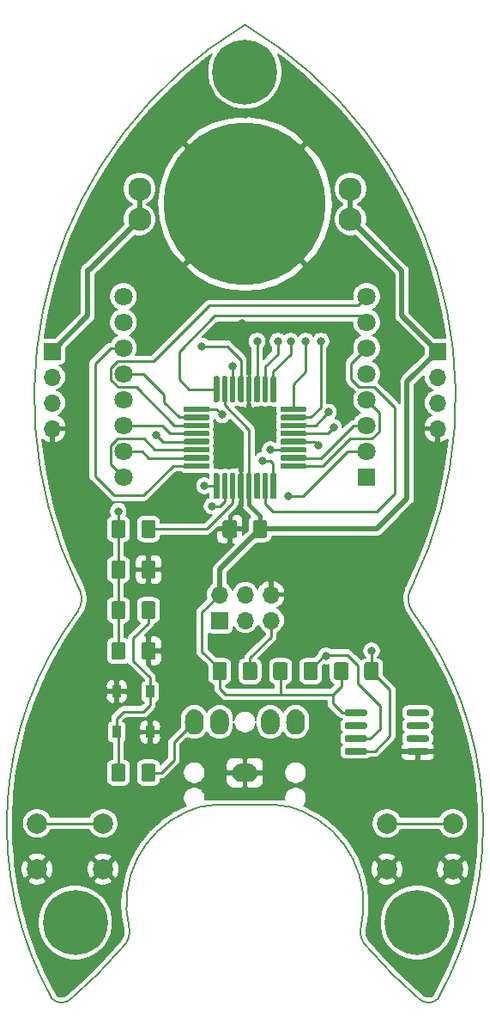
<source format=gbl>
%TF.GenerationSoftware,KiCad,Pcbnew,5.1.0*%
%TF.CreationDate,2019-05-24T21:58:45+02:00*%
%TF.ProjectId,c4-blinkenrocket,63342d62-6c69-46e6-9b65-6e726f636b65,rev?*%
%TF.SameCoordinates,PX5f5e100PY8f0d180*%
%TF.FileFunction,Copper,L2,Bot*%
%TF.FilePolarity,Positive*%
%FSLAX46Y46*%
G04 Gerber Fmt 4.6, Leading zero omitted, Abs format (unit mm)*
G04 Created by KiCad (PCBNEW 5.1.0) date 2019-05-24 21:58:45*
%MOMM*%
%LPD*%
G04 APERTURE LIST*
%ADD10C,0.150000*%
%ADD11C,0.550000*%
%ADD12C,0.600000*%
%ADD13C,16.000000*%
%ADD14C,2.300000*%
%ADD15C,1.800000*%
%ADD16R,1.800000X1.800000*%
%ADD17C,1.425000*%
%ADD18C,6.400000*%
%ADD19C,2.000000*%
%ADD20O,1.700000X1.700000*%
%ADD21R,1.700000X1.700000*%
%ADD22R,0.900000X1.200000*%
%ADD23C,0.800000*%
%ADD24C,0.250000*%
%ADD25C,0.400000*%
%ADD26C,0.500000*%
%ADD27C,0.200000*%
G04 APERTURE END LIST*
D10*
X8493601Y41400284D02*
G75*
G02X8493600Y38860285I-1813748J-1269999D01*
G01*
X8493601Y38860285D02*
G75*
G03X5953600Y760285I28064427J-21005629D01*
G01*
X13573600Y7745285D02*
G75*
G02X19288600Y19175285I9668372J2309564D01*
G01*
X21828600Y19810285D02*
X28178600Y19810285D01*
X28178600Y19810285D02*
G75*
G02X30718600Y19175285I-162149J-6046100D01*
G01*
X25003600Y96645284D02*
G75*
G02X41513600Y41400285I-21889669J-36631251D01*
G01*
X41513600Y41400285D02*
G75*
G03X41513600Y38860285I1813748J-1270000D01*
G01*
X41513600Y38860284D02*
G75*
G02X44053600Y760285I-28064427J-21005628D01*
G01*
X44053599Y760285D02*
G75*
G02X42148600Y760285I-952499J922906D01*
G01*
X42148600Y760285D02*
G75*
G02X37068600Y5840285I27666882J32746882D01*
G01*
X37068600Y5840284D02*
G75*
G02X36433600Y7745285I1332279J1502427D01*
G01*
X36433601Y7745286D02*
G75*
G03X30718600Y19175285I-9668372J2309563D01*
G01*
X21828600Y19810285D02*
G75*
G03X19288600Y19175285I162150J-6046100D01*
G01*
X25003601Y96645286D02*
G75*
G03X8493600Y41400285I21889669J-36631253D01*
G01*
X5953601Y760285D02*
G75*
G03X7858600Y760285I952499J922906D01*
G01*
X12938600Y5840285D02*
G75*
G03X13573600Y7745285I-1332278J1502426D01*
G01*
X7858600Y760285D02*
G75*
G03X12938600Y5840285I-27666882J32746882D01*
G01*
G36*
X30901173Y53474205D02*
G01*
X30917190Y53471830D01*
X30932897Y53467895D01*
X30948143Y53462440D01*
X30962780Y53455517D01*
X30976669Y53447192D01*
X30989675Y53437547D01*
X31001673Y53426673D01*
X31012547Y53414675D01*
X31022192Y53401669D01*
X31030517Y53387780D01*
X31037440Y53373143D01*
X31042895Y53357897D01*
X31046830Y53342190D01*
X31049205Y53326173D01*
X31050000Y53310000D01*
X31050000Y53090000D01*
X31049205Y53073827D01*
X31046830Y53057810D01*
X31042895Y53042103D01*
X31037440Y53026857D01*
X31030517Y53012220D01*
X31022192Y52998331D01*
X31012547Y52985325D01*
X31001673Y52973327D01*
X30989675Y52962453D01*
X30976669Y52952808D01*
X30962780Y52944483D01*
X30948143Y52937560D01*
X30932897Y52932105D01*
X30917190Y52928170D01*
X30901173Y52925795D01*
X30885000Y52925000D01*
X28665000Y52925000D01*
X28648827Y52925795D01*
X28632810Y52928170D01*
X28617103Y52932105D01*
X28601857Y52937560D01*
X28587220Y52944483D01*
X28573331Y52952808D01*
X28560325Y52962453D01*
X28548327Y52973327D01*
X28537453Y52985325D01*
X28527808Y52998331D01*
X28519483Y53012220D01*
X28512560Y53026857D01*
X28507105Y53042103D01*
X28503170Y53057810D01*
X28500795Y53073827D01*
X28500000Y53090000D01*
X28500000Y53310000D01*
X28500795Y53326173D01*
X28503170Y53342190D01*
X28507105Y53357897D01*
X28512560Y53373143D01*
X28519483Y53387780D01*
X28527808Y53401669D01*
X28537453Y53414675D01*
X28548327Y53426673D01*
X28560325Y53437547D01*
X28573331Y53447192D01*
X28587220Y53455517D01*
X28601857Y53462440D01*
X28617103Y53467895D01*
X28632810Y53471830D01*
X28648827Y53474205D01*
X28665000Y53475000D01*
X30885000Y53475000D01*
X30901173Y53474205D01*
X30901173Y53474205D01*
G37*
D11*
X29775000Y53200000D03*
D10*
G36*
X21351173Y59074205D02*
G01*
X21367190Y59071830D01*
X21382897Y59067895D01*
X21398143Y59062440D01*
X21412780Y59055517D01*
X21426669Y59047192D01*
X21439675Y59037547D01*
X21451673Y59026673D01*
X21462547Y59014675D01*
X21472192Y59001669D01*
X21480517Y58987780D01*
X21487440Y58973143D01*
X21492895Y58957897D01*
X21496830Y58942190D01*
X21499205Y58926173D01*
X21500000Y58910000D01*
X21500000Y58690000D01*
X21499205Y58673827D01*
X21496830Y58657810D01*
X21492895Y58642103D01*
X21487440Y58626857D01*
X21480517Y58612220D01*
X21472192Y58598331D01*
X21462547Y58585325D01*
X21451673Y58573327D01*
X21439675Y58562453D01*
X21426669Y58552808D01*
X21412780Y58544483D01*
X21398143Y58537560D01*
X21382897Y58532105D01*
X21367190Y58528170D01*
X21351173Y58525795D01*
X21335000Y58525000D01*
X19115000Y58525000D01*
X19098827Y58525795D01*
X19082810Y58528170D01*
X19067103Y58532105D01*
X19051857Y58537560D01*
X19037220Y58544483D01*
X19023331Y58552808D01*
X19010325Y58562453D01*
X18998327Y58573327D01*
X18987453Y58585325D01*
X18977808Y58598331D01*
X18969483Y58612220D01*
X18962560Y58626857D01*
X18957105Y58642103D01*
X18953170Y58657810D01*
X18950795Y58673827D01*
X18950000Y58690000D01*
X18950000Y58910000D01*
X18950795Y58926173D01*
X18953170Y58942190D01*
X18957105Y58957897D01*
X18962560Y58973143D01*
X18969483Y58987780D01*
X18977808Y59001669D01*
X18987453Y59014675D01*
X18998327Y59026673D01*
X19010325Y59037547D01*
X19023331Y59047192D01*
X19037220Y59055517D01*
X19051857Y59062440D01*
X19067103Y59067895D01*
X19082810Y59071830D01*
X19098827Y59074205D01*
X19115000Y59075000D01*
X21335000Y59075000D01*
X21351173Y59074205D01*
X21351173Y59074205D01*
G37*
D11*
X20225000Y58800000D03*
D10*
G36*
X27926173Y62049205D02*
G01*
X27942190Y62046830D01*
X27957897Y62042895D01*
X27973143Y62037440D01*
X27987780Y62030517D01*
X28001669Y62022192D01*
X28014675Y62012547D01*
X28026673Y62001673D01*
X28037547Y61989675D01*
X28047192Y61976669D01*
X28055517Y61962780D01*
X28062440Y61948143D01*
X28067895Y61932897D01*
X28071830Y61917190D01*
X28074205Y61901173D01*
X28075000Y61885000D01*
X28075000Y59665000D01*
X28074205Y59648827D01*
X28071830Y59632810D01*
X28067895Y59617103D01*
X28062440Y59601857D01*
X28055517Y59587220D01*
X28047192Y59573331D01*
X28037547Y59560325D01*
X28026673Y59548327D01*
X28014675Y59537453D01*
X28001669Y59527808D01*
X27987780Y59519483D01*
X27973143Y59512560D01*
X27957897Y59507105D01*
X27942190Y59503170D01*
X27926173Y59500795D01*
X27910000Y59500000D01*
X27690000Y59500000D01*
X27673827Y59500795D01*
X27657810Y59503170D01*
X27642103Y59507105D01*
X27626857Y59512560D01*
X27612220Y59519483D01*
X27598331Y59527808D01*
X27585325Y59537453D01*
X27573327Y59548327D01*
X27562453Y59560325D01*
X27552808Y59573331D01*
X27544483Y59587220D01*
X27537560Y59601857D01*
X27532105Y59617103D01*
X27528170Y59632810D01*
X27525795Y59648827D01*
X27525000Y59665000D01*
X27525000Y61885000D01*
X27525795Y61901173D01*
X27528170Y61917190D01*
X27532105Y61932897D01*
X27537560Y61948143D01*
X27544483Y61962780D01*
X27552808Y61976669D01*
X27562453Y61989675D01*
X27573327Y62001673D01*
X27585325Y62012547D01*
X27598331Y62022192D01*
X27612220Y62030517D01*
X27626857Y62037440D01*
X27642103Y62042895D01*
X27657810Y62046830D01*
X27673827Y62049205D01*
X27690000Y62050000D01*
X27910000Y62050000D01*
X27926173Y62049205D01*
X27926173Y62049205D01*
G37*
D11*
X27800000Y60775000D03*
D10*
G36*
X22326173Y52499205D02*
G01*
X22342190Y52496830D01*
X22357897Y52492895D01*
X22373143Y52487440D01*
X22387780Y52480517D01*
X22401669Y52472192D01*
X22414675Y52462547D01*
X22426673Y52451673D01*
X22437547Y52439675D01*
X22447192Y52426669D01*
X22455517Y52412780D01*
X22462440Y52398143D01*
X22467895Y52382897D01*
X22471830Y52367190D01*
X22474205Y52351173D01*
X22475000Y52335000D01*
X22475000Y50115000D01*
X22474205Y50098827D01*
X22471830Y50082810D01*
X22467895Y50067103D01*
X22462440Y50051857D01*
X22455517Y50037220D01*
X22447192Y50023331D01*
X22437547Y50010325D01*
X22426673Y49998327D01*
X22414675Y49987453D01*
X22401669Y49977808D01*
X22387780Y49969483D01*
X22373143Y49962560D01*
X22357897Y49957105D01*
X22342190Y49953170D01*
X22326173Y49950795D01*
X22310000Y49950000D01*
X22090000Y49950000D01*
X22073827Y49950795D01*
X22057810Y49953170D01*
X22042103Y49957105D01*
X22026857Y49962560D01*
X22012220Y49969483D01*
X21998331Y49977808D01*
X21985325Y49987453D01*
X21973327Y49998327D01*
X21962453Y50010325D01*
X21952808Y50023331D01*
X21944483Y50037220D01*
X21937560Y50051857D01*
X21932105Y50067103D01*
X21928170Y50082810D01*
X21925795Y50098827D01*
X21925000Y50115000D01*
X21925000Y52335000D01*
X21925795Y52351173D01*
X21928170Y52367190D01*
X21932105Y52382897D01*
X21937560Y52398143D01*
X21944483Y52412780D01*
X21952808Y52426669D01*
X21962453Y52439675D01*
X21973327Y52451673D01*
X21985325Y52462547D01*
X21998331Y52472192D01*
X22012220Y52480517D01*
X22026857Y52487440D01*
X22042103Y52492895D01*
X22057810Y52496830D01*
X22073827Y52499205D01*
X22090000Y52500000D01*
X22310000Y52500000D01*
X22326173Y52499205D01*
X22326173Y52499205D01*
G37*
D11*
X22200000Y51225000D03*
D10*
G36*
X30901173Y54274205D02*
G01*
X30917190Y54271830D01*
X30932897Y54267895D01*
X30948143Y54262440D01*
X30962780Y54255517D01*
X30976669Y54247192D01*
X30989675Y54237547D01*
X31001673Y54226673D01*
X31012547Y54214675D01*
X31022192Y54201669D01*
X31030517Y54187780D01*
X31037440Y54173143D01*
X31042895Y54157897D01*
X31046830Y54142190D01*
X31049205Y54126173D01*
X31050000Y54110000D01*
X31050000Y53890000D01*
X31049205Y53873827D01*
X31046830Y53857810D01*
X31042895Y53842103D01*
X31037440Y53826857D01*
X31030517Y53812220D01*
X31022192Y53798331D01*
X31012547Y53785325D01*
X31001673Y53773327D01*
X30989675Y53762453D01*
X30976669Y53752808D01*
X30962780Y53744483D01*
X30948143Y53737560D01*
X30932897Y53732105D01*
X30917190Y53728170D01*
X30901173Y53725795D01*
X30885000Y53725000D01*
X28665000Y53725000D01*
X28648827Y53725795D01*
X28632810Y53728170D01*
X28617103Y53732105D01*
X28601857Y53737560D01*
X28587220Y53744483D01*
X28573331Y53752808D01*
X28560325Y53762453D01*
X28548327Y53773327D01*
X28537453Y53785325D01*
X28527808Y53798331D01*
X28519483Y53812220D01*
X28512560Y53826857D01*
X28507105Y53842103D01*
X28503170Y53857810D01*
X28500795Y53873827D01*
X28500000Y53890000D01*
X28500000Y54110000D01*
X28500795Y54126173D01*
X28503170Y54142190D01*
X28507105Y54157897D01*
X28512560Y54173143D01*
X28519483Y54187780D01*
X28527808Y54201669D01*
X28537453Y54214675D01*
X28548327Y54226673D01*
X28560325Y54237547D01*
X28573331Y54247192D01*
X28587220Y54255517D01*
X28601857Y54262440D01*
X28617103Y54267895D01*
X28632810Y54271830D01*
X28648827Y54274205D01*
X28665000Y54275000D01*
X30885000Y54275000D01*
X30901173Y54274205D01*
X30901173Y54274205D01*
G37*
D11*
X29775000Y54000000D03*
D10*
G36*
X21351173Y58274205D02*
G01*
X21367190Y58271830D01*
X21382897Y58267895D01*
X21398143Y58262440D01*
X21412780Y58255517D01*
X21426669Y58247192D01*
X21439675Y58237547D01*
X21451673Y58226673D01*
X21462547Y58214675D01*
X21472192Y58201669D01*
X21480517Y58187780D01*
X21487440Y58173143D01*
X21492895Y58157897D01*
X21496830Y58142190D01*
X21499205Y58126173D01*
X21500000Y58110000D01*
X21500000Y57890000D01*
X21499205Y57873827D01*
X21496830Y57857810D01*
X21492895Y57842103D01*
X21487440Y57826857D01*
X21480517Y57812220D01*
X21472192Y57798331D01*
X21462547Y57785325D01*
X21451673Y57773327D01*
X21439675Y57762453D01*
X21426669Y57752808D01*
X21412780Y57744483D01*
X21398143Y57737560D01*
X21382897Y57732105D01*
X21367190Y57728170D01*
X21351173Y57725795D01*
X21335000Y57725000D01*
X19115000Y57725000D01*
X19098827Y57725795D01*
X19082810Y57728170D01*
X19067103Y57732105D01*
X19051857Y57737560D01*
X19037220Y57744483D01*
X19023331Y57752808D01*
X19010325Y57762453D01*
X18998327Y57773327D01*
X18987453Y57785325D01*
X18977808Y57798331D01*
X18969483Y57812220D01*
X18962560Y57826857D01*
X18957105Y57842103D01*
X18953170Y57857810D01*
X18950795Y57873827D01*
X18950000Y57890000D01*
X18950000Y58110000D01*
X18950795Y58126173D01*
X18953170Y58142190D01*
X18957105Y58157897D01*
X18962560Y58173143D01*
X18969483Y58187780D01*
X18977808Y58201669D01*
X18987453Y58214675D01*
X18998327Y58226673D01*
X19010325Y58237547D01*
X19023331Y58247192D01*
X19037220Y58255517D01*
X19051857Y58262440D01*
X19067103Y58267895D01*
X19082810Y58271830D01*
X19098827Y58274205D01*
X19115000Y58275000D01*
X21335000Y58275000D01*
X21351173Y58274205D01*
X21351173Y58274205D01*
G37*
D11*
X20225000Y58000000D03*
D10*
G36*
X27126173Y62049205D02*
G01*
X27142190Y62046830D01*
X27157897Y62042895D01*
X27173143Y62037440D01*
X27187780Y62030517D01*
X27201669Y62022192D01*
X27214675Y62012547D01*
X27226673Y62001673D01*
X27237547Y61989675D01*
X27247192Y61976669D01*
X27255517Y61962780D01*
X27262440Y61948143D01*
X27267895Y61932897D01*
X27271830Y61917190D01*
X27274205Y61901173D01*
X27275000Y61885000D01*
X27275000Y59665000D01*
X27274205Y59648827D01*
X27271830Y59632810D01*
X27267895Y59617103D01*
X27262440Y59601857D01*
X27255517Y59587220D01*
X27247192Y59573331D01*
X27237547Y59560325D01*
X27226673Y59548327D01*
X27214675Y59537453D01*
X27201669Y59527808D01*
X27187780Y59519483D01*
X27173143Y59512560D01*
X27157897Y59507105D01*
X27142190Y59503170D01*
X27126173Y59500795D01*
X27110000Y59500000D01*
X26890000Y59500000D01*
X26873827Y59500795D01*
X26857810Y59503170D01*
X26842103Y59507105D01*
X26826857Y59512560D01*
X26812220Y59519483D01*
X26798331Y59527808D01*
X26785325Y59537453D01*
X26773327Y59548327D01*
X26762453Y59560325D01*
X26752808Y59573331D01*
X26744483Y59587220D01*
X26737560Y59601857D01*
X26732105Y59617103D01*
X26728170Y59632810D01*
X26725795Y59648827D01*
X26725000Y59665000D01*
X26725000Y61885000D01*
X26725795Y61901173D01*
X26728170Y61917190D01*
X26732105Y61932897D01*
X26737560Y61948143D01*
X26744483Y61962780D01*
X26752808Y61976669D01*
X26762453Y61989675D01*
X26773327Y62001673D01*
X26785325Y62012547D01*
X26798331Y62022192D01*
X26812220Y62030517D01*
X26826857Y62037440D01*
X26842103Y62042895D01*
X26857810Y62046830D01*
X26873827Y62049205D01*
X26890000Y62050000D01*
X27110000Y62050000D01*
X27126173Y62049205D01*
X27126173Y62049205D01*
G37*
D11*
X27000000Y60775000D03*
D10*
G36*
X23126173Y52499205D02*
G01*
X23142190Y52496830D01*
X23157897Y52492895D01*
X23173143Y52487440D01*
X23187780Y52480517D01*
X23201669Y52472192D01*
X23214675Y52462547D01*
X23226673Y52451673D01*
X23237547Y52439675D01*
X23247192Y52426669D01*
X23255517Y52412780D01*
X23262440Y52398143D01*
X23267895Y52382897D01*
X23271830Y52367190D01*
X23274205Y52351173D01*
X23275000Y52335000D01*
X23275000Y50115000D01*
X23274205Y50098827D01*
X23271830Y50082810D01*
X23267895Y50067103D01*
X23262440Y50051857D01*
X23255517Y50037220D01*
X23247192Y50023331D01*
X23237547Y50010325D01*
X23226673Y49998327D01*
X23214675Y49987453D01*
X23201669Y49977808D01*
X23187780Y49969483D01*
X23173143Y49962560D01*
X23157897Y49957105D01*
X23142190Y49953170D01*
X23126173Y49950795D01*
X23110000Y49950000D01*
X22890000Y49950000D01*
X22873827Y49950795D01*
X22857810Y49953170D01*
X22842103Y49957105D01*
X22826857Y49962560D01*
X22812220Y49969483D01*
X22798331Y49977808D01*
X22785325Y49987453D01*
X22773327Y49998327D01*
X22762453Y50010325D01*
X22752808Y50023331D01*
X22744483Y50037220D01*
X22737560Y50051857D01*
X22732105Y50067103D01*
X22728170Y50082810D01*
X22725795Y50098827D01*
X22725000Y50115000D01*
X22725000Y52335000D01*
X22725795Y52351173D01*
X22728170Y52367190D01*
X22732105Y52382897D01*
X22737560Y52398143D01*
X22744483Y52412780D01*
X22752808Y52426669D01*
X22762453Y52439675D01*
X22773327Y52451673D01*
X22785325Y52462547D01*
X22798331Y52472192D01*
X22812220Y52480517D01*
X22826857Y52487440D01*
X22842103Y52492895D01*
X22857810Y52496830D01*
X22873827Y52499205D01*
X22890000Y52500000D01*
X23110000Y52500000D01*
X23126173Y52499205D01*
X23126173Y52499205D01*
G37*
D11*
X23000000Y51225000D03*
D10*
G36*
X30901173Y55074205D02*
G01*
X30917190Y55071830D01*
X30932897Y55067895D01*
X30948143Y55062440D01*
X30962780Y55055517D01*
X30976669Y55047192D01*
X30989675Y55037547D01*
X31001673Y55026673D01*
X31012547Y55014675D01*
X31022192Y55001669D01*
X31030517Y54987780D01*
X31037440Y54973143D01*
X31042895Y54957897D01*
X31046830Y54942190D01*
X31049205Y54926173D01*
X31050000Y54910000D01*
X31050000Y54690000D01*
X31049205Y54673827D01*
X31046830Y54657810D01*
X31042895Y54642103D01*
X31037440Y54626857D01*
X31030517Y54612220D01*
X31022192Y54598331D01*
X31012547Y54585325D01*
X31001673Y54573327D01*
X30989675Y54562453D01*
X30976669Y54552808D01*
X30962780Y54544483D01*
X30948143Y54537560D01*
X30932897Y54532105D01*
X30917190Y54528170D01*
X30901173Y54525795D01*
X30885000Y54525000D01*
X28665000Y54525000D01*
X28648827Y54525795D01*
X28632810Y54528170D01*
X28617103Y54532105D01*
X28601857Y54537560D01*
X28587220Y54544483D01*
X28573331Y54552808D01*
X28560325Y54562453D01*
X28548327Y54573327D01*
X28537453Y54585325D01*
X28527808Y54598331D01*
X28519483Y54612220D01*
X28512560Y54626857D01*
X28507105Y54642103D01*
X28503170Y54657810D01*
X28500795Y54673827D01*
X28500000Y54690000D01*
X28500000Y54910000D01*
X28500795Y54926173D01*
X28503170Y54942190D01*
X28507105Y54957897D01*
X28512560Y54973143D01*
X28519483Y54987780D01*
X28527808Y55001669D01*
X28537453Y55014675D01*
X28548327Y55026673D01*
X28560325Y55037547D01*
X28573331Y55047192D01*
X28587220Y55055517D01*
X28601857Y55062440D01*
X28617103Y55067895D01*
X28632810Y55071830D01*
X28648827Y55074205D01*
X28665000Y55075000D01*
X30885000Y55075000D01*
X30901173Y55074205D01*
X30901173Y55074205D01*
G37*
D11*
X29775000Y54800000D03*
D10*
G36*
X21351173Y57474205D02*
G01*
X21367190Y57471830D01*
X21382897Y57467895D01*
X21398143Y57462440D01*
X21412780Y57455517D01*
X21426669Y57447192D01*
X21439675Y57437547D01*
X21451673Y57426673D01*
X21462547Y57414675D01*
X21472192Y57401669D01*
X21480517Y57387780D01*
X21487440Y57373143D01*
X21492895Y57357897D01*
X21496830Y57342190D01*
X21499205Y57326173D01*
X21500000Y57310000D01*
X21500000Y57090000D01*
X21499205Y57073827D01*
X21496830Y57057810D01*
X21492895Y57042103D01*
X21487440Y57026857D01*
X21480517Y57012220D01*
X21472192Y56998331D01*
X21462547Y56985325D01*
X21451673Y56973327D01*
X21439675Y56962453D01*
X21426669Y56952808D01*
X21412780Y56944483D01*
X21398143Y56937560D01*
X21382897Y56932105D01*
X21367190Y56928170D01*
X21351173Y56925795D01*
X21335000Y56925000D01*
X19115000Y56925000D01*
X19098827Y56925795D01*
X19082810Y56928170D01*
X19067103Y56932105D01*
X19051857Y56937560D01*
X19037220Y56944483D01*
X19023331Y56952808D01*
X19010325Y56962453D01*
X18998327Y56973327D01*
X18987453Y56985325D01*
X18977808Y56998331D01*
X18969483Y57012220D01*
X18962560Y57026857D01*
X18957105Y57042103D01*
X18953170Y57057810D01*
X18950795Y57073827D01*
X18950000Y57090000D01*
X18950000Y57310000D01*
X18950795Y57326173D01*
X18953170Y57342190D01*
X18957105Y57357897D01*
X18962560Y57373143D01*
X18969483Y57387780D01*
X18977808Y57401669D01*
X18987453Y57414675D01*
X18998327Y57426673D01*
X19010325Y57437547D01*
X19023331Y57447192D01*
X19037220Y57455517D01*
X19051857Y57462440D01*
X19067103Y57467895D01*
X19082810Y57471830D01*
X19098827Y57474205D01*
X19115000Y57475000D01*
X21335000Y57475000D01*
X21351173Y57474205D01*
X21351173Y57474205D01*
G37*
D11*
X20225000Y57200000D03*
D10*
G36*
X26326173Y62049205D02*
G01*
X26342190Y62046830D01*
X26357897Y62042895D01*
X26373143Y62037440D01*
X26387780Y62030517D01*
X26401669Y62022192D01*
X26414675Y62012547D01*
X26426673Y62001673D01*
X26437547Y61989675D01*
X26447192Y61976669D01*
X26455517Y61962780D01*
X26462440Y61948143D01*
X26467895Y61932897D01*
X26471830Y61917190D01*
X26474205Y61901173D01*
X26475000Y61885000D01*
X26475000Y59665000D01*
X26474205Y59648827D01*
X26471830Y59632810D01*
X26467895Y59617103D01*
X26462440Y59601857D01*
X26455517Y59587220D01*
X26447192Y59573331D01*
X26437547Y59560325D01*
X26426673Y59548327D01*
X26414675Y59537453D01*
X26401669Y59527808D01*
X26387780Y59519483D01*
X26373143Y59512560D01*
X26357897Y59507105D01*
X26342190Y59503170D01*
X26326173Y59500795D01*
X26310000Y59500000D01*
X26090000Y59500000D01*
X26073827Y59500795D01*
X26057810Y59503170D01*
X26042103Y59507105D01*
X26026857Y59512560D01*
X26012220Y59519483D01*
X25998331Y59527808D01*
X25985325Y59537453D01*
X25973327Y59548327D01*
X25962453Y59560325D01*
X25952808Y59573331D01*
X25944483Y59587220D01*
X25937560Y59601857D01*
X25932105Y59617103D01*
X25928170Y59632810D01*
X25925795Y59648827D01*
X25925000Y59665000D01*
X25925000Y61885000D01*
X25925795Y61901173D01*
X25928170Y61917190D01*
X25932105Y61932897D01*
X25937560Y61948143D01*
X25944483Y61962780D01*
X25952808Y61976669D01*
X25962453Y61989675D01*
X25973327Y62001673D01*
X25985325Y62012547D01*
X25998331Y62022192D01*
X26012220Y62030517D01*
X26026857Y62037440D01*
X26042103Y62042895D01*
X26057810Y62046830D01*
X26073827Y62049205D01*
X26090000Y62050000D01*
X26310000Y62050000D01*
X26326173Y62049205D01*
X26326173Y62049205D01*
G37*
D11*
X26200000Y60775000D03*
D10*
G36*
X23926173Y52499205D02*
G01*
X23942190Y52496830D01*
X23957897Y52492895D01*
X23973143Y52487440D01*
X23987780Y52480517D01*
X24001669Y52472192D01*
X24014675Y52462547D01*
X24026673Y52451673D01*
X24037547Y52439675D01*
X24047192Y52426669D01*
X24055517Y52412780D01*
X24062440Y52398143D01*
X24067895Y52382897D01*
X24071830Y52367190D01*
X24074205Y52351173D01*
X24075000Y52335000D01*
X24075000Y50115000D01*
X24074205Y50098827D01*
X24071830Y50082810D01*
X24067895Y50067103D01*
X24062440Y50051857D01*
X24055517Y50037220D01*
X24047192Y50023331D01*
X24037547Y50010325D01*
X24026673Y49998327D01*
X24014675Y49987453D01*
X24001669Y49977808D01*
X23987780Y49969483D01*
X23973143Y49962560D01*
X23957897Y49957105D01*
X23942190Y49953170D01*
X23926173Y49950795D01*
X23910000Y49950000D01*
X23690000Y49950000D01*
X23673827Y49950795D01*
X23657810Y49953170D01*
X23642103Y49957105D01*
X23626857Y49962560D01*
X23612220Y49969483D01*
X23598331Y49977808D01*
X23585325Y49987453D01*
X23573327Y49998327D01*
X23562453Y50010325D01*
X23552808Y50023331D01*
X23544483Y50037220D01*
X23537560Y50051857D01*
X23532105Y50067103D01*
X23528170Y50082810D01*
X23525795Y50098827D01*
X23525000Y50115000D01*
X23525000Y52335000D01*
X23525795Y52351173D01*
X23528170Y52367190D01*
X23532105Y52382897D01*
X23537560Y52398143D01*
X23544483Y52412780D01*
X23552808Y52426669D01*
X23562453Y52439675D01*
X23573327Y52451673D01*
X23585325Y52462547D01*
X23598331Y52472192D01*
X23612220Y52480517D01*
X23626857Y52487440D01*
X23642103Y52492895D01*
X23657810Y52496830D01*
X23673827Y52499205D01*
X23690000Y52500000D01*
X23910000Y52500000D01*
X23926173Y52499205D01*
X23926173Y52499205D01*
G37*
D11*
X23800000Y51225000D03*
D10*
G36*
X30901173Y55874205D02*
G01*
X30917190Y55871830D01*
X30932897Y55867895D01*
X30948143Y55862440D01*
X30962780Y55855517D01*
X30976669Y55847192D01*
X30989675Y55837547D01*
X31001673Y55826673D01*
X31012547Y55814675D01*
X31022192Y55801669D01*
X31030517Y55787780D01*
X31037440Y55773143D01*
X31042895Y55757897D01*
X31046830Y55742190D01*
X31049205Y55726173D01*
X31050000Y55710000D01*
X31050000Y55490000D01*
X31049205Y55473827D01*
X31046830Y55457810D01*
X31042895Y55442103D01*
X31037440Y55426857D01*
X31030517Y55412220D01*
X31022192Y55398331D01*
X31012547Y55385325D01*
X31001673Y55373327D01*
X30989675Y55362453D01*
X30976669Y55352808D01*
X30962780Y55344483D01*
X30948143Y55337560D01*
X30932897Y55332105D01*
X30917190Y55328170D01*
X30901173Y55325795D01*
X30885000Y55325000D01*
X28665000Y55325000D01*
X28648827Y55325795D01*
X28632810Y55328170D01*
X28617103Y55332105D01*
X28601857Y55337560D01*
X28587220Y55344483D01*
X28573331Y55352808D01*
X28560325Y55362453D01*
X28548327Y55373327D01*
X28537453Y55385325D01*
X28527808Y55398331D01*
X28519483Y55412220D01*
X28512560Y55426857D01*
X28507105Y55442103D01*
X28503170Y55457810D01*
X28500795Y55473827D01*
X28500000Y55490000D01*
X28500000Y55710000D01*
X28500795Y55726173D01*
X28503170Y55742190D01*
X28507105Y55757897D01*
X28512560Y55773143D01*
X28519483Y55787780D01*
X28527808Y55801669D01*
X28537453Y55814675D01*
X28548327Y55826673D01*
X28560325Y55837547D01*
X28573331Y55847192D01*
X28587220Y55855517D01*
X28601857Y55862440D01*
X28617103Y55867895D01*
X28632810Y55871830D01*
X28648827Y55874205D01*
X28665000Y55875000D01*
X30885000Y55875000D01*
X30901173Y55874205D01*
X30901173Y55874205D01*
G37*
D11*
X29775000Y55600000D03*
D10*
G36*
X21351173Y56674205D02*
G01*
X21367190Y56671830D01*
X21382897Y56667895D01*
X21398143Y56662440D01*
X21412780Y56655517D01*
X21426669Y56647192D01*
X21439675Y56637547D01*
X21451673Y56626673D01*
X21462547Y56614675D01*
X21472192Y56601669D01*
X21480517Y56587780D01*
X21487440Y56573143D01*
X21492895Y56557897D01*
X21496830Y56542190D01*
X21499205Y56526173D01*
X21500000Y56510000D01*
X21500000Y56290000D01*
X21499205Y56273827D01*
X21496830Y56257810D01*
X21492895Y56242103D01*
X21487440Y56226857D01*
X21480517Y56212220D01*
X21472192Y56198331D01*
X21462547Y56185325D01*
X21451673Y56173327D01*
X21439675Y56162453D01*
X21426669Y56152808D01*
X21412780Y56144483D01*
X21398143Y56137560D01*
X21382897Y56132105D01*
X21367190Y56128170D01*
X21351173Y56125795D01*
X21335000Y56125000D01*
X19115000Y56125000D01*
X19098827Y56125795D01*
X19082810Y56128170D01*
X19067103Y56132105D01*
X19051857Y56137560D01*
X19037220Y56144483D01*
X19023331Y56152808D01*
X19010325Y56162453D01*
X18998327Y56173327D01*
X18987453Y56185325D01*
X18977808Y56198331D01*
X18969483Y56212220D01*
X18962560Y56226857D01*
X18957105Y56242103D01*
X18953170Y56257810D01*
X18950795Y56273827D01*
X18950000Y56290000D01*
X18950000Y56510000D01*
X18950795Y56526173D01*
X18953170Y56542190D01*
X18957105Y56557897D01*
X18962560Y56573143D01*
X18969483Y56587780D01*
X18977808Y56601669D01*
X18987453Y56614675D01*
X18998327Y56626673D01*
X19010325Y56637547D01*
X19023331Y56647192D01*
X19037220Y56655517D01*
X19051857Y56662440D01*
X19067103Y56667895D01*
X19082810Y56671830D01*
X19098827Y56674205D01*
X19115000Y56675000D01*
X21335000Y56675000D01*
X21351173Y56674205D01*
X21351173Y56674205D01*
G37*
D11*
X20225000Y56400000D03*
D10*
G36*
X25526173Y62049205D02*
G01*
X25542190Y62046830D01*
X25557897Y62042895D01*
X25573143Y62037440D01*
X25587780Y62030517D01*
X25601669Y62022192D01*
X25614675Y62012547D01*
X25626673Y62001673D01*
X25637547Y61989675D01*
X25647192Y61976669D01*
X25655517Y61962780D01*
X25662440Y61948143D01*
X25667895Y61932897D01*
X25671830Y61917190D01*
X25674205Y61901173D01*
X25675000Y61885000D01*
X25675000Y59665000D01*
X25674205Y59648827D01*
X25671830Y59632810D01*
X25667895Y59617103D01*
X25662440Y59601857D01*
X25655517Y59587220D01*
X25647192Y59573331D01*
X25637547Y59560325D01*
X25626673Y59548327D01*
X25614675Y59537453D01*
X25601669Y59527808D01*
X25587780Y59519483D01*
X25573143Y59512560D01*
X25557897Y59507105D01*
X25542190Y59503170D01*
X25526173Y59500795D01*
X25510000Y59500000D01*
X25290000Y59500000D01*
X25273827Y59500795D01*
X25257810Y59503170D01*
X25242103Y59507105D01*
X25226857Y59512560D01*
X25212220Y59519483D01*
X25198331Y59527808D01*
X25185325Y59537453D01*
X25173327Y59548327D01*
X25162453Y59560325D01*
X25152808Y59573331D01*
X25144483Y59587220D01*
X25137560Y59601857D01*
X25132105Y59617103D01*
X25128170Y59632810D01*
X25125795Y59648827D01*
X25125000Y59665000D01*
X25125000Y61885000D01*
X25125795Y61901173D01*
X25128170Y61917190D01*
X25132105Y61932897D01*
X25137560Y61948143D01*
X25144483Y61962780D01*
X25152808Y61976669D01*
X25162453Y61989675D01*
X25173327Y62001673D01*
X25185325Y62012547D01*
X25198331Y62022192D01*
X25212220Y62030517D01*
X25226857Y62037440D01*
X25242103Y62042895D01*
X25257810Y62046830D01*
X25273827Y62049205D01*
X25290000Y62050000D01*
X25510000Y62050000D01*
X25526173Y62049205D01*
X25526173Y62049205D01*
G37*
D11*
X25400000Y60775000D03*
D10*
G36*
X24726173Y52499205D02*
G01*
X24742190Y52496830D01*
X24757897Y52492895D01*
X24773143Y52487440D01*
X24787780Y52480517D01*
X24801669Y52472192D01*
X24814675Y52462547D01*
X24826673Y52451673D01*
X24837547Y52439675D01*
X24847192Y52426669D01*
X24855517Y52412780D01*
X24862440Y52398143D01*
X24867895Y52382897D01*
X24871830Y52367190D01*
X24874205Y52351173D01*
X24875000Y52335000D01*
X24875000Y50115000D01*
X24874205Y50098827D01*
X24871830Y50082810D01*
X24867895Y50067103D01*
X24862440Y50051857D01*
X24855517Y50037220D01*
X24847192Y50023331D01*
X24837547Y50010325D01*
X24826673Y49998327D01*
X24814675Y49987453D01*
X24801669Y49977808D01*
X24787780Y49969483D01*
X24773143Y49962560D01*
X24757897Y49957105D01*
X24742190Y49953170D01*
X24726173Y49950795D01*
X24710000Y49950000D01*
X24490000Y49950000D01*
X24473827Y49950795D01*
X24457810Y49953170D01*
X24442103Y49957105D01*
X24426857Y49962560D01*
X24412220Y49969483D01*
X24398331Y49977808D01*
X24385325Y49987453D01*
X24373327Y49998327D01*
X24362453Y50010325D01*
X24352808Y50023331D01*
X24344483Y50037220D01*
X24337560Y50051857D01*
X24332105Y50067103D01*
X24328170Y50082810D01*
X24325795Y50098827D01*
X24325000Y50115000D01*
X24325000Y52335000D01*
X24325795Y52351173D01*
X24328170Y52367190D01*
X24332105Y52382897D01*
X24337560Y52398143D01*
X24344483Y52412780D01*
X24352808Y52426669D01*
X24362453Y52439675D01*
X24373327Y52451673D01*
X24385325Y52462547D01*
X24398331Y52472192D01*
X24412220Y52480517D01*
X24426857Y52487440D01*
X24442103Y52492895D01*
X24457810Y52496830D01*
X24473827Y52499205D01*
X24490000Y52500000D01*
X24710000Y52500000D01*
X24726173Y52499205D01*
X24726173Y52499205D01*
G37*
D11*
X24600000Y51225000D03*
D10*
G36*
X30901173Y56674205D02*
G01*
X30917190Y56671830D01*
X30932897Y56667895D01*
X30948143Y56662440D01*
X30962780Y56655517D01*
X30976669Y56647192D01*
X30989675Y56637547D01*
X31001673Y56626673D01*
X31012547Y56614675D01*
X31022192Y56601669D01*
X31030517Y56587780D01*
X31037440Y56573143D01*
X31042895Y56557897D01*
X31046830Y56542190D01*
X31049205Y56526173D01*
X31050000Y56510000D01*
X31050000Y56290000D01*
X31049205Y56273827D01*
X31046830Y56257810D01*
X31042895Y56242103D01*
X31037440Y56226857D01*
X31030517Y56212220D01*
X31022192Y56198331D01*
X31012547Y56185325D01*
X31001673Y56173327D01*
X30989675Y56162453D01*
X30976669Y56152808D01*
X30962780Y56144483D01*
X30948143Y56137560D01*
X30932897Y56132105D01*
X30917190Y56128170D01*
X30901173Y56125795D01*
X30885000Y56125000D01*
X28665000Y56125000D01*
X28648827Y56125795D01*
X28632810Y56128170D01*
X28617103Y56132105D01*
X28601857Y56137560D01*
X28587220Y56144483D01*
X28573331Y56152808D01*
X28560325Y56162453D01*
X28548327Y56173327D01*
X28537453Y56185325D01*
X28527808Y56198331D01*
X28519483Y56212220D01*
X28512560Y56226857D01*
X28507105Y56242103D01*
X28503170Y56257810D01*
X28500795Y56273827D01*
X28500000Y56290000D01*
X28500000Y56510000D01*
X28500795Y56526173D01*
X28503170Y56542190D01*
X28507105Y56557897D01*
X28512560Y56573143D01*
X28519483Y56587780D01*
X28527808Y56601669D01*
X28537453Y56614675D01*
X28548327Y56626673D01*
X28560325Y56637547D01*
X28573331Y56647192D01*
X28587220Y56655517D01*
X28601857Y56662440D01*
X28617103Y56667895D01*
X28632810Y56671830D01*
X28648827Y56674205D01*
X28665000Y56675000D01*
X30885000Y56675000D01*
X30901173Y56674205D01*
X30901173Y56674205D01*
G37*
D11*
X29775000Y56400000D03*
D10*
G36*
X21351173Y55874205D02*
G01*
X21367190Y55871830D01*
X21382897Y55867895D01*
X21398143Y55862440D01*
X21412780Y55855517D01*
X21426669Y55847192D01*
X21439675Y55837547D01*
X21451673Y55826673D01*
X21462547Y55814675D01*
X21472192Y55801669D01*
X21480517Y55787780D01*
X21487440Y55773143D01*
X21492895Y55757897D01*
X21496830Y55742190D01*
X21499205Y55726173D01*
X21500000Y55710000D01*
X21500000Y55490000D01*
X21499205Y55473827D01*
X21496830Y55457810D01*
X21492895Y55442103D01*
X21487440Y55426857D01*
X21480517Y55412220D01*
X21472192Y55398331D01*
X21462547Y55385325D01*
X21451673Y55373327D01*
X21439675Y55362453D01*
X21426669Y55352808D01*
X21412780Y55344483D01*
X21398143Y55337560D01*
X21382897Y55332105D01*
X21367190Y55328170D01*
X21351173Y55325795D01*
X21335000Y55325000D01*
X19115000Y55325000D01*
X19098827Y55325795D01*
X19082810Y55328170D01*
X19067103Y55332105D01*
X19051857Y55337560D01*
X19037220Y55344483D01*
X19023331Y55352808D01*
X19010325Y55362453D01*
X18998327Y55373327D01*
X18987453Y55385325D01*
X18977808Y55398331D01*
X18969483Y55412220D01*
X18962560Y55426857D01*
X18957105Y55442103D01*
X18953170Y55457810D01*
X18950795Y55473827D01*
X18950000Y55490000D01*
X18950000Y55710000D01*
X18950795Y55726173D01*
X18953170Y55742190D01*
X18957105Y55757897D01*
X18962560Y55773143D01*
X18969483Y55787780D01*
X18977808Y55801669D01*
X18987453Y55814675D01*
X18998327Y55826673D01*
X19010325Y55837547D01*
X19023331Y55847192D01*
X19037220Y55855517D01*
X19051857Y55862440D01*
X19067103Y55867895D01*
X19082810Y55871830D01*
X19098827Y55874205D01*
X19115000Y55875000D01*
X21335000Y55875000D01*
X21351173Y55874205D01*
X21351173Y55874205D01*
G37*
D11*
X20225000Y55600000D03*
D10*
G36*
X24726173Y62049205D02*
G01*
X24742190Y62046830D01*
X24757897Y62042895D01*
X24773143Y62037440D01*
X24787780Y62030517D01*
X24801669Y62022192D01*
X24814675Y62012547D01*
X24826673Y62001673D01*
X24837547Y61989675D01*
X24847192Y61976669D01*
X24855517Y61962780D01*
X24862440Y61948143D01*
X24867895Y61932897D01*
X24871830Y61917190D01*
X24874205Y61901173D01*
X24875000Y61885000D01*
X24875000Y59665000D01*
X24874205Y59648827D01*
X24871830Y59632810D01*
X24867895Y59617103D01*
X24862440Y59601857D01*
X24855517Y59587220D01*
X24847192Y59573331D01*
X24837547Y59560325D01*
X24826673Y59548327D01*
X24814675Y59537453D01*
X24801669Y59527808D01*
X24787780Y59519483D01*
X24773143Y59512560D01*
X24757897Y59507105D01*
X24742190Y59503170D01*
X24726173Y59500795D01*
X24710000Y59500000D01*
X24490000Y59500000D01*
X24473827Y59500795D01*
X24457810Y59503170D01*
X24442103Y59507105D01*
X24426857Y59512560D01*
X24412220Y59519483D01*
X24398331Y59527808D01*
X24385325Y59537453D01*
X24373327Y59548327D01*
X24362453Y59560325D01*
X24352808Y59573331D01*
X24344483Y59587220D01*
X24337560Y59601857D01*
X24332105Y59617103D01*
X24328170Y59632810D01*
X24325795Y59648827D01*
X24325000Y59665000D01*
X24325000Y61885000D01*
X24325795Y61901173D01*
X24328170Y61917190D01*
X24332105Y61932897D01*
X24337560Y61948143D01*
X24344483Y61962780D01*
X24352808Y61976669D01*
X24362453Y61989675D01*
X24373327Y62001673D01*
X24385325Y62012547D01*
X24398331Y62022192D01*
X24412220Y62030517D01*
X24426857Y62037440D01*
X24442103Y62042895D01*
X24457810Y62046830D01*
X24473827Y62049205D01*
X24490000Y62050000D01*
X24710000Y62050000D01*
X24726173Y62049205D01*
X24726173Y62049205D01*
G37*
D11*
X24600000Y60775000D03*
D10*
G36*
X25526173Y52499205D02*
G01*
X25542190Y52496830D01*
X25557897Y52492895D01*
X25573143Y52487440D01*
X25587780Y52480517D01*
X25601669Y52472192D01*
X25614675Y52462547D01*
X25626673Y52451673D01*
X25637547Y52439675D01*
X25647192Y52426669D01*
X25655517Y52412780D01*
X25662440Y52398143D01*
X25667895Y52382897D01*
X25671830Y52367190D01*
X25674205Y52351173D01*
X25675000Y52335000D01*
X25675000Y50115000D01*
X25674205Y50098827D01*
X25671830Y50082810D01*
X25667895Y50067103D01*
X25662440Y50051857D01*
X25655517Y50037220D01*
X25647192Y50023331D01*
X25637547Y50010325D01*
X25626673Y49998327D01*
X25614675Y49987453D01*
X25601669Y49977808D01*
X25587780Y49969483D01*
X25573143Y49962560D01*
X25557897Y49957105D01*
X25542190Y49953170D01*
X25526173Y49950795D01*
X25510000Y49950000D01*
X25290000Y49950000D01*
X25273827Y49950795D01*
X25257810Y49953170D01*
X25242103Y49957105D01*
X25226857Y49962560D01*
X25212220Y49969483D01*
X25198331Y49977808D01*
X25185325Y49987453D01*
X25173327Y49998327D01*
X25162453Y50010325D01*
X25152808Y50023331D01*
X25144483Y50037220D01*
X25137560Y50051857D01*
X25132105Y50067103D01*
X25128170Y50082810D01*
X25125795Y50098827D01*
X25125000Y50115000D01*
X25125000Y52335000D01*
X25125795Y52351173D01*
X25128170Y52367190D01*
X25132105Y52382897D01*
X25137560Y52398143D01*
X25144483Y52412780D01*
X25152808Y52426669D01*
X25162453Y52439675D01*
X25173327Y52451673D01*
X25185325Y52462547D01*
X25198331Y52472192D01*
X25212220Y52480517D01*
X25226857Y52487440D01*
X25242103Y52492895D01*
X25257810Y52496830D01*
X25273827Y52499205D01*
X25290000Y52500000D01*
X25510000Y52500000D01*
X25526173Y52499205D01*
X25526173Y52499205D01*
G37*
D11*
X25400000Y51225000D03*
D10*
G36*
X30901173Y57474205D02*
G01*
X30917190Y57471830D01*
X30932897Y57467895D01*
X30948143Y57462440D01*
X30962780Y57455517D01*
X30976669Y57447192D01*
X30989675Y57437547D01*
X31001673Y57426673D01*
X31012547Y57414675D01*
X31022192Y57401669D01*
X31030517Y57387780D01*
X31037440Y57373143D01*
X31042895Y57357897D01*
X31046830Y57342190D01*
X31049205Y57326173D01*
X31050000Y57310000D01*
X31050000Y57090000D01*
X31049205Y57073827D01*
X31046830Y57057810D01*
X31042895Y57042103D01*
X31037440Y57026857D01*
X31030517Y57012220D01*
X31022192Y56998331D01*
X31012547Y56985325D01*
X31001673Y56973327D01*
X30989675Y56962453D01*
X30976669Y56952808D01*
X30962780Y56944483D01*
X30948143Y56937560D01*
X30932897Y56932105D01*
X30917190Y56928170D01*
X30901173Y56925795D01*
X30885000Y56925000D01*
X28665000Y56925000D01*
X28648827Y56925795D01*
X28632810Y56928170D01*
X28617103Y56932105D01*
X28601857Y56937560D01*
X28587220Y56944483D01*
X28573331Y56952808D01*
X28560325Y56962453D01*
X28548327Y56973327D01*
X28537453Y56985325D01*
X28527808Y56998331D01*
X28519483Y57012220D01*
X28512560Y57026857D01*
X28507105Y57042103D01*
X28503170Y57057810D01*
X28500795Y57073827D01*
X28500000Y57090000D01*
X28500000Y57310000D01*
X28500795Y57326173D01*
X28503170Y57342190D01*
X28507105Y57357897D01*
X28512560Y57373143D01*
X28519483Y57387780D01*
X28527808Y57401669D01*
X28537453Y57414675D01*
X28548327Y57426673D01*
X28560325Y57437547D01*
X28573331Y57447192D01*
X28587220Y57455517D01*
X28601857Y57462440D01*
X28617103Y57467895D01*
X28632810Y57471830D01*
X28648827Y57474205D01*
X28665000Y57475000D01*
X30885000Y57475000D01*
X30901173Y57474205D01*
X30901173Y57474205D01*
G37*
D11*
X29775000Y57200000D03*
D10*
G36*
X21351173Y55074205D02*
G01*
X21367190Y55071830D01*
X21382897Y55067895D01*
X21398143Y55062440D01*
X21412780Y55055517D01*
X21426669Y55047192D01*
X21439675Y55037547D01*
X21451673Y55026673D01*
X21462547Y55014675D01*
X21472192Y55001669D01*
X21480517Y54987780D01*
X21487440Y54973143D01*
X21492895Y54957897D01*
X21496830Y54942190D01*
X21499205Y54926173D01*
X21500000Y54910000D01*
X21500000Y54690000D01*
X21499205Y54673827D01*
X21496830Y54657810D01*
X21492895Y54642103D01*
X21487440Y54626857D01*
X21480517Y54612220D01*
X21472192Y54598331D01*
X21462547Y54585325D01*
X21451673Y54573327D01*
X21439675Y54562453D01*
X21426669Y54552808D01*
X21412780Y54544483D01*
X21398143Y54537560D01*
X21382897Y54532105D01*
X21367190Y54528170D01*
X21351173Y54525795D01*
X21335000Y54525000D01*
X19115000Y54525000D01*
X19098827Y54525795D01*
X19082810Y54528170D01*
X19067103Y54532105D01*
X19051857Y54537560D01*
X19037220Y54544483D01*
X19023331Y54552808D01*
X19010325Y54562453D01*
X18998327Y54573327D01*
X18987453Y54585325D01*
X18977808Y54598331D01*
X18969483Y54612220D01*
X18962560Y54626857D01*
X18957105Y54642103D01*
X18953170Y54657810D01*
X18950795Y54673827D01*
X18950000Y54690000D01*
X18950000Y54910000D01*
X18950795Y54926173D01*
X18953170Y54942190D01*
X18957105Y54957897D01*
X18962560Y54973143D01*
X18969483Y54987780D01*
X18977808Y55001669D01*
X18987453Y55014675D01*
X18998327Y55026673D01*
X19010325Y55037547D01*
X19023331Y55047192D01*
X19037220Y55055517D01*
X19051857Y55062440D01*
X19067103Y55067895D01*
X19082810Y55071830D01*
X19098827Y55074205D01*
X19115000Y55075000D01*
X21335000Y55075000D01*
X21351173Y55074205D01*
X21351173Y55074205D01*
G37*
D11*
X20225000Y54800000D03*
D10*
G36*
X23926173Y62049205D02*
G01*
X23942190Y62046830D01*
X23957897Y62042895D01*
X23973143Y62037440D01*
X23987780Y62030517D01*
X24001669Y62022192D01*
X24014675Y62012547D01*
X24026673Y62001673D01*
X24037547Y61989675D01*
X24047192Y61976669D01*
X24055517Y61962780D01*
X24062440Y61948143D01*
X24067895Y61932897D01*
X24071830Y61917190D01*
X24074205Y61901173D01*
X24075000Y61885000D01*
X24075000Y59665000D01*
X24074205Y59648827D01*
X24071830Y59632810D01*
X24067895Y59617103D01*
X24062440Y59601857D01*
X24055517Y59587220D01*
X24047192Y59573331D01*
X24037547Y59560325D01*
X24026673Y59548327D01*
X24014675Y59537453D01*
X24001669Y59527808D01*
X23987780Y59519483D01*
X23973143Y59512560D01*
X23957897Y59507105D01*
X23942190Y59503170D01*
X23926173Y59500795D01*
X23910000Y59500000D01*
X23690000Y59500000D01*
X23673827Y59500795D01*
X23657810Y59503170D01*
X23642103Y59507105D01*
X23626857Y59512560D01*
X23612220Y59519483D01*
X23598331Y59527808D01*
X23585325Y59537453D01*
X23573327Y59548327D01*
X23562453Y59560325D01*
X23552808Y59573331D01*
X23544483Y59587220D01*
X23537560Y59601857D01*
X23532105Y59617103D01*
X23528170Y59632810D01*
X23525795Y59648827D01*
X23525000Y59665000D01*
X23525000Y61885000D01*
X23525795Y61901173D01*
X23528170Y61917190D01*
X23532105Y61932897D01*
X23537560Y61948143D01*
X23544483Y61962780D01*
X23552808Y61976669D01*
X23562453Y61989675D01*
X23573327Y62001673D01*
X23585325Y62012547D01*
X23598331Y62022192D01*
X23612220Y62030517D01*
X23626857Y62037440D01*
X23642103Y62042895D01*
X23657810Y62046830D01*
X23673827Y62049205D01*
X23690000Y62050000D01*
X23910000Y62050000D01*
X23926173Y62049205D01*
X23926173Y62049205D01*
G37*
D11*
X23800000Y60775000D03*
D10*
G36*
X26326173Y52499205D02*
G01*
X26342190Y52496830D01*
X26357897Y52492895D01*
X26373143Y52487440D01*
X26387780Y52480517D01*
X26401669Y52472192D01*
X26414675Y52462547D01*
X26426673Y52451673D01*
X26437547Y52439675D01*
X26447192Y52426669D01*
X26455517Y52412780D01*
X26462440Y52398143D01*
X26467895Y52382897D01*
X26471830Y52367190D01*
X26474205Y52351173D01*
X26475000Y52335000D01*
X26475000Y50115000D01*
X26474205Y50098827D01*
X26471830Y50082810D01*
X26467895Y50067103D01*
X26462440Y50051857D01*
X26455517Y50037220D01*
X26447192Y50023331D01*
X26437547Y50010325D01*
X26426673Y49998327D01*
X26414675Y49987453D01*
X26401669Y49977808D01*
X26387780Y49969483D01*
X26373143Y49962560D01*
X26357897Y49957105D01*
X26342190Y49953170D01*
X26326173Y49950795D01*
X26310000Y49950000D01*
X26090000Y49950000D01*
X26073827Y49950795D01*
X26057810Y49953170D01*
X26042103Y49957105D01*
X26026857Y49962560D01*
X26012220Y49969483D01*
X25998331Y49977808D01*
X25985325Y49987453D01*
X25973327Y49998327D01*
X25962453Y50010325D01*
X25952808Y50023331D01*
X25944483Y50037220D01*
X25937560Y50051857D01*
X25932105Y50067103D01*
X25928170Y50082810D01*
X25925795Y50098827D01*
X25925000Y50115000D01*
X25925000Y52335000D01*
X25925795Y52351173D01*
X25928170Y52367190D01*
X25932105Y52382897D01*
X25937560Y52398143D01*
X25944483Y52412780D01*
X25952808Y52426669D01*
X25962453Y52439675D01*
X25973327Y52451673D01*
X25985325Y52462547D01*
X25998331Y52472192D01*
X26012220Y52480517D01*
X26026857Y52487440D01*
X26042103Y52492895D01*
X26057810Y52496830D01*
X26073827Y52499205D01*
X26090000Y52500000D01*
X26310000Y52500000D01*
X26326173Y52499205D01*
X26326173Y52499205D01*
G37*
D11*
X26200000Y51225000D03*
D10*
G36*
X30901173Y58274205D02*
G01*
X30917190Y58271830D01*
X30932897Y58267895D01*
X30948143Y58262440D01*
X30962780Y58255517D01*
X30976669Y58247192D01*
X30989675Y58237547D01*
X31001673Y58226673D01*
X31012547Y58214675D01*
X31022192Y58201669D01*
X31030517Y58187780D01*
X31037440Y58173143D01*
X31042895Y58157897D01*
X31046830Y58142190D01*
X31049205Y58126173D01*
X31050000Y58110000D01*
X31050000Y57890000D01*
X31049205Y57873827D01*
X31046830Y57857810D01*
X31042895Y57842103D01*
X31037440Y57826857D01*
X31030517Y57812220D01*
X31022192Y57798331D01*
X31012547Y57785325D01*
X31001673Y57773327D01*
X30989675Y57762453D01*
X30976669Y57752808D01*
X30962780Y57744483D01*
X30948143Y57737560D01*
X30932897Y57732105D01*
X30917190Y57728170D01*
X30901173Y57725795D01*
X30885000Y57725000D01*
X28665000Y57725000D01*
X28648827Y57725795D01*
X28632810Y57728170D01*
X28617103Y57732105D01*
X28601857Y57737560D01*
X28587220Y57744483D01*
X28573331Y57752808D01*
X28560325Y57762453D01*
X28548327Y57773327D01*
X28537453Y57785325D01*
X28527808Y57798331D01*
X28519483Y57812220D01*
X28512560Y57826857D01*
X28507105Y57842103D01*
X28503170Y57857810D01*
X28500795Y57873827D01*
X28500000Y57890000D01*
X28500000Y58110000D01*
X28500795Y58126173D01*
X28503170Y58142190D01*
X28507105Y58157897D01*
X28512560Y58173143D01*
X28519483Y58187780D01*
X28527808Y58201669D01*
X28537453Y58214675D01*
X28548327Y58226673D01*
X28560325Y58237547D01*
X28573331Y58247192D01*
X28587220Y58255517D01*
X28601857Y58262440D01*
X28617103Y58267895D01*
X28632810Y58271830D01*
X28648827Y58274205D01*
X28665000Y58275000D01*
X30885000Y58275000D01*
X30901173Y58274205D01*
X30901173Y58274205D01*
G37*
D11*
X29775000Y58000000D03*
D10*
G36*
X21351173Y54274205D02*
G01*
X21367190Y54271830D01*
X21382897Y54267895D01*
X21398143Y54262440D01*
X21412780Y54255517D01*
X21426669Y54247192D01*
X21439675Y54237547D01*
X21451673Y54226673D01*
X21462547Y54214675D01*
X21472192Y54201669D01*
X21480517Y54187780D01*
X21487440Y54173143D01*
X21492895Y54157897D01*
X21496830Y54142190D01*
X21499205Y54126173D01*
X21500000Y54110000D01*
X21500000Y53890000D01*
X21499205Y53873827D01*
X21496830Y53857810D01*
X21492895Y53842103D01*
X21487440Y53826857D01*
X21480517Y53812220D01*
X21472192Y53798331D01*
X21462547Y53785325D01*
X21451673Y53773327D01*
X21439675Y53762453D01*
X21426669Y53752808D01*
X21412780Y53744483D01*
X21398143Y53737560D01*
X21382897Y53732105D01*
X21367190Y53728170D01*
X21351173Y53725795D01*
X21335000Y53725000D01*
X19115000Y53725000D01*
X19098827Y53725795D01*
X19082810Y53728170D01*
X19067103Y53732105D01*
X19051857Y53737560D01*
X19037220Y53744483D01*
X19023331Y53752808D01*
X19010325Y53762453D01*
X18998327Y53773327D01*
X18987453Y53785325D01*
X18977808Y53798331D01*
X18969483Y53812220D01*
X18962560Y53826857D01*
X18957105Y53842103D01*
X18953170Y53857810D01*
X18950795Y53873827D01*
X18950000Y53890000D01*
X18950000Y54110000D01*
X18950795Y54126173D01*
X18953170Y54142190D01*
X18957105Y54157897D01*
X18962560Y54173143D01*
X18969483Y54187780D01*
X18977808Y54201669D01*
X18987453Y54214675D01*
X18998327Y54226673D01*
X19010325Y54237547D01*
X19023331Y54247192D01*
X19037220Y54255517D01*
X19051857Y54262440D01*
X19067103Y54267895D01*
X19082810Y54271830D01*
X19098827Y54274205D01*
X19115000Y54275000D01*
X21335000Y54275000D01*
X21351173Y54274205D01*
X21351173Y54274205D01*
G37*
D11*
X20225000Y54000000D03*
D10*
G36*
X23126173Y62049205D02*
G01*
X23142190Y62046830D01*
X23157897Y62042895D01*
X23173143Y62037440D01*
X23187780Y62030517D01*
X23201669Y62022192D01*
X23214675Y62012547D01*
X23226673Y62001673D01*
X23237547Y61989675D01*
X23247192Y61976669D01*
X23255517Y61962780D01*
X23262440Y61948143D01*
X23267895Y61932897D01*
X23271830Y61917190D01*
X23274205Y61901173D01*
X23275000Y61885000D01*
X23275000Y59665000D01*
X23274205Y59648827D01*
X23271830Y59632810D01*
X23267895Y59617103D01*
X23262440Y59601857D01*
X23255517Y59587220D01*
X23247192Y59573331D01*
X23237547Y59560325D01*
X23226673Y59548327D01*
X23214675Y59537453D01*
X23201669Y59527808D01*
X23187780Y59519483D01*
X23173143Y59512560D01*
X23157897Y59507105D01*
X23142190Y59503170D01*
X23126173Y59500795D01*
X23110000Y59500000D01*
X22890000Y59500000D01*
X22873827Y59500795D01*
X22857810Y59503170D01*
X22842103Y59507105D01*
X22826857Y59512560D01*
X22812220Y59519483D01*
X22798331Y59527808D01*
X22785325Y59537453D01*
X22773327Y59548327D01*
X22762453Y59560325D01*
X22752808Y59573331D01*
X22744483Y59587220D01*
X22737560Y59601857D01*
X22732105Y59617103D01*
X22728170Y59632810D01*
X22725795Y59648827D01*
X22725000Y59665000D01*
X22725000Y61885000D01*
X22725795Y61901173D01*
X22728170Y61917190D01*
X22732105Y61932897D01*
X22737560Y61948143D01*
X22744483Y61962780D01*
X22752808Y61976669D01*
X22762453Y61989675D01*
X22773327Y62001673D01*
X22785325Y62012547D01*
X22798331Y62022192D01*
X22812220Y62030517D01*
X22826857Y62037440D01*
X22842103Y62042895D01*
X22857810Y62046830D01*
X22873827Y62049205D01*
X22890000Y62050000D01*
X23110000Y62050000D01*
X23126173Y62049205D01*
X23126173Y62049205D01*
G37*
D11*
X23000000Y60775000D03*
D10*
G36*
X27126173Y52499205D02*
G01*
X27142190Y52496830D01*
X27157897Y52492895D01*
X27173143Y52487440D01*
X27187780Y52480517D01*
X27201669Y52472192D01*
X27214675Y52462547D01*
X27226673Y52451673D01*
X27237547Y52439675D01*
X27247192Y52426669D01*
X27255517Y52412780D01*
X27262440Y52398143D01*
X27267895Y52382897D01*
X27271830Y52367190D01*
X27274205Y52351173D01*
X27275000Y52335000D01*
X27275000Y50115000D01*
X27274205Y50098827D01*
X27271830Y50082810D01*
X27267895Y50067103D01*
X27262440Y50051857D01*
X27255517Y50037220D01*
X27247192Y50023331D01*
X27237547Y50010325D01*
X27226673Y49998327D01*
X27214675Y49987453D01*
X27201669Y49977808D01*
X27187780Y49969483D01*
X27173143Y49962560D01*
X27157897Y49957105D01*
X27142190Y49953170D01*
X27126173Y49950795D01*
X27110000Y49950000D01*
X26890000Y49950000D01*
X26873827Y49950795D01*
X26857810Y49953170D01*
X26842103Y49957105D01*
X26826857Y49962560D01*
X26812220Y49969483D01*
X26798331Y49977808D01*
X26785325Y49987453D01*
X26773327Y49998327D01*
X26762453Y50010325D01*
X26752808Y50023331D01*
X26744483Y50037220D01*
X26737560Y50051857D01*
X26732105Y50067103D01*
X26728170Y50082810D01*
X26725795Y50098827D01*
X26725000Y50115000D01*
X26725000Y52335000D01*
X26725795Y52351173D01*
X26728170Y52367190D01*
X26732105Y52382897D01*
X26737560Y52398143D01*
X26744483Y52412780D01*
X26752808Y52426669D01*
X26762453Y52439675D01*
X26773327Y52451673D01*
X26785325Y52462547D01*
X26798331Y52472192D01*
X26812220Y52480517D01*
X26826857Y52487440D01*
X26842103Y52492895D01*
X26857810Y52496830D01*
X26873827Y52499205D01*
X26890000Y52500000D01*
X27110000Y52500000D01*
X27126173Y52499205D01*
X27126173Y52499205D01*
G37*
D11*
X27000000Y51225000D03*
D10*
G36*
X30901173Y59074205D02*
G01*
X30917190Y59071830D01*
X30932897Y59067895D01*
X30948143Y59062440D01*
X30962780Y59055517D01*
X30976669Y59047192D01*
X30989675Y59037547D01*
X31001673Y59026673D01*
X31012547Y59014675D01*
X31022192Y59001669D01*
X31030517Y58987780D01*
X31037440Y58973143D01*
X31042895Y58957897D01*
X31046830Y58942190D01*
X31049205Y58926173D01*
X31050000Y58910000D01*
X31050000Y58690000D01*
X31049205Y58673827D01*
X31046830Y58657810D01*
X31042895Y58642103D01*
X31037440Y58626857D01*
X31030517Y58612220D01*
X31022192Y58598331D01*
X31012547Y58585325D01*
X31001673Y58573327D01*
X30989675Y58562453D01*
X30976669Y58552808D01*
X30962780Y58544483D01*
X30948143Y58537560D01*
X30932897Y58532105D01*
X30917190Y58528170D01*
X30901173Y58525795D01*
X30885000Y58525000D01*
X28665000Y58525000D01*
X28648827Y58525795D01*
X28632810Y58528170D01*
X28617103Y58532105D01*
X28601857Y58537560D01*
X28587220Y58544483D01*
X28573331Y58552808D01*
X28560325Y58562453D01*
X28548327Y58573327D01*
X28537453Y58585325D01*
X28527808Y58598331D01*
X28519483Y58612220D01*
X28512560Y58626857D01*
X28507105Y58642103D01*
X28503170Y58657810D01*
X28500795Y58673827D01*
X28500000Y58690000D01*
X28500000Y58910000D01*
X28500795Y58926173D01*
X28503170Y58942190D01*
X28507105Y58957897D01*
X28512560Y58973143D01*
X28519483Y58987780D01*
X28527808Y59001669D01*
X28537453Y59014675D01*
X28548327Y59026673D01*
X28560325Y59037547D01*
X28573331Y59047192D01*
X28587220Y59055517D01*
X28601857Y59062440D01*
X28617103Y59067895D01*
X28632810Y59071830D01*
X28648827Y59074205D01*
X28665000Y59075000D01*
X30885000Y59075000D01*
X30901173Y59074205D01*
X30901173Y59074205D01*
G37*
D11*
X29775000Y58800000D03*
D10*
G36*
X21351173Y53474205D02*
G01*
X21367190Y53471830D01*
X21382897Y53467895D01*
X21398143Y53462440D01*
X21412780Y53455517D01*
X21426669Y53447192D01*
X21439675Y53437547D01*
X21451673Y53426673D01*
X21462547Y53414675D01*
X21472192Y53401669D01*
X21480517Y53387780D01*
X21487440Y53373143D01*
X21492895Y53357897D01*
X21496830Y53342190D01*
X21499205Y53326173D01*
X21500000Y53310000D01*
X21500000Y53090000D01*
X21499205Y53073827D01*
X21496830Y53057810D01*
X21492895Y53042103D01*
X21487440Y53026857D01*
X21480517Y53012220D01*
X21472192Y52998331D01*
X21462547Y52985325D01*
X21451673Y52973327D01*
X21439675Y52962453D01*
X21426669Y52952808D01*
X21412780Y52944483D01*
X21398143Y52937560D01*
X21382897Y52932105D01*
X21367190Y52928170D01*
X21351173Y52925795D01*
X21335000Y52925000D01*
X19115000Y52925000D01*
X19098827Y52925795D01*
X19082810Y52928170D01*
X19067103Y52932105D01*
X19051857Y52937560D01*
X19037220Y52944483D01*
X19023331Y52952808D01*
X19010325Y52962453D01*
X18998327Y52973327D01*
X18987453Y52985325D01*
X18977808Y52998331D01*
X18969483Y53012220D01*
X18962560Y53026857D01*
X18957105Y53042103D01*
X18953170Y53057810D01*
X18950795Y53073827D01*
X18950000Y53090000D01*
X18950000Y53310000D01*
X18950795Y53326173D01*
X18953170Y53342190D01*
X18957105Y53357897D01*
X18962560Y53373143D01*
X18969483Y53387780D01*
X18977808Y53401669D01*
X18987453Y53414675D01*
X18998327Y53426673D01*
X19010325Y53437547D01*
X19023331Y53447192D01*
X19037220Y53455517D01*
X19051857Y53462440D01*
X19067103Y53467895D01*
X19082810Y53471830D01*
X19098827Y53474205D01*
X19115000Y53475000D01*
X21335000Y53475000D01*
X21351173Y53474205D01*
X21351173Y53474205D01*
G37*
D11*
X20225000Y53200000D03*
D10*
G36*
X22326173Y62049205D02*
G01*
X22342190Y62046830D01*
X22357897Y62042895D01*
X22373143Y62037440D01*
X22387780Y62030517D01*
X22401669Y62022192D01*
X22414675Y62012547D01*
X22426673Y62001673D01*
X22437547Y61989675D01*
X22447192Y61976669D01*
X22455517Y61962780D01*
X22462440Y61948143D01*
X22467895Y61932897D01*
X22471830Y61917190D01*
X22474205Y61901173D01*
X22475000Y61885000D01*
X22475000Y59665000D01*
X22474205Y59648827D01*
X22471830Y59632810D01*
X22467895Y59617103D01*
X22462440Y59601857D01*
X22455517Y59587220D01*
X22447192Y59573331D01*
X22437547Y59560325D01*
X22426673Y59548327D01*
X22414675Y59537453D01*
X22401669Y59527808D01*
X22387780Y59519483D01*
X22373143Y59512560D01*
X22357897Y59507105D01*
X22342190Y59503170D01*
X22326173Y59500795D01*
X22310000Y59500000D01*
X22090000Y59500000D01*
X22073827Y59500795D01*
X22057810Y59503170D01*
X22042103Y59507105D01*
X22026857Y59512560D01*
X22012220Y59519483D01*
X21998331Y59527808D01*
X21985325Y59537453D01*
X21973327Y59548327D01*
X21962453Y59560325D01*
X21952808Y59573331D01*
X21944483Y59587220D01*
X21937560Y59601857D01*
X21932105Y59617103D01*
X21928170Y59632810D01*
X21925795Y59648827D01*
X21925000Y59665000D01*
X21925000Y61885000D01*
X21925795Y61901173D01*
X21928170Y61917190D01*
X21932105Y61932897D01*
X21937560Y61948143D01*
X21944483Y61962780D01*
X21952808Y61976669D01*
X21962453Y61989675D01*
X21973327Y62001673D01*
X21985325Y62012547D01*
X21998331Y62022192D01*
X22012220Y62030517D01*
X22026857Y62037440D01*
X22042103Y62042895D01*
X22057810Y62046830D01*
X22073827Y62049205D01*
X22090000Y62050000D01*
X22310000Y62050000D01*
X22326173Y62049205D01*
X22326173Y62049205D01*
G37*
D11*
X22200000Y60775000D03*
D10*
G36*
X27926173Y52499205D02*
G01*
X27942190Y52496830D01*
X27957897Y52492895D01*
X27973143Y52487440D01*
X27987780Y52480517D01*
X28001669Y52472192D01*
X28014675Y52462547D01*
X28026673Y52451673D01*
X28037547Y52439675D01*
X28047192Y52426669D01*
X28055517Y52412780D01*
X28062440Y52398143D01*
X28067895Y52382897D01*
X28071830Y52367190D01*
X28074205Y52351173D01*
X28075000Y52335000D01*
X28075000Y50115000D01*
X28074205Y50098827D01*
X28071830Y50082810D01*
X28067895Y50067103D01*
X28062440Y50051857D01*
X28055517Y50037220D01*
X28047192Y50023331D01*
X28037547Y50010325D01*
X28026673Y49998327D01*
X28014675Y49987453D01*
X28001669Y49977808D01*
X27987780Y49969483D01*
X27973143Y49962560D01*
X27957897Y49957105D01*
X27942190Y49953170D01*
X27926173Y49950795D01*
X27910000Y49950000D01*
X27690000Y49950000D01*
X27673827Y49950795D01*
X27657810Y49953170D01*
X27642103Y49957105D01*
X27626857Y49962560D01*
X27612220Y49969483D01*
X27598331Y49977808D01*
X27585325Y49987453D01*
X27573327Y49998327D01*
X27562453Y50010325D01*
X27552808Y50023331D01*
X27544483Y50037220D01*
X27537560Y50051857D01*
X27532105Y50067103D01*
X27528170Y50082810D01*
X27525795Y50098827D01*
X27525000Y50115000D01*
X27525000Y52335000D01*
X27525795Y52351173D01*
X27528170Y52367190D01*
X27532105Y52382897D01*
X27537560Y52398143D01*
X27544483Y52412780D01*
X27552808Y52426669D01*
X27562453Y52439675D01*
X27573327Y52451673D01*
X27585325Y52462547D01*
X27598331Y52472192D01*
X27612220Y52480517D01*
X27626857Y52487440D01*
X27642103Y52492895D01*
X27657810Y52496830D01*
X27673827Y52499205D01*
X27690000Y52500000D01*
X27910000Y52500000D01*
X27926173Y52499205D01*
X27926173Y52499205D01*
G37*
D11*
X27800000Y51225000D03*
D10*
G36*
X36887643Y29204133D02*
G01*
X36905116Y29201541D01*
X36922251Y29197249D01*
X36938883Y29191298D01*
X36954851Y29183746D01*
X36970003Y29174665D01*
X36984191Y29164142D01*
X36997279Y29152279D01*
X37009142Y29139191D01*
X37019665Y29125003D01*
X37028746Y29109851D01*
X37036298Y29093883D01*
X37042249Y29077251D01*
X37046541Y29060116D01*
X37049133Y29042643D01*
X37050000Y29025000D01*
X37050000Y28785000D01*
X37049133Y28767357D01*
X37046541Y28749884D01*
X37042249Y28732749D01*
X37036298Y28716117D01*
X37028746Y28700149D01*
X37019665Y28684997D01*
X37009142Y28670809D01*
X36997279Y28657721D01*
X36984191Y28645858D01*
X36970003Y28635335D01*
X36954851Y28626254D01*
X36938883Y28618702D01*
X36922251Y28612751D01*
X36905116Y28608459D01*
X36887643Y28605867D01*
X36870000Y28605000D01*
X35030000Y28605000D01*
X35012357Y28605867D01*
X34994884Y28608459D01*
X34977749Y28612751D01*
X34961117Y28618702D01*
X34945149Y28626254D01*
X34929997Y28635335D01*
X34915809Y28645858D01*
X34902721Y28657721D01*
X34890858Y28670809D01*
X34880335Y28684997D01*
X34871254Y28700149D01*
X34863702Y28716117D01*
X34857751Y28732749D01*
X34853459Y28749884D01*
X34850867Y28767357D01*
X34850000Y28785000D01*
X34850000Y29025000D01*
X34850867Y29042643D01*
X34853459Y29060116D01*
X34857751Y29077251D01*
X34863702Y29093883D01*
X34871254Y29109851D01*
X34880335Y29125003D01*
X34890858Y29139191D01*
X34902721Y29152279D01*
X34915809Y29164142D01*
X34929997Y29174665D01*
X34945149Y29183746D01*
X34961117Y29191298D01*
X34977749Y29197249D01*
X34994884Y29201541D01*
X35012357Y29204133D01*
X35030000Y29205000D01*
X36870000Y29205000D01*
X36887643Y29204133D01*
X36887643Y29204133D01*
G37*
D12*
X35950000Y28905000D03*
D10*
G36*
X42987643Y25394133D02*
G01*
X43005116Y25391541D01*
X43022251Y25387249D01*
X43038883Y25381298D01*
X43054851Y25373746D01*
X43070003Y25364665D01*
X43084191Y25354142D01*
X43097279Y25342279D01*
X43109142Y25329191D01*
X43119665Y25315003D01*
X43128746Y25299851D01*
X43136298Y25283883D01*
X43142249Y25267251D01*
X43146541Y25250116D01*
X43149133Y25232643D01*
X43150000Y25215000D01*
X43150000Y24975000D01*
X43149133Y24957357D01*
X43146541Y24939884D01*
X43142249Y24922749D01*
X43136298Y24906117D01*
X43128746Y24890149D01*
X43119665Y24874997D01*
X43109142Y24860809D01*
X43097279Y24847721D01*
X43084191Y24835858D01*
X43070003Y24825335D01*
X43054851Y24816254D01*
X43038883Y24808702D01*
X43022251Y24802751D01*
X43005116Y24798459D01*
X42987643Y24795867D01*
X42970000Y24795000D01*
X41130000Y24795000D01*
X41112357Y24795867D01*
X41094884Y24798459D01*
X41077749Y24802751D01*
X41061117Y24808702D01*
X41045149Y24816254D01*
X41029997Y24825335D01*
X41015809Y24835858D01*
X41002721Y24847721D01*
X40990858Y24860809D01*
X40980335Y24874997D01*
X40971254Y24890149D01*
X40963702Y24906117D01*
X40957751Y24922749D01*
X40953459Y24939884D01*
X40950867Y24957357D01*
X40950000Y24975000D01*
X40950000Y25215000D01*
X40950867Y25232643D01*
X40953459Y25250116D01*
X40957751Y25267251D01*
X40963702Y25283883D01*
X40971254Y25299851D01*
X40980335Y25315003D01*
X40990858Y25329191D01*
X41002721Y25342279D01*
X41015809Y25354142D01*
X41029997Y25364665D01*
X41045149Y25373746D01*
X41061117Y25381298D01*
X41077749Y25387249D01*
X41094884Y25391541D01*
X41112357Y25394133D01*
X41130000Y25395000D01*
X42970000Y25395000D01*
X42987643Y25394133D01*
X42987643Y25394133D01*
G37*
D12*
X42050000Y25095000D03*
D10*
G36*
X36887643Y27934133D02*
G01*
X36905116Y27931541D01*
X36922251Y27927249D01*
X36938883Y27921298D01*
X36954851Y27913746D01*
X36970003Y27904665D01*
X36984191Y27894142D01*
X36997279Y27882279D01*
X37009142Y27869191D01*
X37019665Y27855003D01*
X37028746Y27839851D01*
X37036298Y27823883D01*
X37042249Y27807251D01*
X37046541Y27790116D01*
X37049133Y27772643D01*
X37050000Y27755000D01*
X37050000Y27515000D01*
X37049133Y27497357D01*
X37046541Y27479884D01*
X37042249Y27462749D01*
X37036298Y27446117D01*
X37028746Y27430149D01*
X37019665Y27414997D01*
X37009142Y27400809D01*
X36997279Y27387721D01*
X36984191Y27375858D01*
X36970003Y27365335D01*
X36954851Y27356254D01*
X36938883Y27348702D01*
X36922251Y27342751D01*
X36905116Y27338459D01*
X36887643Y27335867D01*
X36870000Y27335000D01*
X35030000Y27335000D01*
X35012357Y27335867D01*
X34994884Y27338459D01*
X34977749Y27342751D01*
X34961117Y27348702D01*
X34945149Y27356254D01*
X34929997Y27365335D01*
X34915809Y27375858D01*
X34902721Y27387721D01*
X34890858Y27400809D01*
X34880335Y27414997D01*
X34871254Y27430149D01*
X34863702Y27446117D01*
X34857751Y27462749D01*
X34853459Y27479884D01*
X34850867Y27497357D01*
X34850000Y27515000D01*
X34850000Y27755000D01*
X34850867Y27772643D01*
X34853459Y27790116D01*
X34857751Y27807251D01*
X34863702Y27823883D01*
X34871254Y27839851D01*
X34880335Y27855003D01*
X34890858Y27869191D01*
X34902721Y27882279D01*
X34915809Y27894142D01*
X34929997Y27904665D01*
X34945149Y27913746D01*
X34961117Y27921298D01*
X34977749Y27927249D01*
X34994884Y27931541D01*
X35012357Y27934133D01*
X35030000Y27935000D01*
X36870000Y27935000D01*
X36887643Y27934133D01*
X36887643Y27934133D01*
G37*
D12*
X35950000Y27635000D03*
D10*
G36*
X42987643Y26664133D02*
G01*
X43005116Y26661541D01*
X43022251Y26657249D01*
X43038883Y26651298D01*
X43054851Y26643746D01*
X43070003Y26634665D01*
X43084191Y26624142D01*
X43097279Y26612279D01*
X43109142Y26599191D01*
X43119665Y26585003D01*
X43128746Y26569851D01*
X43136298Y26553883D01*
X43142249Y26537251D01*
X43146541Y26520116D01*
X43149133Y26502643D01*
X43150000Y26485000D01*
X43150000Y26245000D01*
X43149133Y26227357D01*
X43146541Y26209884D01*
X43142249Y26192749D01*
X43136298Y26176117D01*
X43128746Y26160149D01*
X43119665Y26144997D01*
X43109142Y26130809D01*
X43097279Y26117721D01*
X43084191Y26105858D01*
X43070003Y26095335D01*
X43054851Y26086254D01*
X43038883Y26078702D01*
X43022251Y26072751D01*
X43005116Y26068459D01*
X42987643Y26065867D01*
X42970000Y26065000D01*
X41130000Y26065000D01*
X41112357Y26065867D01*
X41094884Y26068459D01*
X41077749Y26072751D01*
X41061117Y26078702D01*
X41045149Y26086254D01*
X41029997Y26095335D01*
X41015809Y26105858D01*
X41002721Y26117721D01*
X40990858Y26130809D01*
X40980335Y26144997D01*
X40971254Y26160149D01*
X40963702Y26176117D01*
X40957751Y26192749D01*
X40953459Y26209884D01*
X40950867Y26227357D01*
X40950000Y26245000D01*
X40950000Y26485000D01*
X40950867Y26502643D01*
X40953459Y26520116D01*
X40957751Y26537251D01*
X40963702Y26553883D01*
X40971254Y26569851D01*
X40980335Y26585003D01*
X40990858Y26599191D01*
X41002721Y26612279D01*
X41015809Y26624142D01*
X41029997Y26634665D01*
X41045149Y26643746D01*
X41061117Y26651298D01*
X41077749Y26657249D01*
X41094884Y26661541D01*
X41112357Y26664133D01*
X41130000Y26665000D01*
X42970000Y26665000D01*
X42987643Y26664133D01*
X42987643Y26664133D01*
G37*
D12*
X42050000Y26365000D03*
D10*
G36*
X36887643Y26664133D02*
G01*
X36905116Y26661541D01*
X36922251Y26657249D01*
X36938883Y26651298D01*
X36954851Y26643746D01*
X36970003Y26634665D01*
X36984191Y26624142D01*
X36997279Y26612279D01*
X37009142Y26599191D01*
X37019665Y26585003D01*
X37028746Y26569851D01*
X37036298Y26553883D01*
X37042249Y26537251D01*
X37046541Y26520116D01*
X37049133Y26502643D01*
X37050000Y26485000D01*
X37050000Y26245000D01*
X37049133Y26227357D01*
X37046541Y26209884D01*
X37042249Y26192749D01*
X37036298Y26176117D01*
X37028746Y26160149D01*
X37019665Y26144997D01*
X37009142Y26130809D01*
X36997279Y26117721D01*
X36984191Y26105858D01*
X36970003Y26095335D01*
X36954851Y26086254D01*
X36938883Y26078702D01*
X36922251Y26072751D01*
X36905116Y26068459D01*
X36887643Y26065867D01*
X36870000Y26065000D01*
X35030000Y26065000D01*
X35012357Y26065867D01*
X34994884Y26068459D01*
X34977749Y26072751D01*
X34961117Y26078702D01*
X34945149Y26086254D01*
X34929997Y26095335D01*
X34915809Y26105858D01*
X34902721Y26117721D01*
X34890858Y26130809D01*
X34880335Y26144997D01*
X34871254Y26160149D01*
X34863702Y26176117D01*
X34857751Y26192749D01*
X34853459Y26209884D01*
X34850867Y26227357D01*
X34850000Y26245000D01*
X34850000Y26485000D01*
X34850867Y26502643D01*
X34853459Y26520116D01*
X34857751Y26537251D01*
X34863702Y26553883D01*
X34871254Y26569851D01*
X34880335Y26585003D01*
X34890858Y26599191D01*
X34902721Y26612279D01*
X34915809Y26624142D01*
X34929997Y26634665D01*
X34945149Y26643746D01*
X34961117Y26651298D01*
X34977749Y26657249D01*
X34994884Y26661541D01*
X35012357Y26664133D01*
X35030000Y26665000D01*
X36870000Y26665000D01*
X36887643Y26664133D01*
X36887643Y26664133D01*
G37*
D12*
X35950000Y26365000D03*
D10*
G36*
X42987643Y27934133D02*
G01*
X43005116Y27931541D01*
X43022251Y27927249D01*
X43038883Y27921298D01*
X43054851Y27913746D01*
X43070003Y27904665D01*
X43084191Y27894142D01*
X43097279Y27882279D01*
X43109142Y27869191D01*
X43119665Y27855003D01*
X43128746Y27839851D01*
X43136298Y27823883D01*
X43142249Y27807251D01*
X43146541Y27790116D01*
X43149133Y27772643D01*
X43150000Y27755000D01*
X43150000Y27515000D01*
X43149133Y27497357D01*
X43146541Y27479884D01*
X43142249Y27462749D01*
X43136298Y27446117D01*
X43128746Y27430149D01*
X43119665Y27414997D01*
X43109142Y27400809D01*
X43097279Y27387721D01*
X43084191Y27375858D01*
X43070003Y27365335D01*
X43054851Y27356254D01*
X43038883Y27348702D01*
X43022251Y27342751D01*
X43005116Y27338459D01*
X42987643Y27335867D01*
X42970000Y27335000D01*
X41130000Y27335000D01*
X41112357Y27335867D01*
X41094884Y27338459D01*
X41077749Y27342751D01*
X41061117Y27348702D01*
X41045149Y27356254D01*
X41029997Y27365335D01*
X41015809Y27375858D01*
X41002721Y27387721D01*
X40990858Y27400809D01*
X40980335Y27414997D01*
X40971254Y27430149D01*
X40963702Y27446117D01*
X40957751Y27462749D01*
X40953459Y27479884D01*
X40950867Y27497357D01*
X40950000Y27515000D01*
X40950000Y27755000D01*
X40950867Y27772643D01*
X40953459Y27790116D01*
X40957751Y27807251D01*
X40963702Y27823883D01*
X40971254Y27839851D01*
X40980335Y27855003D01*
X40990858Y27869191D01*
X41002721Y27882279D01*
X41015809Y27894142D01*
X41029997Y27904665D01*
X41045149Y27913746D01*
X41061117Y27921298D01*
X41077749Y27927249D01*
X41094884Y27931541D01*
X41112357Y27934133D01*
X41130000Y27935000D01*
X42970000Y27935000D01*
X42987643Y27934133D01*
X42987643Y27934133D01*
G37*
D12*
X42050000Y27635000D03*
D10*
G36*
X36887643Y25394133D02*
G01*
X36905116Y25391541D01*
X36922251Y25387249D01*
X36938883Y25381298D01*
X36954851Y25373746D01*
X36970003Y25364665D01*
X36984191Y25354142D01*
X36997279Y25342279D01*
X37009142Y25329191D01*
X37019665Y25315003D01*
X37028746Y25299851D01*
X37036298Y25283883D01*
X37042249Y25267251D01*
X37046541Y25250116D01*
X37049133Y25232643D01*
X37050000Y25215000D01*
X37050000Y24975000D01*
X37049133Y24957357D01*
X37046541Y24939884D01*
X37042249Y24922749D01*
X37036298Y24906117D01*
X37028746Y24890149D01*
X37019665Y24874997D01*
X37009142Y24860809D01*
X36997279Y24847721D01*
X36984191Y24835858D01*
X36970003Y24825335D01*
X36954851Y24816254D01*
X36938883Y24808702D01*
X36922251Y24802751D01*
X36905116Y24798459D01*
X36887643Y24795867D01*
X36870000Y24795000D01*
X35030000Y24795000D01*
X35012357Y24795867D01*
X34994884Y24798459D01*
X34977749Y24802751D01*
X34961117Y24808702D01*
X34945149Y24816254D01*
X34929997Y24825335D01*
X34915809Y24835858D01*
X34902721Y24847721D01*
X34890858Y24860809D01*
X34880335Y24874997D01*
X34871254Y24890149D01*
X34863702Y24906117D01*
X34857751Y24922749D01*
X34853459Y24939884D01*
X34850867Y24957357D01*
X34850000Y24975000D01*
X34850000Y25215000D01*
X34850867Y25232643D01*
X34853459Y25250116D01*
X34857751Y25267251D01*
X34863702Y25283883D01*
X34871254Y25299851D01*
X34880335Y25315003D01*
X34890858Y25329191D01*
X34902721Y25342279D01*
X34915809Y25354142D01*
X34929997Y25364665D01*
X34945149Y25373746D01*
X34961117Y25381298D01*
X34977749Y25387249D01*
X34994884Y25391541D01*
X35012357Y25394133D01*
X35030000Y25395000D01*
X36870000Y25395000D01*
X36887643Y25394133D01*
X36887643Y25394133D01*
G37*
D12*
X35950000Y25095000D03*
D10*
G36*
X42987643Y29204133D02*
G01*
X43005116Y29201541D01*
X43022251Y29197249D01*
X43038883Y29191298D01*
X43054851Y29183746D01*
X43070003Y29174665D01*
X43084191Y29164142D01*
X43097279Y29152279D01*
X43109142Y29139191D01*
X43119665Y29125003D01*
X43128746Y29109851D01*
X43136298Y29093883D01*
X43142249Y29077251D01*
X43146541Y29060116D01*
X43149133Y29042643D01*
X43150000Y29025000D01*
X43150000Y28785000D01*
X43149133Y28767357D01*
X43146541Y28749884D01*
X43142249Y28732749D01*
X43136298Y28716117D01*
X43128746Y28700149D01*
X43119665Y28684997D01*
X43109142Y28670809D01*
X43097279Y28657721D01*
X43084191Y28645858D01*
X43070003Y28635335D01*
X43054851Y28626254D01*
X43038883Y28618702D01*
X43022251Y28612751D01*
X43005116Y28608459D01*
X42987643Y28605867D01*
X42970000Y28605000D01*
X41130000Y28605000D01*
X41112357Y28605867D01*
X41094884Y28608459D01*
X41077749Y28612751D01*
X41061117Y28618702D01*
X41045149Y28626254D01*
X41029997Y28635335D01*
X41015809Y28645858D01*
X41002721Y28657721D01*
X40990858Y28670809D01*
X40980335Y28684997D01*
X40971254Y28700149D01*
X40963702Y28716117D01*
X40957751Y28732749D01*
X40953459Y28749884D01*
X40950867Y28767357D01*
X40950000Y28785000D01*
X40950000Y29025000D01*
X40950867Y29042643D01*
X40953459Y29060116D01*
X40957751Y29077251D01*
X40963702Y29093883D01*
X40971254Y29109851D01*
X40980335Y29125003D01*
X40990858Y29139191D01*
X41002721Y29152279D01*
X41015809Y29164142D01*
X41029997Y29174665D01*
X41045149Y29183746D01*
X41061117Y29191298D01*
X41077749Y29197249D01*
X41094884Y29201541D01*
X41112357Y29204133D01*
X41130000Y29205000D01*
X42970000Y29205000D01*
X42987643Y29204133D01*
X42987643Y29204133D01*
G37*
D12*
X42050000Y28905000D03*
D13*
X25000000Y79000000D03*
D14*
X14600000Y77500000D03*
X14600000Y80500000D03*
X35400000Y77500000D03*
X35400000Y80500000D03*
D15*
X13000000Y69890000D03*
X37000000Y69890000D03*
X13000000Y67350000D03*
X37000000Y67350000D03*
X13000000Y64810000D03*
X37000000Y64810000D03*
X13000000Y62270000D03*
X37000000Y62270000D03*
X13000000Y59730000D03*
X37000000Y59730000D03*
X13000000Y57190000D03*
X37000000Y57190000D03*
X13000000Y54650000D03*
X37000000Y54650000D03*
X13000000Y52110000D03*
D16*
X37000000Y52110000D03*
D10*
G36*
X26974504Y47873796D02*
G01*
X26998773Y47870196D01*
X27022571Y47864235D01*
X27045671Y47855970D01*
X27067849Y47845480D01*
X27088893Y47832867D01*
X27108598Y47818253D01*
X27126777Y47801777D01*
X27143253Y47783598D01*
X27157867Y47763893D01*
X27170480Y47742849D01*
X27180970Y47720671D01*
X27189235Y47697571D01*
X27195196Y47673773D01*
X27198796Y47649504D01*
X27200000Y47625000D01*
X27200000Y46375000D01*
X27198796Y46350496D01*
X27195196Y46326227D01*
X27189235Y46302429D01*
X27180970Y46279329D01*
X27170480Y46257151D01*
X27157867Y46236107D01*
X27143253Y46216402D01*
X27126777Y46198223D01*
X27108598Y46181747D01*
X27088893Y46167133D01*
X27067849Y46154520D01*
X27045671Y46144030D01*
X27022571Y46135765D01*
X26998773Y46129804D01*
X26974504Y46126204D01*
X26950000Y46125000D01*
X26025000Y46125000D01*
X26000496Y46126204D01*
X25976227Y46129804D01*
X25952429Y46135765D01*
X25929329Y46144030D01*
X25907151Y46154520D01*
X25886107Y46167133D01*
X25866402Y46181747D01*
X25848223Y46198223D01*
X25831747Y46216402D01*
X25817133Y46236107D01*
X25804520Y46257151D01*
X25794030Y46279329D01*
X25785765Y46302429D01*
X25779804Y46326227D01*
X25776204Y46350496D01*
X25775000Y46375000D01*
X25775000Y47625000D01*
X25776204Y47649504D01*
X25779804Y47673773D01*
X25785765Y47697571D01*
X25794030Y47720671D01*
X25804520Y47742849D01*
X25817133Y47763893D01*
X25831747Y47783598D01*
X25848223Y47801777D01*
X25866402Y47818253D01*
X25886107Y47832867D01*
X25907151Y47845480D01*
X25929329Y47855970D01*
X25952429Y47864235D01*
X25976227Y47870196D01*
X26000496Y47873796D01*
X26025000Y47875000D01*
X26950000Y47875000D01*
X26974504Y47873796D01*
X26974504Y47873796D01*
G37*
D17*
X26487500Y47000000D03*
D10*
G36*
X23999504Y47873796D02*
G01*
X24023773Y47870196D01*
X24047571Y47864235D01*
X24070671Y47855970D01*
X24092849Y47845480D01*
X24113893Y47832867D01*
X24133598Y47818253D01*
X24151777Y47801777D01*
X24168253Y47783598D01*
X24182867Y47763893D01*
X24195480Y47742849D01*
X24205970Y47720671D01*
X24214235Y47697571D01*
X24220196Y47673773D01*
X24223796Y47649504D01*
X24225000Y47625000D01*
X24225000Y46375000D01*
X24223796Y46350496D01*
X24220196Y46326227D01*
X24214235Y46302429D01*
X24205970Y46279329D01*
X24195480Y46257151D01*
X24182867Y46236107D01*
X24168253Y46216402D01*
X24151777Y46198223D01*
X24133598Y46181747D01*
X24113893Y46167133D01*
X24092849Y46154520D01*
X24070671Y46144030D01*
X24047571Y46135765D01*
X24023773Y46129804D01*
X23999504Y46126204D01*
X23975000Y46125000D01*
X23050000Y46125000D01*
X23025496Y46126204D01*
X23001227Y46129804D01*
X22977429Y46135765D01*
X22954329Y46144030D01*
X22932151Y46154520D01*
X22911107Y46167133D01*
X22891402Y46181747D01*
X22873223Y46198223D01*
X22856747Y46216402D01*
X22842133Y46236107D01*
X22829520Y46257151D01*
X22819030Y46279329D01*
X22810765Y46302429D01*
X22804804Y46326227D01*
X22801204Y46350496D01*
X22800000Y46375000D01*
X22800000Y47625000D01*
X22801204Y47649504D01*
X22804804Y47673773D01*
X22810765Y47697571D01*
X22819030Y47720671D01*
X22829520Y47742849D01*
X22842133Y47763893D01*
X22856747Y47783598D01*
X22873223Y47801777D01*
X22891402Y47818253D01*
X22911107Y47832867D01*
X22932151Y47845480D01*
X22954329Y47855970D01*
X22977429Y47864235D01*
X23001227Y47870196D01*
X23025496Y47873796D01*
X23050000Y47875000D01*
X23975000Y47875000D01*
X23999504Y47873796D01*
X23999504Y47873796D01*
G37*
D17*
X23512500Y47000000D03*
D10*
G36*
X25974504Y33873796D02*
G01*
X25998773Y33870196D01*
X26022571Y33864235D01*
X26045671Y33855970D01*
X26067849Y33845480D01*
X26088893Y33832867D01*
X26108598Y33818253D01*
X26126777Y33801777D01*
X26143253Y33783598D01*
X26157867Y33763893D01*
X26170480Y33742849D01*
X26180970Y33720671D01*
X26189235Y33697571D01*
X26195196Y33673773D01*
X26198796Y33649504D01*
X26200000Y33625000D01*
X26200000Y32375000D01*
X26198796Y32350496D01*
X26195196Y32326227D01*
X26189235Y32302429D01*
X26180970Y32279329D01*
X26170480Y32257151D01*
X26157867Y32236107D01*
X26143253Y32216402D01*
X26126777Y32198223D01*
X26108598Y32181747D01*
X26088893Y32167133D01*
X26067849Y32154520D01*
X26045671Y32144030D01*
X26022571Y32135765D01*
X25998773Y32129804D01*
X25974504Y32126204D01*
X25950000Y32125000D01*
X25025000Y32125000D01*
X25000496Y32126204D01*
X24976227Y32129804D01*
X24952429Y32135765D01*
X24929329Y32144030D01*
X24907151Y32154520D01*
X24886107Y32167133D01*
X24866402Y32181747D01*
X24848223Y32198223D01*
X24831747Y32216402D01*
X24817133Y32236107D01*
X24804520Y32257151D01*
X24794030Y32279329D01*
X24785765Y32302429D01*
X24779804Y32326227D01*
X24776204Y32350496D01*
X24775000Y32375000D01*
X24775000Y33625000D01*
X24776204Y33649504D01*
X24779804Y33673773D01*
X24785765Y33697571D01*
X24794030Y33720671D01*
X24804520Y33742849D01*
X24817133Y33763893D01*
X24831747Y33783598D01*
X24848223Y33801777D01*
X24866402Y33818253D01*
X24886107Y33832867D01*
X24907151Y33845480D01*
X24929329Y33855970D01*
X24952429Y33864235D01*
X24976227Y33870196D01*
X25000496Y33873796D01*
X25025000Y33875000D01*
X25950000Y33875000D01*
X25974504Y33873796D01*
X25974504Y33873796D01*
G37*
D17*
X25487500Y33000000D03*
D10*
G36*
X22999504Y33873796D02*
G01*
X23023773Y33870196D01*
X23047571Y33864235D01*
X23070671Y33855970D01*
X23092849Y33845480D01*
X23113893Y33832867D01*
X23133598Y33818253D01*
X23151777Y33801777D01*
X23168253Y33783598D01*
X23182867Y33763893D01*
X23195480Y33742849D01*
X23205970Y33720671D01*
X23214235Y33697571D01*
X23220196Y33673773D01*
X23223796Y33649504D01*
X23225000Y33625000D01*
X23225000Y32375000D01*
X23223796Y32350496D01*
X23220196Y32326227D01*
X23214235Y32302429D01*
X23205970Y32279329D01*
X23195480Y32257151D01*
X23182867Y32236107D01*
X23168253Y32216402D01*
X23151777Y32198223D01*
X23133598Y32181747D01*
X23113893Y32167133D01*
X23092849Y32154520D01*
X23070671Y32144030D01*
X23047571Y32135765D01*
X23023773Y32129804D01*
X22999504Y32126204D01*
X22975000Y32125000D01*
X22050000Y32125000D01*
X22025496Y32126204D01*
X22001227Y32129804D01*
X21977429Y32135765D01*
X21954329Y32144030D01*
X21932151Y32154520D01*
X21911107Y32167133D01*
X21891402Y32181747D01*
X21873223Y32198223D01*
X21856747Y32216402D01*
X21842133Y32236107D01*
X21829520Y32257151D01*
X21819030Y32279329D01*
X21810765Y32302429D01*
X21804804Y32326227D01*
X21801204Y32350496D01*
X21800000Y32375000D01*
X21800000Y33625000D01*
X21801204Y33649504D01*
X21804804Y33673773D01*
X21810765Y33697571D01*
X21819030Y33720671D01*
X21829520Y33742849D01*
X21842133Y33763893D01*
X21856747Y33783598D01*
X21873223Y33801777D01*
X21891402Y33818253D01*
X21911107Y33832867D01*
X21932151Y33845480D01*
X21954329Y33855970D01*
X21977429Y33864235D01*
X22001227Y33870196D01*
X22025496Y33873796D01*
X22050000Y33875000D01*
X22975000Y33875000D01*
X22999504Y33873796D01*
X22999504Y33873796D01*
G37*
D17*
X22512500Y33000000D03*
D10*
G36*
X28999504Y33873796D02*
G01*
X29023773Y33870196D01*
X29047571Y33864235D01*
X29070671Y33855970D01*
X29092849Y33845480D01*
X29113893Y33832867D01*
X29133598Y33818253D01*
X29151777Y33801777D01*
X29168253Y33783598D01*
X29182867Y33763893D01*
X29195480Y33742849D01*
X29205970Y33720671D01*
X29214235Y33697571D01*
X29220196Y33673773D01*
X29223796Y33649504D01*
X29225000Y33625000D01*
X29225000Y32375000D01*
X29223796Y32350496D01*
X29220196Y32326227D01*
X29214235Y32302429D01*
X29205970Y32279329D01*
X29195480Y32257151D01*
X29182867Y32236107D01*
X29168253Y32216402D01*
X29151777Y32198223D01*
X29133598Y32181747D01*
X29113893Y32167133D01*
X29092849Y32154520D01*
X29070671Y32144030D01*
X29047571Y32135765D01*
X29023773Y32129804D01*
X28999504Y32126204D01*
X28975000Y32125000D01*
X28050000Y32125000D01*
X28025496Y32126204D01*
X28001227Y32129804D01*
X27977429Y32135765D01*
X27954329Y32144030D01*
X27932151Y32154520D01*
X27911107Y32167133D01*
X27891402Y32181747D01*
X27873223Y32198223D01*
X27856747Y32216402D01*
X27842133Y32236107D01*
X27829520Y32257151D01*
X27819030Y32279329D01*
X27810765Y32302429D01*
X27804804Y32326227D01*
X27801204Y32350496D01*
X27800000Y32375000D01*
X27800000Y33625000D01*
X27801204Y33649504D01*
X27804804Y33673773D01*
X27810765Y33697571D01*
X27819030Y33720671D01*
X27829520Y33742849D01*
X27842133Y33763893D01*
X27856747Y33783598D01*
X27873223Y33801777D01*
X27891402Y33818253D01*
X27911107Y33832867D01*
X27932151Y33845480D01*
X27954329Y33855970D01*
X27977429Y33864235D01*
X28001227Y33870196D01*
X28025496Y33873796D01*
X28050000Y33875000D01*
X28975000Y33875000D01*
X28999504Y33873796D01*
X28999504Y33873796D01*
G37*
D17*
X28512500Y33000000D03*
D10*
G36*
X31974504Y33873796D02*
G01*
X31998773Y33870196D01*
X32022571Y33864235D01*
X32045671Y33855970D01*
X32067849Y33845480D01*
X32088893Y33832867D01*
X32108598Y33818253D01*
X32126777Y33801777D01*
X32143253Y33783598D01*
X32157867Y33763893D01*
X32170480Y33742849D01*
X32180970Y33720671D01*
X32189235Y33697571D01*
X32195196Y33673773D01*
X32198796Y33649504D01*
X32200000Y33625000D01*
X32200000Y32375000D01*
X32198796Y32350496D01*
X32195196Y32326227D01*
X32189235Y32302429D01*
X32180970Y32279329D01*
X32170480Y32257151D01*
X32157867Y32236107D01*
X32143253Y32216402D01*
X32126777Y32198223D01*
X32108598Y32181747D01*
X32088893Y32167133D01*
X32067849Y32154520D01*
X32045671Y32144030D01*
X32022571Y32135765D01*
X31998773Y32129804D01*
X31974504Y32126204D01*
X31950000Y32125000D01*
X31025000Y32125000D01*
X31000496Y32126204D01*
X30976227Y32129804D01*
X30952429Y32135765D01*
X30929329Y32144030D01*
X30907151Y32154520D01*
X30886107Y32167133D01*
X30866402Y32181747D01*
X30848223Y32198223D01*
X30831747Y32216402D01*
X30817133Y32236107D01*
X30804520Y32257151D01*
X30794030Y32279329D01*
X30785765Y32302429D01*
X30779804Y32326227D01*
X30776204Y32350496D01*
X30775000Y32375000D01*
X30775000Y33625000D01*
X30776204Y33649504D01*
X30779804Y33673773D01*
X30785765Y33697571D01*
X30794030Y33720671D01*
X30804520Y33742849D01*
X30817133Y33763893D01*
X30831747Y33783598D01*
X30848223Y33801777D01*
X30866402Y33818253D01*
X30886107Y33832867D01*
X30907151Y33845480D01*
X30929329Y33855970D01*
X30952429Y33864235D01*
X30976227Y33870196D01*
X31000496Y33873796D01*
X31025000Y33875000D01*
X31950000Y33875000D01*
X31974504Y33873796D01*
X31974504Y33873796D01*
G37*
D17*
X31487500Y33000000D03*
D10*
G36*
X34999504Y33873796D02*
G01*
X35023773Y33870196D01*
X35047571Y33864235D01*
X35070671Y33855970D01*
X35092849Y33845480D01*
X35113893Y33832867D01*
X35133598Y33818253D01*
X35151777Y33801777D01*
X35168253Y33783598D01*
X35182867Y33763893D01*
X35195480Y33742849D01*
X35205970Y33720671D01*
X35214235Y33697571D01*
X35220196Y33673773D01*
X35223796Y33649504D01*
X35225000Y33625000D01*
X35225000Y32375000D01*
X35223796Y32350496D01*
X35220196Y32326227D01*
X35214235Y32302429D01*
X35205970Y32279329D01*
X35195480Y32257151D01*
X35182867Y32236107D01*
X35168253Y32216402D01*
X35151777Y32198223D01*
X35133598Y32181747D01*
X35113893Y32167133D01*
X35092849Y32154520D01*
X35070671Y32144030D01*
X35047571Y32135765D01*
X35023773Y32129804D01*
X34999504Y32126204D01*
X34975000Y32125000D01*
X34050000Y32125000D01*
X34025496Y32126204D01*
X34001227Y32129804D01*
X33977429Y32135765D01*
X33954329Y32144030D01*
X33932151Y32154520D01*
X33911107Y32167133D01*
X33891402Y32181747D01*
X33873223Y32198223D01*
X33856747Y32216402D01*
X33842133Y32236107D01*
X33829520Y32257151D01*
X33819030Y32279329D01*
X33810765Y32302429D01*
X33804804Y32326227D01*
X33801204Y32350496D01*
X33800000Y32375000D01*
X33800000Y33625000D01*
X33801204Y33649504D01*
X33804804Y33673773D01*
X33810765Y33697571D01*
X33819030Y33720671D01*
X33829520Y33742849D01*
X33842133Y33763893D01*
X33856747Y33783598D01*
X33873223Y33801777D01*
X33891402Y33818253D01*
X33911107Y33832867D01*
X33932151Y33845480D01*
X33954329Y33855970D01*
X33977429Y33864235D01*
X34001227Y33870196D01*
X34025496Y33873796D01*
X34050000Y33875000D01*
X34975000Y33875000D01*
X34999504Y33873796D01*
X34999504Y33873796D01*
G37*
D17*
X34512500Y33000000D03*
D10*
G36*
X37974504Y33873796D02*
G01*
X37998773Y33870196D01*
X38022571Y33864235D01*
X38045671Y33855970D01*
X38067849Y33845480D01*
X38088893Y33832867D01*
X38108598Y33818253D01*
X38126777Y33801777D01*
X38143253Y33783598D01*
X38157867Y33763893D01*
X38170480Y33742849D01*
X38180970Y33720671D01*
X38189235Y33697571D01*
X38195196Y33673773D01*
X38198796Y33649504D01*
X38200000Y33625000D01*
X38200000Y32375000D01*
X38198796Y32350496D01*
X38195196Y32326227D01*
X38189235Y32302429D01*
X38180970Y32279329D01*
X38170480Y32257151D01*
X38157867Y32236107D01*
X38143253Y32216402D01*
X38126777Y32198223D01*
X38108598Y32181747D01*
X38088893Y32167133D01*
X38067849Y32154520D01*
X38045671Y32144030D01*
X38022571Y32135765D01*
X37998773Y32129804D01*
X37974504Y32126204D01*
X37950000Y32125000D01*
X37025000Y32125000D01*
X37000496Y32126204D01*
X36976227Y32129804D01*
X36952429Y32135765D01*
X36929329Y32144030D01*
X36907151Y32154520D01*
X36886107Y32167133D01*
X36866402Y32181747D01*
X36848223Y32198223D01*
X36831747Y32216402D01*
X36817133Y32236107D01*
X36804520Y32257151D01*
X36794030Y32279329D01*
X36785765Y32302429D01*
X36779804Y32326227D01*
X36776204Y32350496D01*
X36775000Y32375000D01*
X36775000Y33625000D01*
X36776204Y33649504D01*
X36779804Y33673773D01*
X36785765Y33697571D01*
X36794030Y33720671D01*
X36804520Y33742849D01*
X36817133Y33763893D01*
X36831747Y33783598D01*
X36848223Y33801777D01*
X36866402Y33818253D01*
X36886107Y33832867D01*
X36907151Y33845480D01*
X36929329Y33855970D01*
X36952429Y33864235D01*
X36976227Y33870196D01*
X37000496Y33873796D01*
X37025000Y33875000D01*
X37950000Y33875000D01*
X37974504Y33873796D01*
X37974504Y33873796D01*
G37*
D17*
X37487500Y33000000D03*
D10*
G36*
X15974504Y23873796D02*
G01*
X15998773Y23870196D01*
X16022571Y23864235D01*
X16045671Y23855970D01*
X16067849Y23845480D01*
X16088893Y23832867D01*
X16108598Y23818253D01*
X16126777Y23801777D01*
X16143253Y23783598D01*
X16157867Y23763893D01*
X16170480Y23742849D01*
X16180970Y23720671D01*
X16189235Y23697571D01*
X16195196Y23673773D01*
X16198796Y23649504D01*
X16200000Y23625000D01*
X16200000Y22375000D01*
X16198796Y22350496D01*
X16195196Y22326227D01*
X16189235Y22302429D01*
X16180970Y22279329D01*
X16170480Y22257151D01*
X16157867Y22236107D01*
X16143253Y22216402D01*
X16126777Y22198223D01*
X16108598Y22181747D01*
X16088893Y22167133D01*
X16067849Y22154520D01*
X16045671Y22144030D01*
X16022571Y22135765D01*
X15998773Y22129804D01*
X15974504Y22126204D01*
X15950000Y22125000D01*
X15025000Y22125000D01*
X15000496Y22126204D01*
X14976227Y22129804D01*
X14952429Y22135765D01*
X14929329Y22144030D01*
X14907151Y22154520D01*
X14886107Y22167133D01*
X14866402Y22181747D01*
X14848223Y22198223D01*
X14831747Y22216402D01*
X14817133Y22236107D01*
X14804520Y22257151D01*
X14794030Y22279329D01*
X14785765Y22302429D01*
X14779804Y22326227D01*
X14776204Y22350496D01*
X14775000Y22375000D01*
X14775000Y23625000D01*
X14776204Y23649504D01*
X14779804Y23673773D01*
X14785765Y23697571D01*
X14794030Y23720671D01*
X14804520Y23742849D01*
X14817133Y23763893D01*
X14831747Y23783598D01*
X14848223Y23801777D01*
X14866402Y23818253D01*
X14886107Y23832867D01*
X14907151Y23845480D01*
X14929329Y23855970D01*
X14952429Y23864235D01*
X14976227Y23870196D01*
X15000496Y23873796D01*
X15025000Y23875000D01*
X15950000Y23875000D01*
X15974504Y23873796D01*
X15974504Y23873796D01*
G37*
D17*
X15487500Y23000000D03*
D10*
G36*
X12999504Y23873796D02*
G01*
X13023773Y23870196D01*
X13047571Y23864235D01*
X13070671Y23855970D01*
X13092849Y23845480D01*
X13113893Y23832867D01*
X13133598Y23818253D01*
X13151777Y23801777D01*
X13168253Y23783598D01*
X13182867Y23763893D01*
X13195480Y23742849D01*
X13205970Y23720671D01*
X13214235Y23697571D01*
X13220196Y23673773D01*
X13223796Y23649504D01*
X13225000Y23625000D01*
X13225000Y22375000D01*
X13223796Y22350496D01*
X13220196Y22326227D01*
X13214235Y22302429D01*
X13205970Y22279329D01*
X13195480Y22257151D01*
X13182867Y22236107D01*
X13168253Y22216402D01*
X13151777Y22198223D01*
X13133598Y22181747D01*
X13113893Y22167133D01*
X13092849Y22154520D01*
X13070671Y22144030D01*
X13047571Y22135765D01*
X13023773Y22129804D01*
X12999504Y22126204D01*
X12975000Y22125000D01*
X12050000Y22125000D01*
X12025496Y22126204D01*
X12001227Y22129804D01*
X11977429Y22135765D01*
X11954329Y22144030D01*
X11932151Y22154520D01*
X11911107Y22167133D01*
X11891402Y22181747D01*
X11873223Y22198223D01*
X11856747Y22216402D01*
X11842133Y22236107D01*
X11829520Y22257151D01*
X11819030Y22279329D01*
X11810765Y22302429D01*
X11804804Y22326227D01*
X11801204Y22350496D01*
X11800000Y22375000D01*
X11800000Y23625000D01*
X11801204Y23649504D01*
X11804804Y23673773D01*
X11810765Y23697571D01*
X11819030Y23720671D01*
X11829520Y23742849D01*
X11842133Y23763893D01*
X11856747Y23783598D01*
X11873223Y23801777D01*
X11891402Y23818253D01*
X11911107Y23832867D01*
X11932151Y23845480D01*
X11954329Y23855970D01*
X11977429Y23864235D01*
X12001227Y23870196D01*
X12025496Y23873796D01*
X12050000Y23875000D01*
X12975000Y23875000D01*
X12999504Y23873796D01*
X12999504Y23873796D01*
G37*
D17*
X12512500Y23000000D03*
D10*
G36*
X12999504Y43873796D02*
G01*
X13023773Y43870196D01*
X13047571Y43864235D01*
X13070671Y43855970D01*
X13092849Y43845480D01*
X13113893Y43832867D01*
X13133598Y43818253D01*
X13151777Y43801777D01*
X13168253Y43783598D01*
X13182867Y43763893D01*
X13195480Y43742849D01*
X13205970Y43720671D01*
X13214235Y43697571D01*
X13220196Y43673773D01*
X13223796Y43649504D01*
X13225000Y43625000D01*
X13225000Y42375000D01*
X13223796Y42350496D01*
X13220196Y42326227D01*
X13214235Y42302429D01*
X13205970Y42279329D01*
X13195480Y42257151D01*
X13182867Y42236107D01*
X13168253Y42216402D01*
X13151777Y42198223D01*
X13133598Y42181747D01*
X13113893Y42167133D01*
X13092849Y42154520D01*
X13070671Y42144030D01*
X13047571Y42135765D01*
X13023773Y42129804D01*
X12999504Y42126204D01*
X12975000Y42125000D01*
X12050000Y42125000D01*
X12025496Y42126204D01*
X12001227Y42129804D01*
X11977429Y42135765D01*
X11954329Y42144030D01*
X11932151Y42154520D01*
X11911107Y42167133D01*
X11891402Y42181747D01*
X11873223Y42198223D01*
X11856747Y42216402D01*
X11842133Y42236107D01*
X11829520Y42257151D01*
X11819030Y42279329D01*
X11810765Y42302429D01*
X11804804Y42326227D01*
X11801204Y42350496D01*
X11800000Y42375000D01*
X11800000Y43625000D01*
X11801204Y43649504D01*
X11804804Y43673773D01*
X11810765Y43697571D01*
X11819030Y43720671D01*
X11829520Y43742849D01*
X11842133Y43763893D01*
X11856747Y43783598D01*
X11873223Y43801777D01*
X11891402Y43818253D01*
X11911107Y43832867D01*
X11932151Y43845480D01*
X11954329Y43855970D01*
X11977429Y43864235D01*
X12001227Y43870196D01*
X12025496Y43873796D01*
X12050000Y43875000D01*
X12975000Y43875000D01*
X12999504Y43873796D01*
X12999504Y43873796D01*
G37*
D17*
X12512500Y43000000D03*
D10*
G36*
X15974504Y43873796D02*
G01*
X15998773Y43870196D01*
X16022571Y43864235D01*
X16045671Y43855970D01*
X16067849Y43845480D01*
X16088893Y43832867D01*
X16108598Y43818253D01*
X16126777Y43801777D01*
X16143253Y43783598D01*
X16157867Y43763893D01*
X16170480Y43742849D01*
X16180970Y43720671D01*
X16189235Y43697571D01*
X16195196Y43673773D01*
X16198796Y43649504D01*
X16200000Y43625000D01*
X16200000Y42375000D01*
X16198796Y42350496D01*
X16195196Y42326227D01*
X16189235Y42302429D01*
X16180970Y42279329D01*
X16170480Y42257151D01*
X16157867Y42236107D01*
X16143253Y42216402D01*
X16126777Y42198223D01*
X16108598Y42181747D01*
X16088893Y42167133D01*
X16067849Y42154520D01*
X16045671Y42144030D01*
X16022571Y42135765D01*
X15998773Y42129804D01*
X15974504Y42126204D01*
X15950000Y42125000D01*
X15025000Y42125000D01*
X15000496Y42126204D01*
X14976227Y42129804D01*
X14952429Y42135765D01*
X14929329Y42144030D01*
X14907151Y42154520D01*
X14886107Y42167133D01*
X14866402Y42181747D01*
X14848223Y42198223D01*
X14831747Y42216402D01*
X14817133Y42236107D01*
X14804520Y42257151D01*
X14794030Y42279329D01*
X14785765Y42302429D01*
X14779804Y42326227D01*
X14776204Y42350496D01*
X14775000Y42375000D01*
X14775000Y43625000D01*
X14776204Y43649504D01*
X14779804Y43673773D01*
X14785765Y43697571D01*
X14794030Y43720671D01*
X14804520Y43742849D01*
X14817133Y43763893D01*
X14831747Y43783598D01*
X14848223Y43801777D01*
X14866402Y43818253D01*
X14886107Y43832867D01*
X14907151Y43845480D01*
X14929329Y43855970D01*
X14952429Y43864235D01*
X14976227Y43870196D01*
X15000496Y43873796D01*
X15025000Y43875000D01*
X15950000Y43875000D01*
X15974504Y43873796D01*
X15974504Y43873796D01*
G37*
D17*
X15487500Y43000000D03*
D10*
G36*
X15974504Y47873796D02*
G01*
X15998773Y47870196D01*
X16022571Y47864235D01*
X16045671Y47855970D01*
X16067849Y47845480D01*
X16088893Y47832867D01*
X16108598Y47818253D01*
X16126777Y47801777D01*
X16143253Y47783598D01*
X16157867Y47763893D01*
X16170480Y47742849D01*
X16180970Y47720671D01*
X16189235Y47697571D01*
X16195196Y47673773D01*
X16198796Y47649504D01*
X16200000Y47625000D01*
X16200000Y46375000D01*
X16198796Y46350496D01*
X16195196Y46326227D01*
X16189235Y46302429D01*
X16180970Y46279329D01*
X16170480Y46257151D01*
X16157867Y46236107D01*
X16143253Y46216402D01*
X16126777Y46198223D01*
X16108598Y46181747D01*
X16088893Y46167133D01*
X16067849Y46154520D01*
X16045671Y46144030D01*
X16022571Y46135765D01*
X15998773Y46129804D01*
X15974504Y46126204D01*
X15950000Y46125000D01*
X15025000Y46125000D01*
X15000496Y46126204D01*
X14976227Y46129804D01*
X14952429Y46135765D01*
X14929329Y46144030D01*
X14907151Y46154520D01*
X14886107Y46167133D01*
X14866402Y46181747D01*
X14848223Y46198223D01*
X14831747Y46216402D01*
X14817133Y46236107D01*
X14804520Y46257151D01*
X14794030Y46279329D01*
X14785765Y46302429D01*
X14779804Y46326227D01*
X14776204Y46350496D01*
X14775000Y46375000D01*
X14775000Y47625000D01*
X14776204Y47649504D01*
X14779804Y47673773D01*
X14785765Y47697571D01*
X14794030Y47720671D01*
X14804520Y47742849D01*
X14817133Y47763893D01*
X14831747Y47783598D01*
X14848223Y47801777D01*
X14866402Y47818253D01*
X14886107Y47832867D01*
X14907151Y47845480D01*
X14929329Y47855970D01*
X14952429Y47864235D01*
X14976227Y47870196D01*
X15000496Y47873796D01*
X15025000Y47875000D01*
X15950000Y47875000D01*
X15974504Y47873796D01*
X15974504Y47873796D01*
G37*
D17*
X15487500Y47000000D03*
D10*
G36*
X12999504Y47873796D02*
G01*
X13023773Y47870196D01*
X13047571Y47864235D01*
X13070671Y47855970D01*
X13092849Y47845480D01*
X13113893Y47832867D01*
X13133598Y47818253D01*
X13151777Y47801777D01*
X13168253Y47783598D01*
X13182867Y47763893D01*
X13195480Y47742849D01*
X13205970Y47720671D01*
X13214235Y47697571D01*
X13220196Y47673773D01*
X13223796Y47649504D01*
X13225000Y47625000D01*
X13225000Y46375000D01*
X13223796Y46350496D01*
X13220196Y46326227D01*
X13214235Y46302429D01*
X13205970Y46279329D01*
X13195480Y46257151D01*
X13182867Y46236107D01*
X13168253Y46216402D01*
X13151777Y46198223D01*
X13133598Y46181747D01*
X13113893Y46167133D01*
X13092849Y46154520D01*
X13070671Y46144030D01*
X13047571Y46135765D01*
X13023773Y46129804D01*
X12999504Y46126204D01*
X12975000Y46125000D01*
X12050000Y46125000D01*
X12025496Y46126204D01*
X12001227Y46129804D01*
X11977429Y46135765D01*
X11954329Y46144030D01*
X11932151Y46154520D01*
X11911107Y46167133D01*
X11891402Y46181747D01*
X11873223Y46198223D01*
X11856747Y46216402D01*
X11842133Y46236107D01*
X11829520Y46257151D01*
X11819030Y46279329D01*
X11810765Y46302429D01*
X11804804Y46326227D01*
X11801204Y46350496D01*
X11800000Y46375000D01*
X11800000Y47625000D01*
X11801204Y47649504D01*
X11804804Y47673773D01*
X11810765Y47697571D01*
X11819030Y47720671D01*
X11829520Y47742849D01*
X11842133Y47763893D01*
X11856747Y47783598D01*
X11873223Y47801777D01*
X11891402Y47818253D01*
X11911107Y47832867D01*
X11932151Y47845480D01*
X11954329Y47855970D01*
X11977429Y47864235D01*
X12001227Y47870196D01*
X12025496Y47873796D01*
X12050000Y47875000D01*
X12975000Y47875000D01*
X12999504Y47873796D01*
X12999504Y47873796D01*
G37*
D17*
X12512500Y47000000D03*
D10*
G36*
X12999504Y35873796D02*
G01*
X13023773Y35870196D01*
X13047571Y35864235D01*
X13070671Y35855970D01*
X13092849Y35845480D01*
X13113893Y35832867D01*
X13133598Y35818253D01*
X13151777Y35801777D01*
X13168253Y35783598D01*
X13182867Y35763893D01*
X13195480Y35742849D01*
X13205970Y35720671D01*
X13214235Y35697571D01*
X13220196Y35673773D01*
X13223796Y35649504D01*
X13225000Y35625000D01*
X13225000Y34375000D01*
X13223796Y34350496D01*
X13220196Y34326227D01*
X13214235Y34302429D01*
X13205970Y34279329D01*
X13195480Y34257151D01*
X13182867Y34236107D01*
X13168253Y34216402D01*
X13151777Y34198223D01*
X13133598Y34181747D01*
X13113893Y34167133D01*
X13092849Y34154520D01*
X13070671Y34144030D01*
X13047571Y34135765D01*
X13023773Y34129804D01*
X12999504Y34126204D01*
X12975000Y34125000D01*
X12050000Y34125000D01*
X12025496Y34126204D01*
X12001227Y34129804D01*
X11977429Y34135765D01*
X11954329Y34144030D01*
X11932151Y34154520D01*
X11911107Y34167133D01*
X11891402Y34181747D01*
X11873223Y34198223D01*
X11856747Y34216402D01*
X11842133Y34236107D01*
X11829520Y34257151D01*
X11819030Y34279329D01*
X11810765Y34302429D01*
X11804804Y34326227D01*
X11801204Y34350496D01*
X11800000Y34375000D01*
X11800000Y35625000D01*
X11801204Y35649504D01*
X11804804Y35673773D01*
X11810765Y35697571D01*
X11819030Y35720671D01*
X11829520Y35742849D01*
X11842133Y35763893D01*
X11856747Y35783598D01*
X11873223Y35801777D01*
X11891402Y35818253D01*
X11911107Y35832867D01*
X11932151Y35845480D01*
X11954329Y35855970D01*
X11977429Y35864235D01*
X12001227Y35870196D01*
X12025496Y35873796D01*
X12050000Y35875000D01*
X12975000Y35875000D01*
X12999504Y35873796D01*
X12999504Y35873796D01*
G37*
D17*
X12512500Y35000000D03*
D10*
G36*
X15974504Y35873796D02*
G01*
X15998773Y35870196D01*
X16022571Y35864235D01*
X16045671Y35855970D01*
X16067849Y35845480D01*
X16088893Y35832867D01*
X16108598Y35818253D01*
X16126777Y35801777D01*
X16143253Y35783598D01*
X16157867Y35763893D01*
X16170480Y35742849D01*
X16180970Y35720671D01*
X16189235Y35697571D01*
X16195196Y35673773D01*
X16198796Y35649504D01*
X16200000Y35625000D01*
X16200000Y34375000D01*
X16198796Y34350496D01*
X16195196Y34326227D01*
X16189235Y34302429D01*
X16180970Y34279329D01*
X16170480Y34257151D01*
X16157867Y34236107D01*
X16143253Y34216402D01*
X16126777Y34198223D01*
X16108598Y34181747D01*
X16088893Y34167133D01*
X16067849Y34154520D01*
X16045671Y34144030D01*
X16022571Y34135765D01*
X15998773Y34129804D01*
X15974504Y34126204D01*
X15950000Y34125000D01*
X15025000Y34125000D01*
X15000496Y34126204D01*
X14976227Y34129804D01*
X14952429Y34135765D01*
X14929329Y34144030D01*
X14907151Y34154520D01*
X14886107Y34167133D01*
X14866402Y34181747D01*
X14848223Y34198223D01*
X14831747Y34216402D01*
X14817133Y34236107D01*
X14804520Y34257151D01*
X14794030Y34279329D01*
X14785765Y34302429D01*
X14779804Y34326227D01*
X14776204Y34350496D01*
X14775000Y34375000D01*
X14775000Y35625000D01*
X14776204Y35649504D01*
X14779804Y35673773D01*
X14785765Y35697571D01*
X14794030Y35720671D01*
X14804520Y35742849D01*
X14817133Y35763893D01*
X14831747Y35783598D01*
X14848223Y35801777D01*
X14866402Y35818253D01*
X14886107Y35832867D01*
X14907151Y35845480D01*
X14929329Y35855970D01*
X14952429Y35864235D01*
X14976227Y35870196D01*
X15000496Y35873796D01*
X15025000Y35875000D01*
X15950000Y35875000D01*
X15974504Y35873796D01*
X15974504Y35873796D01*
G37*
D17*
X15487500Y35000000D03*
D10*
G36*
X15974504Y39873796D02*
G01*
X15998773Y39870196D01*
X16022571Y39864235D01*
X16045671Y39855970D01*
X16067849Y39845480D01*
X16088893Y39832867D01*
X16108598Y39818253D01*
X16126777Y39801777D01*
X16143253Y39783598D01*
X16157867Y39763893D01*
X16170480Y39742849D01*
X16180970Y39720671D01*
X16189235Y39697571D01*
X16195196Y39673773D01*
X16198796Y39649504D01*
X16200000Y39625000D01*
X16200000Y38375000D01*
X16198796Y38350496D01*
X16195196Y38326227D01*
X16189235Y38302429D01*
X16180970Y38279329D01*
X16170480Y38257151D01*
X16157867Y38236107D01*
X16143253Y38216402D01*
X16126777Y38198223D01*
X16108598Y38181747D01*
X16088893Y38167133D01*
X16067849Y38154520D01*
X16045671Y38144030D01*
X16022571Y38135765D01*
X15998773Y38129804D01*
X15974504Y38126204D01*
X15950000Y38125000D01*
X15025000Y38125000D01*
X15000496Y38126204D01*
X14976227Y38129804D01*
X14952429Y38135765D01*
X14929329Y38144030D01*
X14907151Y38154520D01*
X14886107Y38167133D01*
X14866402Y38181747D01*
X14848223Y38198223D01*
X14831747Y38216402D01*
X14817133Y38236107D01*
X14804520Y38257151D01*
X14794030Y38279329D01*
X14785765Y38302429D01*
X14779804Y38326227D01*
X14776204Y38350496D01*
X14775000Y38375000D01*
X14775000Y39625000D01*
X14776204Y39649504D01*
X14779804Y39673773D01*
X14785765Y39697571D01*
X14794030Y39720671D01*
X14804520Y39742849D01*
X14817133Y39763893D01*
X14831747Y39783598D01*
X14848223Y39801777D01*
X14866402Y39818253D01*
X14886107Y39832867D01*
X14907151Y39845480D01*
X14929329Y39855970D01*
X14952429Y39864235D01*
X14976227Y39870196D01*
X15000496Y39873796D01*
X15025000Y39875000D01*
X15950000Y39875000D01*
X15974504Y39873796D01*
X15974504Y39873796D01*
G37*
D17*
X15487500Y39000000D03*
D10*
G36*
X12999504Y39873796D02*
G01*
X13023773Y39870196D01*
X13047571Y39864235D01*
X13070671Y39855970D01*
X13092849Y39845480D01*
X13113893Y39832867D01*
X13133598Y39818253D01*
X13151777Y39801777D01*
X13168253Y39783598D01*
X13182867Y39763893D01*
X13195480Y39742849D01*
X13205970Y39720671D01*
X13214235Y39697571D01*
X13220196Y39673773D01*
X13223796Y39649504D01*
X13225000Y39625000D01*
X13225000Y38375000D01*
X13223796Y38350496D01*
X13220196Y38326227D01*
X13214235Y38302429D01*
X13205970Y38279329D01*
X13195480Y38257151D01*
X13182867Y38236107D01*
X13168253Y38216402D01*
X13151777Y38198223D01*
X13133598Y38181747D01*
X13113893Y38167133D01*
X13092849Y38154520D01*
X13070671Y38144030D01*
X13047571Y38135765D01*
X13023773Y38129804D01*
X12999504Y38126204D01*
X12975000Y38125000D01*
X12050000Y38125000D01*
X12025496Y38126204D01*
X12001227Y38129804D01*
X11977429Y38135765D01*
X11954329Y38144030D01*
X11932151Y38154520D01*
X11911107Y38167133D01*
X11891402Y38181747D01*
X11873223Y38198223D01*
X11856747Y38216402D01*
X11842133Y38236107D01*
X11829520Y38257151D01*
X11819030Y38279329D01*
X11810765Y38302429D01*
X11804804Y38326227D01*
X11801204Y38350496D01*
X11800000Y38375000D01*
X11800000Y39625000D01*
X11801204Y39649504D01*
X11804804Y39673773D01*
X11810765Y39697571D01*
X11819030Y39720671D01*
X11829520Y39742849D01*
X11842133Y39763893D01*
X11856747Y39783598D01*
X11873223Y39801777D01*
X11891402Y39818253D01*
X11911107Y39832867D01*
X11932151Y39845480D01*
X11954329Y39855970D01*
X11977429Y39864235D01*
X12001227Y39870196D01*
X12025496Y39873796D01*
X12050000Y39875000D01*
X12975000Y39875000D01*
X12999504Y39873796D01*
X12999504Y39873796D01*
G37*
D17*
X12512500Y39000000D03*
D18*
X42000000Y8250000D03*
X8250000Y8250000D03*
X25000000Y92000000D03*
D19*
X45500000Y18000000D03*
X45500000Y13500000D03*
X39000000Y18000000D03*
X39000000Y13500000D03*
X11000000Y18000000D03*
X11000000Y13500000D03*
X4500000Y18000000D03*
X4500000Y13500000D03*
D10*
G36*
X22588216Y29245666D02*
G01*
X22675582Y29232707D01*
X22761257Y29211246D01*
X22844416Y29181492D01*
X22924258Y29143729D01*
X23000014Y29098323D01*
X23070955Y29045709D01*
X23136397Y28986396D01*
X23195710Y28920954D01*
X23248324Y28850013D01*
X23293730Y28774257D01*
X23331493Y28694415D01*
X23361247Y28611256D01*
X23382708Y28525581D01*
X23395667Y28438215D01*
X23400001Y28350000D01*
X23400001Y27650000D01*
X23395667Y27561785D01*
X23382708Y27474419D01*
X23361247Y27388744D01*
X23331493Y27305585D01*
X23293730Y27225743D01*
X23248324Y27149987D01*
X23195710Y27079046D01*
X23136397Y27013604D01*
X23070955Y26954291D01*
X23000014Y26901677D01*
X22924258Y26856271D01*
X22844416Y26818508D01*
X22761257Y26788754D01*
X22675582Y26767293D01*
X22588216Y26754334D01*
X22500001Y26750000D01*
X22499999Y26750000D01*
X22411784Y26754334D01*
X22324418Y26767293D01*
X22238743Y26788754D01*
X22155584Y26818508D01*
X22075742Y26856271D01*
X21999986Y26901677D01*
X21929045Y26954291D01*
X21863603Y27013604D01*
X21804290Y27079046D01*
X21751676Y27149987D01*
X21706270Y27225743D01*
X21668507Y27305585D01*
X21638753Y27388744D01*
X21617292Y27474419D01*
X21604333Y27561785D01*
X21599999Y27650000D01*
X21599999Y28350000D01*
X21604333Y28438215D01*
X21617292Y28525581D01*
X21638753Y28611256D01*
X21668507Y28694415D01*
X21706270Y28774257D01*
X21751676Y28850013D01*
X21804290Y28920954D01*
X21863603Y28986396D01*
X21929045Y29045709D01*
X21999986Y29098323D01*
X22075742Y29143729D01*
X22155584Y29181492D01*
X22238743Y29211246D01*
X22324418Y29232707D01*
X22411784Y29245666D01*
X22499999Y29250000D01*
X22500001Y29250000D01*
X22588216Y29245666D01*
X22588216Y29245666D01*
G37*
D15*
X22500000Y28000000D03*
D10*
G36*
X27588216Y29245666D02*
G01*
X27675582Y29232707D01*
X27761257Y29211246D01*
X27844416Y29181492D01*
X27924258Y29143729D01*
X28000014Y29098323D01*
X28070955Y29045709D01*
X28136397Y28986396D01*
X28195710Y28920954D01*
X28248324Y28850013D01*
X28293730Y28774257D01*
X28331493Y28694415D01*
X28361247Y28611256D01*
X28382708Y28525581D01*
X28395667Y28438215D01*
X28400001Y28350000D01*
X28400001Y27650000D01*
X28395667Y27561785D01*
X28382708Y27474419D01*
X28361247Y27388744D01*
X28331493Y27305585D01*
X28293730Y27225743D01*
X28248324Y27149987D01*
X28195710Y27079046D01*
X28136397Y27013604D01*
X28070955Y26954291D01*
X28000014Y26901677D01*
X27924258Y26856271D01*
X27844416Y26818508D01*
X27761257Y26788754D01*
X27675582Y26767293D01*
X27588216Y26754334D01*
X27500001Y26750000D01*
X27499999Y26750000D01*
X27411784Y26754334D01*
X27324418Y26767293D01*
X27238743Y26788754D01*
X27155584Y26818508D01*
X27075742Y26856271D01*
X26999986Y26901677D01*
X26929045Y26954291D01*
X26863603Y27013604D01*
X26804290Y27079046D01*
X26751676Y27149987D01*
X26706270Y27225743D01*
X26668507Y27305585D01*
X26638753Y27388744D01*
X26617292Y27474419D01*
X26604333Y27561785D01*
X26599999Y27650000D01*
X26599999Y28350000D01*
X26604333Y28438215D01*
X26617292Y28525581D01*
X26638753Y28611256D01*
X26668507Y28694415D01*
X26706270Y28774257D01*
X26751676Y28850013D01*
X26804290Y28920954D01*
X26863603Y28986396D01*
X26929045Y29045709D01*
X26999986Y29098323D01*
X27075742Y29143729D01*
X27155584Y29181492D01*
X27238743Y29211246D01*
X27324418Y29232707D01*
X27411784Y29245666D01*
X27499999Y29250000D01*
X27500001Y29250000D01*
X27588216Y29245666D01*
X27588216Y29245666D01*
G37*
D15*
X27500000Y28000000D03*
D10*
G36*
X20088216Y29245666D02*
G01*
X20175582Y29232707D01*
X20261257Y29211246D01*
X20344416Y29181492D01*
X20424258Y29143729D01*
X20500014Y29098323D01*
X20570955Y29045709D01*
X20636397Y28986396D01*
X20695710Y28920954D01*
X20748324Y28850013D01*
X20793730Y28774257D01*
X20831493Y28694415D01*
X20861247Y28611256D01*
X20882708Y28525581D01*
X20895667Y28438215D01*
X20900001Y28350000D01*
X20900001Y27650000D01*
X20895667Y27561785D01*
X20882708Y27474419D01*
X20861247Y27388744D01*
X20831493Y27305585D01*
X20793730Y27225743D01*
X20748324Y27149987D01*
X20695710Y27079046D01*
X20636397Y27013604D01*
X20570955Y26954291D01*
X20500014Y26901677D01*
X20424258Y26856271D01*
X20344416Y26818508D01*
X20261257Y26788754D01*
X20175582Y26767293D01*
X20088216Y26754334D01*
X20000001Y26750000D01*
X19999999Y26750000D01*
X19911784Y26754334D01*
X19824418Y26767293D01*
X19738743Y26788754D01*
X19655584Y26818508D01*
X19575742Y26856271D01*
X19499986Y26901677D01*
X19429045Y26954291D01*
X19363603Y27013604D01*
X19304290Y27079046D01*
X19251676Y27149987D01*
X19206270Y27225743D01*
X19168507Y27305585D01*
X19138753Y27388744D01*
X19117292Y27474419D01*
X19104333Y27561785D01*
X19099999Y27650000D01*
X19099999Y28350000D01*
X19104333Y28438215D01*
X19117292Y28525581D01*
X19138753Y28611256D01*
X19168507Y28694415D01*
X19206270Y28774257D01*
X19251676Y28850013D01*
X19304290Y28920954D01*
X19363603Y28986396D01*
X19429045Y29045709D01*
X19499986Y29098323D01*
X19575742Y29143729D01*
X19655584Y29181492D01*
X19738743Y29211246D01*
X19824418Y29232707D01*
X19911784Y29245666D01*
X19999999Y29250000D01*
X20000001Y29250000D01*
X20088216Y29245666D01*
X20088216Y29245666D01*
G37*
D15*
X20000000Y28000000D03*
D10*
G36*
X30088216Y29245666D02*
G01*
X30175582Y29232707D01*
X30261257Y29211246D01*
X30344416Y29181492D01*
X30424258Y29143729D01*
X30500014Y29098323D01*
X30570955Y29045709D01*
X30636397Y28986396D01*
X30695710Y28920954D01*
X30748324Y28850013D01*
X30793730Y28774257D01*
X30831493Y28694415D01*
X30861247Y28611256D01*
X30882708Y28525581D01*
X30895667Y28438215D01*
X30900001Y28350000D01*
X30900001Y27650000D01*
X30895667Y27561785D01*
X30882708Y27474419D01*
X30861247Y27388744D01*
X30831493Y27305585D01*
X30793730Y27225743D01*
X30748324Y27149987D01*
X30695710Y27079046D01*
X30636397Y27013604D01*
X30570955Y26954291D01*
X30500014Y26901677D01*
X30424258Y26856271D01*
X30344416Y26818508D01*
X30261257Y26788754D01*
X30175582Y26767293D01*
X30088216Y26754334D01*
X30000001Y26750000D01*
X29999999Y26750000D01*
X29911784Y26754334D01*
X29824418Y26767293D01*
X29738743Y26788754D01*
X29655584Y26818508D01*
X29575742Y26856271D01*
X29499986Y26901677D01*
X29429045Y26954291D01*
X29363603Y27013604D01*
X29304290Y27079046D01*
X29251676Y27149987D01*
X29206270Y27225743D01*
X29168507Y27305585D01*
X29138753Y27388744D01*
X29117292Y27474419D01*
X29104333Y27561785D01*
X29099999Y27650000D01*
X29099999Y28350000D01*
X29104333Y28438215D01*
X29117292Y28525581D01*
X29138753Y28611256D01*
X29168507Y28694415D01*
X29206270Y28774257D01*
X29251676Y28850013D01*
X29304290Y28920954D01*
X29363603Y28986396D01*
X29429045Y29045709D01*
X29499986Y29098323D01*
X29575742Y29143729D01*
X29655584Y29181492D01*
X29738743Y29211246D01*
X29824418Y29232707D01*
X29911784Y29245666D01*
X29999999Y29250000D01*
X30000001Y29250000D01*
X30088216Y29245666D01*
X30088216Y29245666D01*
G37*
D15*
X30000000Y28000000D03*
D10*
G36*
X25438215Y23895667D02*
G01*
X25525581Y23882708D01*
X25611256Y23861247D01*
X25694415Y23831493D01*
X25774257Y23793730D01*
X25850013Y23748324D01*
X25920954Y23695710D01*
X25986396Y23636397D01*
X26045709Y23570955D01*
X26098323Y23500014D01*
X26143729Y23424258D01*
X26181492Y23344416D01*
X26211246Y23261257D01*
X26232707Y23175582D01*
X26245666Y23088216D01*
X26250000Y23000001D01*
X26250000Y22999999D01*
X26245666Y22911784D01*
X26232707Y22824418D01*
X26211246Y22738743D01*
X26181492Y22655584D01*
X26143729Y22575742D01*
X26098323Y22499986D01*
X26045709Y22429045D01*
X25986396Y22363603D01*
X25920954Y22304290D01*
X25850013Y22251676D01*
X25774257Y22206270D01*
X25694415Y22168507D01*
X25611256Y22138753D01*
X25525581Y22117292D01*
X25438215Y22104333D01*
X25350000Y22099999D01*
X24650000Y22099999D01*
X24561785Y22104333D01*
X24474419Y22117292D01*
X24388744Y22138753D01*
X24305585Y22168507D01*
X24225743Y22206270D01*
X24149987Y22251676D01*
X24079046Y22304290D01*
X24013604Y22363603D01*
X23954291Y22429045D01*
X23901677Y22499986D01*
X23856271Y22575742D01*
X23818508Y22655584D01*
X23788754Y22738743D01*
X23767293Y22824418D01*
X23754334Y22911784D01*
X23750000Y22999999D01*
X23750000Y23000001D01*
X23754334Y23088216D01*
X23767293Y23175582D01*
X23788754Y23261257D01*
X23818508Y23344416D01*
X23856271Y23424258D01*
X23901677Y23500014D01*
X23954291Y23570955D01*
X24013604Y23636397D01*
X24079046Y23695710D01*
X24149987Y23748324D01*
X24225743Y23793730D01*
X24305585Y23831493D01*
X24388744Y23861247D01*
X24474419Y23882708D01*
X24561785Y23895667D01*
X24650000Y23900001D01*
X25350000Y23900001D01*
X25438215Y23895667D01*
X25438215Y23895667D01*
G37*
D15*
X25000000Y23000000D03*
D20*
X6000000Y56880000D03*
X6000000Y59420000D03*
X6000000Y61960000D03*
D21*
X6000000Y64500000D03*
D20*
X44000000Y56880000D03*
X44000000Y59420000D03*
X44000000Y61960000D03*
D21*
X44000000Y64500000D03*
D20*
X27580000Y40540000D03*
X27580000Y38000000D03*
X25040000Y40540000D03*
X25040000Y38000000D03*
X22500000Y40540000D03*
D21*
X22500000Y38000000D03*
D22*
X15650000Y27000000D03*
X12350000Y27000000D03*
X15650000Y31000000D03*
X12350000Y31000000D03*
D23*
X17500000Y42500000D03*
X17500000Y37500000D03*
X17500000Y32500000D03*
X32500000Y37500000D03*
X32500000Y42500000D03*
X32500000Y27500000D03*
X32500000Y22500000D03*
X7500000Y22500000D03*
X7500000Y30000000D03*
X28925000Y78475000D03*
X25050000Y85200000D03*
X25050000Y87850000D03*
X21125000Y78475000D03*
X24750000Y67250000D03*
X18500000Y68000000D03*
X14000000Y32250000D03*
X14000000Y30250000D03*
X31050000Y77200000D03*
X18950000Y77200000D03*
X12500000Y48750000D03*
X23750000Y63000000D03*
X32250000Y55250000D03*
X22750000Y58250000D03*
X29500000Y65500000D03*
X28250000Y65500000D03*
X26200000Y65500000D03*
X31000000Y65500000D03*
X20750006Y65000000D03*
X32500000Y65500000D03*
X16250000Y56250000D03*
X26750000Y53750000D03*
X21000002Y51250000D03*
X27500000Y54800000D03*
X29250000Y50250000D03*
X21750000Y49250000D03*
X33000000Y34500000D03*
X33750000Y57000000D03*
X37500000Y35000000D03*
X33250000Y58500000D03*
D24*
X25400000Y60250000D02*
X25400000Y64100000D01*
X24750000Y64750000D02*
X24750000Y67250000D01*
X25400000Y64100000D02*
X24750000Y64750000D01*
D25*
X24600000Y49350000D02*
X24600000Y50550000D01*
X24600000Y50550000D02*
X24600000Y51750000D01*
X23512500Y47000000D02*
X23512500Y48262500D01*
X23512500Y48262500D02*
X24600000Y49350000D01*
D24*
X12512500Y26837500D02*
X12350000Y27000000D01*
X12512500Y23000000D02*
X12512500Y26837500D01*
X13000000Y29000000D02*
X15000000Y29000000D01*
X12350000Y27000000D02*
X12350000Y28350000D01*
X15650000Y29650000D02*
X15650000Y31000000D01*
X15000000Y29000000D02*
X15650000Y29650000D01*
X12350000Y28350000D02*
X13000000Y29000000D01*
X15487500Y37737500D02*
X15487500Y39000000D01*
X14000000Y36250000D02*
X15487500Y37737500D01*
X14000000Y34000000D02*
X14000000Y36250000D01*
X15650000Y31000000D02*
X15650000Y32350000D01*
X15650000Y32350000D02*
X14000000Y34000000D01*
D26*
X22500000Y43012500D02*
X26487500Y47000000D01*
X22500000Y40540000D02*
X22500000Y43012500D01*
D24*
X22512500Y32025000D02*
X22500000Y32012500D01*
X22512500Y33000000D02*
X22512500Y32025000D01*
X22500000Y32012500D02*
X22500000Y31300000D01*
X22500000Y31300000D02*
X23100000Y30700000D01*
X34512500Y31512500D02*
X34512500Y33000000D01*
X33700000Y30700000D02*
X34512500Y31512500D01*
X36300000Y28905000D02*
X34595000Y28905000D01*
X33700000Y29800000D02*
X33700000Y30700000D01*
X34595000Y28905000D02*
X33700000Y29800000D01*
X28500000Y32012500D02*
X28500000Y30700000D01*
X28512500Y32025000D02*
X28500000Y32012500D01*
X28512500Y33000000D02*
X28512500Y32025000D01*
X23100000Y30700000D02*
X28500000Y30700000D01*
X28500000Y30700000D02*
X33700000Y30700000D01*
X25400000Y52800000D02*
X25400000Y51750000D01*
X25400000Y56800000D02*
X25400000Y52800000D01*
X23000000Y59200000D02*
X25400000Y56800000D01*
X23000000Y60250000D02*
X23000000Y59200000D01*
D26*
X41000000Y50000000D02*
X41000000Y61500000D01*
X26487500Y47000000D02*
X38000000Y47000000D01*
X41000000Y61500000D02*
X44000000Y64500000D01*
X38000000Y47000000D02*
X41000000Y50000000D01*
D25*
X25400000Y50550000D02*
X25400000Y51750000D01*
X25400000Y49350000D02*
X25400000Y50550000D01*
X26487500Y47000000D02*
X26487500Y48262500D01*
X26487500Y48262500D02*
X25400000Y49350000D01*
D26*
X14600000Y77500000D02*
X14600000Y80500000D01*
X9600000Y72500000D02*
X14600000Y77500000D01*
X6000000Y64500000D02*
X9500000Y68000000D01*
X9500000Y72500000D02*
X9600000Y72500000D01*
X9500000Y68000000D02*
X9500000Y72500000D01*
X35400000Y77500000D02*
X35400000Y80500000D01*
X40500000Y72400000D02*
X35400000Y77500000D01*
X44000000Y64500000D02*
X40500000Y68000000D01*
X40500000Y68000000D02*
X40500000Y72400000D01*
D24*
X20750000Y38790000D02*
X22500000Y40540000D01*
X20750000Y34950000D02*
X20750000Y38790000D01*
X22512500Y33000000D02*
X22512500Y33187500D01*
X22512500Y33187500D02*
X20750000Y34950000D01*
X12512500Y35975000D02*
X12512500Y39000000D01*
X12512500Y35000000D02*
X12512500Y35975000D01*
X12512500Y39975000D02*
X12512500Y43000000D01*
X12512500Y39000000D02*
X12512500Y39975000D01*
X12512500Y43000000D02*
X12512500Y47000000D01*
X12512500Y47000000D02*
X12512500Y48737500D01*
X12512500Y48737500D02*
X12500000Y48750000D01*
X23750000Y62434315D02*
X23750000Y63000000D01*
X23750000Y60300000D02*
X23750000Y62434315D01*
X23800000Y60250000D02*
X23750000Y60300000D01*
X27580000Y36380000D02*
X27580000Y38000000D01*
X25487500Y33000000D02*
X25487500Y34287500D01*
X25487500Y34287500D02*
X27580000Y36380000D01*
X29250000Y55600000D02*
X31900000Y55600000D01*
X31900000Y55600000D02*
X32250000Y55250000D01*
X14980000Y62270000D02*
X13000000Y62270000D01*
X17000000Y60250000D02*
X14980000Y62270000D01*
X17000000Y59500000D02*
X17000000Y60250000D01*
X20750000Y58000000D02*
X18500000Y58000000D01*
X18500000Y58000000D02*
X17000000Y59500000D01*
X20750000Y58800000D02*
X22200000Y58800000D01*
X22200000Y58800000D02*
X22750000Y58250000D01*
X15487500Y47000000D02*
X21250000Y47000000D01*
X23800000Y49550000D02*
X23800000Y51750000D01*
X21250000Y47000000D02*
X23800000Y49550000D01*
X29500000Y64250000D02*
X29500000Y65500000D01*
X27800000Y60250000D02*
X27800000Y62550000D01*
X27800000Y62550000D02*
X29500000Y64250000D01*
X28250000Y64250000D02*
X28250000Y65500000D01*
X27000000Y60250000D02*
X27000000Y63000000D01*
X27000000Y63000000D02*
X28250000Y64250000D01*
X26200000Y60250000D02*
X26200000Y65500000D01*
X31000000Y62500000D02*
X31000000Y65500000D01*
X29750000Y58750000D02*
X29750000Y61250000D01*
X29750000Y61250000D02*
X31000000Y62500000D01*
X15487500Y23000000D02*
X16750000Y23000000D01*
X16750000Y23000000D02*
X18000000Y24250000D01*
X18000000Y26000000D02*
X20000000Y28000000D01*
X18000000Y24250000D02*
X18000000Y26000000D01*
X4500000Y18000000D02*
X11000000Y18000000D01*
X21315691Y65000000D02*
X20750006Y65000000D01*
X23250000Y65000000D02*
X21315691Y65000000D01*
X24600000Y60250000D02*
X24600000Y63650000D01*
X24600000Y63650000D02*
X23250000Y65000000D01*
X45500000Y18000000D02*
X39000000Y18000000D01*
X32500000Y64934315D02*
X32500000Y65500000D01*
X32500000Y59000000D02*
X32500000Y64934315D01*
X29250000Y58000000D02*
X31500000Y58000000D01*
X31500000Y58000000D02*
X32500000Y59000000D01*
X19500000Y60750000D02*
X22250000Y60750000D01*
X36350000Y68000000D02*
X22000000Y68000000D01*
X37000000Y67350000D02*
X36350000Y68000000D01*
X22000000Y68000000D02*
X18500000Y64500000D01*
X18500000Y64500000D02*
X18500000Y61750000D01*
X18500000Y61750000D02*
X19500000Y60750000D01*
X20750000Y55600000D02*
X16900000Y55600000D01*
X16900000Y55600000D02*
X16649999Y55850001D01*
X16649999Y55850001D02*
X16250000Y56250000D01*
X14294999Y60955001D02*
X18050000Y57200000D01*
X12501997Y60955001D02*
X14294999Y60955001D01*
X11774999Y61681999D02*
X12501997Y60955001D01*
X18050000Y57200000D02*
X20750000Y57200000D01*
X36110000Y69000000D02*
X21500000Y69000000D01*
X37000000Y69890000D02*
X36110000Y69000000D01*
X21500000Y69000000D02*
X15995001Y63495001D01*
X15995001Y63495001D02*
X12411999Y63495001D01*
X11774999Y62858001D02*
X11774999Y61681999D01*
X12411999Y63495001D02*
X11774999Y62858001D01*
X27500000Y53750000D02*
X26750000Y53750000D01*
X27800000Y51750000D02*
X27800000Y53450000D01*
X27800000Y53450000D02*
X27500000Y53750000D01*
X17900000Y53200000D02*
X20750000Y53200000D01*
X15000000Y50300000D02*
X17900000Y53200000D01*
X11727208Y64810000D02*
X10200000Y63282792D01*
X13000000Y64810000D02*
X11727208Y64810000D01*
X10200000Y63282792D02*
X10200000Y52200000D01*
X10200000Y52200000D02*
X12100000Y50300000D01*
X12100000Y50300000D02*
X15000000Y50300000D01*
X27000000Y49500000D02*
X27000000Y51750000D01*
X39750000Y50500000D02*
X38000000Y48750000D01*
X39750000Y59000000D02*
X39750000Y50500000D01*
X35500000Y63310000D02*
X35500000Y61750000D01*
X27750000Y48750000D02*
X27000000Y49500000D01*
X38000000Y48750000D02*
X27750000Y48750000D01*
X37000000Y64810000D02*
X35500000Y63310000D01*
X35500000Y61750000D02*
X36250000Y61000000D01*
X37750000Y61000000D02*
X39750000Y59000000D01*
X36250000Y61000000D02*
X37750000Y61000000D01*
X22250000Y51250000D02*
X21000002Y51250000D01*
X29250000Y54800000D02*
X27500000Y54800000D01*
X37899999Y58830001D02*
X37000000Y59730000D01*
X38250000Y58480000D02*
X37899999Y58830001D01*
X29250000Y53200000D02*
X32700000Y53200000D01*
X35375001Y55875001D02*
X37498003Y55875001D01*
X37498003Y55875001D02*
X38250000Y56626998D01*
X32700000Y53200000D02*
X35375001Y55875001D01*
X38250000Y56626998D02*
X38250000Y58480000D01*
X16800000Y57200000D02*
X13010000Y57200000D01*
X20750000Y56400000D02*
X17600000Y56400000D01*
X13010000Y57200000D02*
X13000000Y57190000D01*
X17600000Y56400000D02*
X16800000Y57200000D01*
X32537208Y54000000D02*
X30300000Y54000000D01*
X30300000Y54000000D02*
X29250000Y54000000D01*
X35727208Y57190000D02*
X32537208Y54000000D01*
X37000000Y57190000D02*
X35727208Y57190000D01*
X14850000Y54650000D02*
X13000000Y54650000D01*
X20750000Y54000000D02*
X15500000Y54000000D01*
X15500000Y54000000D02*
X14850000Y54650000D01*
X30750000Y50250000D02*
X29250000Y50250000D01*
X37000000Y54650000D02*
X35150000Y54650000D01*
X35150000Y54650000D02*
X30750000Y50250000D01*
X22500000Y49250000D02*
X21750000Y49250000D01*
X23000000Y51750000D02*
X23000000Y49750000D01*
X23000000Y49750000D02*
X22500000Y49250000D01*
X16100000Y54800000D02*
X20750000Y54800000D01*
X11774999Y53335001D02*
X11774999Y55238001D01*
X13000000Y52110000D02*
X11774999Y53335001D01*
X12411999Y55875001D02*
X15024999Y55875001D01*
X11774999Y55238001D02*
X12411999Y55875001D01*
X15024999Y55875001D02*
X16100000Y54800000D01*
X29250000Y56400000D02*
X33150000Y56400000D01*
X33150000Y56400000D02*
X33350001Y56600001D01*
X33350001Y56600001D02*
X33750000Y57000000D01*
X37365000Y26365000D02*
X36300000Y26365000D01*
X36100000Y31800000D02*
X38300000Y29600000D01*
X31487500Y33000000D02*
X31487500Y33187500D01*
X31487500Y33187500D02*
X32900000Y34600000D01*
X32900000Y34600000D02*
X35100000Y34600000D01*
X35100000Y34600000D02*
X36100000Y33600000D01*
X38300000Y27300000D02*
X37365000Y26365000D01*
X38300000Y29600000D02*
X38300000Y27300000D01*
X36100000Y33600000D02*
X36100000Y31800000D01*
X39300000Y31187500D02*
X37487500Y33000000D01*
X39300000Y26600000D02*
X39300000Y31187500D01*
X36300000Y25095000D02*
X37795000Y25095000D01*
X37795000Y25095000D02*
X39300000Y26600000D01*
X37500000Y33012500D02*
X37487500Y33000000D01*
X37500000Y35000000D02*
X37500000Y33012500D01*
X32850001Y58100001D02*
X33250000Y58500000D01*
X31950000Y57200000D02*
X32850001Y58100001D01*
X29250000Y57200000D02*
X31950000Y57200000D01*
D27*
G36*
X28835426Y93340389D02*
G01*
X30766621Y91756277D01*
X32600470Y90060420D01*
X34330509Y88258794D01*
X35950646Y86357750D01*
X37455205Y84363946D01*
X38838864Y82284426D01*
X40096758Y80126511D01*
X41224460Y77897794D01*
X42218001Y75606115D01*
X43073881Y73259549D01*
X43789085Y70866365D01*
X44361105Y68434956D01*
X44787916Y65973923D01*
X44801628Y65852419D01*
X43708242Y65852419D01*
X41250000Y68310659D01*
X41250000Y72363173D01*
X41253627Y72400001D01*
X41250000Y72436829D01*
X41250000Y72436835D01*
X41239147Y72547026D01*
X41196261Y72688401D01*
X41126619Y72818693D01*
X41032895Y72932895D01*
X41004286Y72956374D01*
X36973516Y76987144D01*
X36986592Y77018713D01*
X37050000Y77337489D01*
X37050000Y77662511D01*
X36986592Y77981287D01*
X36862211Y78281568D01*
X36681639Y78551814D01*
X36451814Y78781639D01*
X36181568Y78962211D01*
X36150000Y78975287D01*
X36150000Y79024713D01*
X36181568Y79037789D01*
X36451814Y79218361D01*
X36681639Y79448186D01*
X36862211Y79718432D01*
X36986592Y80018713D01*
X37050000Y80337489D01*
X37050000Y80662511D01*
X36986592Y80981287D01*
X36862211Y81281568D01*
X36681639Y81551814D01*
X36451814Y81781639D01*
X36181568Y81962211D01*
X35881287Y82086592D01*
X35562511Y82150000D01*
X35237489Y82150000D01*
X34918713Y82086592D01*
X34618432Y81962211D01*
X34348186Y81781639D01*
X34118361Y81551814D01*
X33937789Y81281568D01*
X33813408Y80981287D01*
X33750000Y80662511D01*
X33750000Y80337489D01*
X33813408Y80018713D01*
X33937789Y79718432D01*
X34118361Y79448186D01*
X34348186Y79218361D01*
X34618432Y79037789D01*
X34650001Y79024713D01*
X34650000Y78975287D01*
X34618432Y78962211D01*
X34348186Y78781639D01*
X34118361Y78551814D01*
X33937789Y78281568D01*
X33813408Y77981287D01*
X33750000Y77662511D01*
X33750000Y77337489D01*
X33813408Y77018713D01*
X33937789Y76718432D01*
X34118361Y76448186D01*
X34348186Y76218361D01*
X34618432Y76037789D01*
X34918713Y75913408D01*
X35237489Y75850000D01*
X35562511Y75850000D01*
X35881287Y75913408D01*
X35912856Y75926484D01*
X39750001Y72089339D01*
X39750000Y68036827D01*
X39746373Y68000000D01*
X39750000Y67963173D01*
X39750000Y67963166D01*
X39760853Y67852975D01*
X39803739Y67711600D01*
X39873381Y67581308D01*
X39967105Y67467105D01*
X39995719Y67443622D01*
X42647581Y64791758D01*
X42647581Y64208241D01*
X40495715Y62056374D01*
X40467106Y62032895D01*
X40443627Y62004286D01*
X40443624Y62004283D01*
X40421904Y61977817D01*
X40373382Y61918693D01*
X40345194Y61865957D01*
X40303739Y61788400D01*
X40260853Y61647025D01*
X40246373Y61500000D01*
X40250001Y61463163D01*
X40250001Y59375940D01*
X40221869Y59410219D01*
X40194080Y59444080D01*
X40170230Y59463653D01*
X38213658Y61420224D01*
X38194080Y61444080D01*
X38153924Y61477035D01*
X38240664Y61606851D01*
X38346199Y61861635D01*
X38400000Y62132112D01*
X38400000Y62407888D01*
X38346199Y62678365D01*
X38240664Y62933149D01*
X38087451Y63162448D01*
X37892448Y63357451D01*
X37663149Y63510664D01*
X37592326Y63540000D01*
X37663149Y63569336D01*
X37892448Y63722549D01*
X38087451Y63917552D01*
X38240664Y64146851D01*
X38346199Y64401635D01*
X38400000Y64672112D01*
X38400000Y64947888D01*
X38346199Y65218365D01*
X38240664Y65473149D01*
X38087451Y65702448D01*
X37892448Y65897451D01*
X37663149Y66050664D01*
X37592326Y66080000D01*
X37663149Y66109336D01*
X37892448Y66262549D01*
X38087451Y66457552D01*
X38240664Y66686851D01*
X38346199Y66941635D01*
X38400000Y67212112D01*
X38400000Y67487888D01*
X38346199Y67758365D01*
X38240664Y68013149D01*
X38087451Y68242448D01*
X37892448Y68437451D01*
X37663149Y68590664D01*
X37592326Y68620000D01*
X37663149Y68649336D01*
X37892448Y68802549D01*
X38087451Y68997552D01*
X38240664Y69226851D01*
X38346199Y69481635D01*
X38400000Y69752112D01*
X38400000Y70027888D01*
X38346199Y70298365D01*
X38240664Y70553149D01*
X38087451Y70782448D01*
X37892448Y70977451D01*
X37663149Y71130664D01*
X37408365Y71236199D01*
X37137888Y71290000D01*
X36862112Y71290000D01*
X36591635Y71236199D01*
X36336851Y71130664D01*
X36107552Y70977451D01*
X35912549Y70782448D01*
X35759336Y70553149D01*
X35653801Y70298365D01*
X35600000Y70027888D01*
X35600000Y69752112D01*
X35625284Y69625000D01*
X21530693Y69625000D01*
X21499999Y69628023D01*
X21469305Y69625000D01*
X21469296Y69625000D01*
X21377479Y69615957D01*
X21259666Y69580219D01*
X21259664Y69580218D01*
X21151087Y69522182D01*
X21103677Y69483273D01*
X21055920Y69444080D01*
X21036347Y69420230D01*
X15736119Y64120001D01*
X14222723Y64120001D01*
X14240664Y64146851D01*
X14346199Y64401635D01*
X14400000Y64672112D01*
X14400000Y64947888D01*
X14346199Y65218365D01*
X14240664Y65473149D01*
X14087451Y65702448D01*
X13892448Y65897451D01*
X13663149Y66050664D01*
X13592326Y66080000D01*
X13663149Y66109336D01*
X13892448Y66262549D01*
X14087451Y66457552D01*
X14240664Y66686851D01*
X14346199Y66941635D01*
X14400000Y67212112D01*
X14400000Y67487888D01*
X14346199Y67758365D01*
X14240664Y68013149D01*
X14087451Y68242448D01*
X13892448Y68437451D01*
X13663149Y68590664D01*
X13592326Y68620000D01*
X13663149Y68649336D01*
X13892448Y68802549D01*
X14087451Y68997552D01*
X14240664Y69226851D01*
X14346199Y69481635D01*
X14400000Y69752112D01*
X14400000Y70027888D01*
X14346199Y70298365D01*
X14240664Y70553149D01*
X14087451Y70782448D01*
X13892448Y70977451D01*
X13663149Y71130664D01*
X13408365Y71236199D01*
X13137888Y71290000D01*
X12862112Y71290000D01*
X12591635Y71236199D01*
X12336851Y71130664D01*
X12107552Y70977451D01*
X11912549Y70782448D01*
X11759336Y70553149D01*
X11653801Y70298365D01*
X11600000Y70027888D01*
X11600000Y69752112D01*
X11653801Y69481635D01*
X11759336Y69226851D01*
X11912549Y68997552D01*
X12107552Y68802549D01*
X12336851Y68649336D01*
X12407674Y68620000D01*
X12336851Y68590664D01*
X12107552Y68437451D01*
X11912549Y68242448D01*
X11759336Y68013149D01*
X11653801Y67758365D01*
X11600000Y67487888D01*
X11600000Y67212112D01*
X11653801Y66941635D01*
X11759336Y66686851D01*
X11912549Y66457552D01*
X12107552Y66262549D01*
X12336851Y66109336D01*
X12407674Y66080000D01*
X12336851Y66050664D01*
X12107552Y65897451D01*
X11912549Y65702448D01*
X11759336Y65473149D01*
X11744097Y65436360D01*
X11727207Y65438023D01*
X11696513Y65435000D01*
X11696504Y65435000D01*
X11604687Y65425957D01*
X11486874Y65390219D01*
X11486872Y65390218D01*
X11378295Y65332182D01*
X11330885Y65293273D01*
X11283128Y65254080D01*
X11263554Y65230229D01*
X9779776Y63746450D01*
X9755920Y63726872D01*
X9677817Y63631702D01*
X9619781Y63523125D01*
X9584043Y63405312D01*
X9575000Y63313495D01*
X9575000Y63313486D01*
X9571977Y63282792D01*
X9575000Y63252098D01*
X9575001Y52230704D01*
X9571977Y52200000D01*
X9575001Y52169296D01*
X9584044Y52077479D01*
X9619782Y51959666D01*
X9677818Y51851089D01*
X9755921Y51755920D01*
X9779772Y51736346D01*
X11636346Y49879771D01*
X11655920Y49855920D01*
X11751089Y49777817D01*
X11859666Y49719781D01*
X11977479Y49684043D01*
X12069296Y49675000D01*
X12069298Y49675000D01*
X12100000Y49671976D01*
X12130701Y49675000D01*
X14969306Y49675000D01*
X15000000Y49671977D01*
X15030694Y49675000D01*
X15030704Y49675000D01*
X15122521Y49684043D01*
X15240334Y49719781D01*
X15348911Y49777817D01*
X15444080Y49855920D01*
X15463658Y49879776D01*
X18158883Y52575000D01*
X18695536Y52575000D01*
X18744202Y52535061D01*
X18859590Y52473385D01*
X18984793Y52435405D01*
X19115000Y52422581D01*
X21335000Y52422581D01*
X21432149Y52432149D01*
X21422581Y52335000D01*
X21422581Y52049115D01*
X21262522Y52115414D01*
X21088644Y52150000D01*
X20911360Y52150000D01*
X20737482Y52115414D01*
X20573692Y52047570D01*
X20426285Y51949076D01*
X20300926Y51823717D01*
X20202432Y51676310D01*
X20134588Y51512520D01*
X20100002Y51338642D01*
X20100002Y51161358D01*
X20134588Y50987480D01*
X20202432Y50823690D01*
X20300926Y50676283D01*
X20426285Y50550924D01*
X20573692Y50452430D01*
X20737482Y50384586D01*
X20911360Y50350000D01*
X21088644Y50350000D01*
X21262522Y50384586D01*
X21422581Y50450885D01*
X21422581Y50115000D01*
X21425086Y50089569D01*
X21323690Y50047570D01*
X21176283Y49949076D01*
X21050924Y49823717D01*
X20952430Y49676310D01*
X20884586Y49512520D01*
X20850000Y49338642D01*
X20850000Y49161358D01*
X20884586Y48987480D01*
X20952430Y48823690D01*
X21050924Y48676283D01*
X21176283Y48550924D01*
X21323690Y48452430D01*
X21487480Y48384586D01*
X21661358Y48350000D01*
X21716117Y48350000D01*
X20991118Y47625000D01*
X16702419Y47625000D01*
X16687961Y47771790D01*
X16645145Y47912938D01*
X16575614Y48043022D01*
X16482041Y48157041D01*
X16368022Y48250614D01*
X16237938Y48320145D01*
X16096790Y48362961D01*
X15950000Y48377419D01*
X15025000Y48377419D01*
X14878210Y48362961D01*
X14737062Y48320145D01*
X14606978Y48250614D01*
X14492959Y48157041D01*
X14399386Y48043022D01*
X14329855Y47912938D01*
X14287039Y47771790D01*
X14272581Y47625000D01*
X14272581Y46375000D01*
X14287039Y46228210D01*
X14329855Y46087062D01*
X14399386Y45956978D01*
X14492959Y45842959D01*
X14606978Y45749386D01*
X14737062Y45679855D01*
X14878210Y45637039D01*
X15025000Y45622581D01*
X15950000Y45622581D01*
X16096790Y45637039D01*
X16237938Y45679855D01*
X16368022Y45749386D01*
X16482041Y45842959D01*
X16575614Y45956978D01*
X16645145Y46087062D01*
X16656653Y46125000D01*
X22189058Y46125000D01*
X22200797Y46005811D01*
X22235563Y45891203D01*
X22292020Y45785579D01*
X22367999Y45692999D01*
X22460579Y45617020D01*
X22566203Y45560563D01*
X22680811Y45525797D01*
X22800000Y45514058D01*
X23206500Y45517000D01*
X23358500Y45669000D01*
X23358500Y46846000D01*
X22344000Y46846000D01*
X22192000Y46694000D01*
X22189058Y46125000D01*
X16656653Y46125000D01*
X16687961Y46228210D01*
X16702419Y46375000D01*
X21219306Y46375000D01*
X21250000Y46371977D01*
X21280694Y46375000D01*
X21280704Y46375000D01*
X21372521Y46384043D01*
X21490334Y46419781D01*
X21598911Y46477817D01*
X21694080Y46555920D01*
X21713658Y46579776D01*
X22315941Y47182059D01*
X22344000Y47154000D01*
X23358500Y47154000D01*
X23358500Y47174000D01*
X23666500Y47174000D01*
X23666500Y47154000D01*
X24681000Y47154000D01*
X24833000Y47306000D01*
X24835942Y47875000D01*
X24824203Y47994189D01*
X24789437Y48108797D01*
X24732980Y48214421D01*
X24657001Y48307001D01*
X24564421Y48382980D01*
X24458797Y48439437D01*
X24344189Y48474203D01*
X24225000Y48485942D01*
X23818500Y48483000D01*
X23666502Y48331002D01*
X23666502Y48483000D01*
X23616883Y48483000D01*
X24220236Y49086352D01*
X24244080Y49105920D01*
X24263649Y49129765D01*
X24263653Y49129769D01*
X24322183Y49201088D01*
X24377051Y49303739D01*
X24380219Y49309666D01*
X24415957Y49427479D01*
X24419942Y49467942D01*
X24446000Y49494000D01*
X24446000Y49721125D01*
X24464939Y49744202D01*
X24526615Y49859590D01*
X24564595Y49984793D01*
X24577419Y50115000D01*
X24577419Y52335000D01*
X24564595Y52465207D01*
X24526615Y52590410D01*
X24464939Y52705798D01*
X24446000Y52728875D01*
X24446000Y52956000D01*
X24294000Y53108000D01*
X24199935Y53098004D01*
X24085673Y53062115D01*
X23980609Y53004624D01*
X23970821Y52996429D01*
X23910000Y53002419D01*
X23690000Y53002419D01*
X23559793Y52989595D01*
X23434590Y52951615D01*
X23400000Y52933126D01*
X23365410Y52951615D01*
X23240207Y52989595D01*
X23110000Y53002419D01*
X22890000Y53002419D01*
X22759793Y52989595D01*
X22634590Y52951615D01*
X22600000Y52933126D01*
X22565410Y52951615D01*
X22440207Y52989595D01*
X22310000Y53002419D01*
X22090000Y53002419D01*
X21992851Y52992851D01*
X22002419Y53090000D01*
X22002419Y53310000D01*
X21989595Y53440207D01*
X21951615Y53565410D01*
X21933126Y53600000D01*
X21951615Y53634590D01*
X21989595Y53759793D01*
X22002419Y53890000D01*
X22002419Y54110000D01*
X21989595Y54240207D01*
X21951615Y54365410D01*
X21933126Y54400000D01*
X21951615Y54434590D01*
X21989595Y54559793D01*
X22002419Y54690000D01*
X22002419Y54910000D01*
X21989595Y55040207D01*
X21951615Y55165410D01*
X21933126Y55200000D01*
X21951615Y55234590D01*
X21989595Y55359793D01*
X22002419Y55490000D01*
X22002419Y55710000D01*
X21989595Y55840207D01*
X21951615Y55965410D01*
X21933126Y56000000D01*
X21951615Y56034590D01*
X21989595Y56159793D01*
X22002419Y56290000D01*
X22002419Y56510000D01*
X21989595Y56640207D01*
X21951615Y56765410D01*
X21933126Y56800000D01*
X21951615Y56834590D01*
X21989595Y56959793D01*
X22002419Y57090000D01*
X22002419Y57310000D01*
X21989595Y57440207D01*
X21951615Y57565410D01*
X21933126Y57600000D01*
X21951615Y57634590D01*
X21989595Y57759793D01*
X21990305Y57767005D01*
X22050924Y57676283D01*
X22176283Y57550924D01*
X22323690Y57452430D01*
X22487480Y57384586D01*
X22661358Y57350000D01*
X22838642Y57350000D01*
X23012520Y57384586D01*
X23176310Y57452430D01*
X23323717Y57550924D01*
X23449076Y57676283D01*
X23525483Y57790634D01*
X24775000Y56541116D01*
X24775001Y52977001D01*
X24754000Y52956000D01*
X24754000Y52728875D01*
X24735061Y52705798D01*
X24673385Y52590410D01*
X24635405Y52465207D01*
X24622581Y52335000D01*
X24622581Y50115000D01*
X24635405Y49984793D01*
X24673385Y49859590D01*
X24700000Y49809796D01*
X24700000Y49384388D01*
X24696613Y49350000D01*
X24700000Y49315613D01*
X24700000Y49315611D01*
X24710128Y49212777D01*
X24742543Y49105920D01*
X24750155Y49080826D01*
X24815155Y48959219D01*
X24865462Y48897920D01*
X24902630Y48852631D01*
X24929343Y48830708D01*
X25553404Y48206647D01*
X25492959Y48157041D01*
X25399386Y48043022D01*
X25329855Y47912938D01*
X25287039Y47771790D01*
X25272581Y47625000D01*
X25272581Y46845741D01*
X24834481Y46407640D01*
X24833000Y46694000D01*
X24681000Y46846000D01*
X23666500Y46846000D01*
X23666500Y45669000D01*
X23818500Y45517000D01*
X23942940Y45516099D01*
X21995715Y43568874D01*
X21967106Y43545395D01*
X21943627Y43516786D01*
X21943624Y43516783D01*
X21933705Y43504696D01*
X21873382Y43431193D01*
X21852363Y43391869D01*
X21803739Y43300900D01*
X21760853Y43159525D01*
X21746373Y43012500D01*
X21750001Y42975663D01*
X21750000Y41669866D01*
X21746351Y41667915D01*
X21540787Y41499213D01*
X21372085Y41293649D01*
X21246728Y41059122D01*
X21169533Y40804646D01*
X21143468Y40540000D01*
X21169533Y40275354D01*
X21211878Y40135761D01*
X20329772Y39253654D01*
X20305921Y39234080D01*
X20252935Y39169516D01*
X20227818Y39138911D01*
X20169782Y39030334D01*
X20134044Y38912521D01*
X20121977Y38790000D01*
X20125001Y38759296D01*
X20125000Y34980694D01*
X20121977Y34950000D01*
X20125000Y34919306D01*
X20125000Y34919297D01*
X20134043Y34827480D01*
X20169781Y34709667D01*
X20227817Y34601090D01*
X20305920Y34505920D01*
X20329776Y34486342D01*
X21297581Y33518536D01*
X21297581Y32375000D01*
X21312039Y32228210D01*
X21354855Y32087062D01*
X21424386Y31956978D01*
X21517959Y31842959D01*
X21631978Y31749386D01*
X21762062Y31679855D01*
X21875000Y31645596D01*
X21875000Y31330694D01*
X21871977Y31300000D01*
X21875000Y31269306D01*
X21875000Y31269296D01*
X21884043Y31177479D01*
X21919782Y31059666D01*
X21977818Y30951089D01*
X22055921Y30855920D01*
X22079771Y30836347D01*
X22636346Y30279771D01*
X22655920Y30255920D01*
X22702486Y30217704D01*
X22751087Y30177818D01*
X22850772Y30124535D01*
X22859666Y30119781D01*
X22977479Y30084043D01*
X23069296Y30075000D01*
X23069305Y30075000D01*
X23099999Y30071977D01*
X23130693Y30075000D01*
X28469296Y30075000D01*
X28500000Y30071976D01*
X28530704Y30075000D01*
X33075000Y30075000D01*
X33075000Y29830694D01*
X33071977Y29800000D01*
X33075000Y29769306D01*
X33075000Y29769297D01*
X33084043Y29677480D01*
X33119781Y29559667D01*
X33177817Y29451090D01*
X33255920Y29355920D01*
X33279776Y29336342D01*
X34131346Y28484771D01*
X34150920Y28460920D01*
X34174769Y28441348D01*
X34246087Y28382818D01*
X34349547Y28327517D01*
X34354666Y28324781D01*
X34472479Y28289043D01*
X34564296Y28280000D01*
X34564305Y28280000D01*
X34576255Y28278823D01*
X34587006Y28270000D01*
X34547457Y28237543D01*
X34462589Y28134132D01*
X34399527Y28016150D01*
X34360693Y27888133D01*
X34347581Y27755000D01*
X34347581Y27515000D01*
X34360693Y27381867D01*
X34399527Y27253850D01*
X34462589Y27135868D01*
X34547457Y27032457D01*
X34587006Y27000000D01*
X34547457Y26967543D01*
X34462589Y26864132D01*
X34399527Y26746150D01*
X34360693Y26618133D01*
X34347581Y26485000D01*
X34347581Y26245000D01*
X34360693Y26111867D01*
X34399527Y25983850D01*
X34462589Y25865868D01*
X34547457Y25762457D01*
X34587006Y25730000D01*
X34547457Y25697543D01*
X34462589Y25594132D01*
X34399527Y25476150D01*
X34360693Y25348133D01*
X34347581Y25215000D01*
X34347581Y24975000D01*
X34360693Y24841867D01*
X34399527Y24713850D01*
X34462589Y24595868D01*
X34547457Y24492457D01*
X34650868Y24407589D01*
X34768850Y24344527D01*
X34896867Y24305693D01*
X35030000Y24292581D01*
X36870000Y24292581D01*
X37003133Y24305693D01*
X37131150Y24344527D01*
X37249132Y24407589D01*
X37325179Y24470000D01*
X37764306Y24470000D01*
X37795000Y24466977D01*
X37825694Y24470000D01*
X37825704Y24470000D01*
X37917521Y24479043D01*
X38035334Y24514781D01*
X38143911Y24572817D01*
X38239080Y24650920D01*
X38258658Y24674776D01*
X38372882Y24789000D01*
X40342000Y24789000D01*
X40351053Y24674531D01*
X40386064Y24559997D01*
X40442747Y24454494D01*
X40518923Y24362077D01*
X40611665Y24286296D01*
X40717409Y24230065D01*
X40832092Y24195544D01*
X40951305Y24184059D01*
X41744000Y24187000D01*
X41896000Y24339000D01*
X41896000Y24941000D01*
X42204000Y24941000D01*
X42204000Y24339000D01*
X42356000Y24187000D01*
X43148695Y24184059D01*
X43267908Y24195544D01*
X43382591Y24230065D01*
X43488335Y24286296D01*
X43581077Y24362077D01*
X43657253Y24454494D01*
X43713936Y24559997D01*
X43748947Y24674531D01*
X43758000Y24789000D01*
X43606000Y24941000D01*
X42204000Y24941000D01*
X41896000Y24941000D01*
X40494000Y24941000D01*
X40342000Y24789000D01*
X38372882Y24789000D01*
X38984882Y25401000D01*
X40342000Y25401000D01*
X40494000Y25249000D01*
X41896000Y25249000D01*
X41896000Y25269000D01*
X42204000Y25269000D01*
X42204000Y25249000D01*
X43606000Y25249000D01*
X43758000Y25401000D01*
X43748947Y25515469D01*
X43713936Y25630003D01*
X43657253Y25735506D01*
X43581077Y25827923D01*
X43536298Y25864512D01*
X43537411Y25865868D01*
X43600473Y25983850D01*
X43639307Y26111867D01*
X43652419Y26245000D01*
X43652419Y26485000D01*
X43639307Y26618133D01*
X43600473Y26746150D01*
X43537411Y26864132D01*
X43452543Y26967543D01*
X43412994Y27000000D01*
X43452543Y27032457D01*
X43537411Y27135868D01*
X43600473Y27253850D01*
X43639307Y27381867D01*
X43652419Y27515000D01*
X43652419Y27755000D01*
X43639307Y27888133D01*
X43600473Y28016150D01*
X43537411Y28134132D01*
X43452543Y28237543D01*
X43412994Y28270000D01*
X43452543Y28302457D01*
X43537411Y28405868D01*
X43600473Y28523850D01*
X43639307Y28651867D01*
X43652419Y28785000D01*
X43652419Y29025000D01*
X43639307Y29158133D01*
X43600473Y29286150D01*
X43537411Y29404132D01*
X43452543Y29507543D01*
X43349132Y29592411D01*
X43231150Y29655473D01*
X43103133Y29694307D01*
X42970000Y29707419D01*
X41130000Y29707419D01*
X40996867Y29694307D01*
X40868850Y29655473D01*
X40750868Y29592411D01*
X40647457Y29507543D01*
X40562589Y29404132D01*
X40499527Y29286150D01*
X40460693Y29158133D01*
X40447581Y29025000D01*
X40447581Y28785000D01*
X40460693Y28651867D01*
X40499527Y28523850D01*
X40562589Y28405868D01*
X40647457Y28302457D01*
X40687006Y28270000D01*
X40647457Y28237543D01*
X40562589Y28134132D01*
X40499527Y28016150D01*
X40460693Y27888133D01*
X40447581Y27755000D01*
X40447581Y27515000D01*
X40460693Y27381867D01*
X40499527Y27253850D01*
X40562589Y27135868D01*
X40647457Y27032457D01*
X40687006Y27000000D01*
X40647457Y26967543D01*
X40562589Y26864132D01*
X40499527Y26746150D01*
X40460693Y26618133D01*
X40447581Y26485000D01*
X40447581Y26245000D01*
X40460693Y26111867D01*
X40499527Y25983850D01*
X40562589Y25865868D01*
X40563702Y25864512D01*
X40518923Y25827923D01*
X40442747Y25735506D01*
X40386064Y25630003D01*
X40351053Y25515469D01*
X40342000Y25401000D01*
X38984882Y25401000D01*
X39720236Y26136352D01*
X39744080Y26155920D01*
X39768689Y26185906D01*
X39822182Y26251087D01*
X39880218Y26359664D01*
X39884811Y26374804D01*
X39915957Y26477479D01*
X39925000Y26569296D01*
X39925000Y26569305D01*
X39928023Y26599999D01*
X39925000Y26630693D01*
X39925000Y31156807D01*
X39928023Y31187501D01*
X39925000Y31218195D01*
X39925000Y31218204D01*
X39915957Y31310021D01*
X39880219Y31427834D01*
X39877842Y31432282D01*
X39867789Y31451089D01*
X39822183Y31536411D01*
X39744080Y31631580D01*
X39720229Y31651154D01*
X38702419Y32668963D01*
X38702419Y33625000D01*
X38687961Y33771790D01*
X38645145Y33912938D01*
X38575614Y34043022D01*
X38482041Y34157041D01*
X38368022Y34250614D01*
X38237938Y34320145D01*
X38126685Y34353892D01*
X38199076Y34426283D01*
X38297570Y34573690D01*
X38365414Y34737480D01*
X38400000Y34911358D01*
X38400000Y35088642D01*
X38365414Y35262520D01*
X38297570Y35426310D01*
X38199076Y35573717D01*
X38073717Y35699076D01*
X37926310Y35797570D01*
X37762520Y35865414D01*
X37588642Y35900000D01*
X37411358Y35900000D01*
X37237480Y35865414D01*
X37073690Y35797570D01*
X36926283Y35699076D01*
X36800924Y35573717D01*
X36702430Y35426310D01*
X36634586Y35262520D01*
X36600000Y35088642D01*
X36600000Y34911358D01*
X36634586Y34737480D01*
X36702430Y34573690D01*
X36800924Y34426283D01*
X36867496Y34359711D01*
X36737062Y34320145D01*
X36606978Y34250614D01*
X36492959Y34157041D01*
X36463157Y34120727D01*
X35563658Y35020224D01*
X35544080Y35044080D01*
X35448911Y35122183D01*
X35340334Y35180219D01*
X35222521Y35215957D01*
X35130704Y35225000D01*
X35130694Y35225000D01*
X35100000Y35228023D01*
X35069306Y35225000D01*
X33534919Y35225000D01*
X33426310Y35297570D01*
X33262520Y35365414D01*
X33088642Y35400000D01*
X32911358Y35400000D01*
X32737480Y35365414D01*
X32573690Y35297570D01*
X32426283Y35199076D01*
X32300924Y35073717D01*
X32202430Y34926310D01*
X32134586Y34762520D01*
X32123648Y34707531D01*
X31793536Y34377419D01*
X31025000Y34377419D01*
X30878210Y34362961D01*
X30737062Y34320145D01*
X30606978Y34250614D01*
X30492959Y34157041D01*
X30399386Y34043022D01*
X30329855Y33912938D01*
X30287039Y33771790D01*
X30272581Y33625000D01*
X30272581Y32375000D01*
X30287039Y32228210D01*
X30329855Y32087062D01*
X30399386Y31956978D01*
X30492959Y31842959D01*
X30606978Y31749386D01*
X30737062Y31679855D01*
X30878210Y31637039D01*
X31025000Y31622581D01*
X31950000Y31622581D01*
X32096790Y31637039D01*
X32237938Y31679855D01*
X32368022Y31749386D01*
X32482041Y31842959D01*
X32575614Y31956978D01*
X32645145Y32087062D01*
X32687961Y32228210D01*
X32702419Y32375000D01*
X32702419Y33518536D01*
X32805032Y33621149D01*
X32911358Y33600000D01*
X33088642Y33600000D01*
X33262520Y33634586D01*
X33300057Y33650134D01*
X33297581Y33625000D01*
X33297581Y32375000D01*
X33312039Y32228210D01*
X33354855Y32087062D01*
X33424386Y31956978D01*
X33517959Y31842959D01*
X33631978Y31749386D01*
X33762062Y31679855D01*
X33788080Y31671963D01*
X33441118Y31325000D01*
X29125000Y31325000D01*
X29125000Y31638013D01*
X29262938Y31679855D01*
X29393022Y31749386D01*
X29507041Y31842959D01*
X29600614Y31956978D01*
X29670145Y32087062D01*
X29712961Y32228210D01*
X29727419Y32375000D01*
X29727419Y33625000D01*
X29712961Y33771790D01*
X29670145Y33912938D01*
X29600614Y34043022D01*
X29507041Y34157041D01*
X29393022Y34250614D01*
X29262938Y34320145D01*
X29121790Y34362961D01*
X28975000Y34377419D01*
X28050000Y34377419D01*
X27903210Y34362961D01*
X27762062Y34320145D01*
X27631978Y34250614D01*
X27517959Y34157041D01*
X27424386Y34043022D01*
X27354855Y33912938D01*
X27312039Y33771790D01*
X27297581Y33625000D01*
X27297581Y32375000D01*
X27312039Y32228210D01*
X27354855Y32087062D01*
X27424386Y31956978D01*
X27517959Y31842959D01*
X27631978Y31749386D01*
X27762062Y31679855D01*
X27875000Y31645596D01*
X27875001Y31325000D01*
X23358883Y31325000D01*
X23125000Y31558882D01*
X23125000Y31638013D01*
X23262938Y31679855D01*
X23393022Y31749386D01*
X23507041Y31842959D01*
X23600614Y31956978D01*
X23670145Y32087062D01*
X23712961Y32228210D01*
X23727419Y32375000D01*
X23727419Y33625000D01*
X23712961Y33771790D01*
X23670145Y33912938D01*
X23600614Y34043022D01*
X23507041Y34157041D01*
X23393022Y34250614D01*
X23262938Y34320145D01*
X23121790Y34362961D01*
X22975000Y34377419D01*
X22206464Y34377419D01*
X21375000Y35208882D01*
X21375000Y36730047D01*
X21457733Y36685825D01*
X21551983Y36657235D01*
X21650000Y36647581D01*
X23350000Y36647581D01*
X23448017Y36657235D01*
X23542267Y36685825D01*
X23629129Y36732254D01*
X23705264Y36794736D01*
X23767746Y36870871D01*
X23814175Y36957733D01*
X23842765Y37051983D01*
X23852419Y37150000D01*
X23852419Y37357978D01*
X23912085Y37246351D01*
X24080787Y37040787D01*
X24286351Y36872085D01*
X24520878Y36746728D01*
X24775354Y36669533D01*
X24973679Y36650000D01*
X25106321Y36650000D01*
X25304646Y36669533D01*
X25559122Y36746728D01*
X25793649Y36872085D01*
X25999213Y37040787D01*
X26167915Y37246351D01*
X26293272Y37480878D01*
X26310000Y37536022D01*
X26326728Y37480878D01*
X26452085Y37246351D01*
X26620787Y37040787D01*
X26826351Y36872085D01*
X26955000Y36803321D01*
X26955000Y36638883D01*
X25067272Y34751154D01*
X25043421Y34731580D01*
X25012580Y34694000D01*
X24965318Y34636411D01*
X24907282Y34527834D01*
X24871544Y34410021D01*
X24866561Y34359427D01*
X24737062Y34320145D01*
X24606978Y34250614D01*
X24492959Y34157041D01*
X24399386Y34043022D01*
X24329855Y33912938D01*
X24287039Y33771790D01*
X24272581Y33625000D01*
X24272581Y32375000D01*
X24287039Y32228210D01*
X24329855Y32087062D01*
X24399386Y31956978D01*
X24492959Y31842959D01*
X24606978Y31749386D01*
X24737062Y31679855D01*
X24878210Y31637039D01*
X25025000Y31622581D01*
X25950000Y31622581D01*
X26096790Y31637039D01*
X26237938Y31679855D01*
X26368022Y31749386D01*
X26482041Y31842959D01*
X26575614Y31956978D01*
X26645145Y32087062D01*
X26687961Y32228210D01*
X26702419Y32375000D01*
X26702419Y33625000D01*
X26687961Y33771790D01*
X26645145Y33912938D01*
X26575614Y34043022D01*
X26482041Y34157041D01*
X26368022Y34250614D01*
X26346174Y34262292D01*
X28000230Y35916347D01*
X28024080Y35935920D01*
X28102183Y36031089D01*
X28160219Y36139666D01*
X28195957Y36257479D01*
X28205000Y36349296D01*
X28205000Y36349298D01*
X28208024Y36380000D01*
X28205000Y36410701D01*
X28205000Y36803321D01*
X28333649Y36872085D01*
X28539213Y37040787D01*
X28707915Y37246351D01*
X28833272Y37480878D01*
X28910467Y37735354D01*
X28936532Y38000000D01*
X28910467Y38264646D01*
X28833272Y38519122D01*
X28707915Y38753649D01*
X28539213Y38959213D01*
X28333649Y39127915D01*
X28171043Y39214830D01*
X28307611Y39276527D01*
X28540122Y39442754D01*
X28735736Y39651148D01*
X28886935Y39893700D01*
X28987909Y40161089D01*
X28877850Y40386000D01*
X27734000Y40386000D01*
X27734000Y40366000D01*
X27426000Y40366000D01*
X27426000Y40386000D01*
X27406000Y40386000D01*
X27406000Y40694000D01*
X27426000Y40694000D01*
X27426000Y41836889D01*
X27734000Y41836889D01*
X27734000Y40694000D01*
X28877850Y40694000D01*
X28987909Y40918911D01*
X28886935Y41186300D01*
X28735736Y41428852D01*
X28540122Y41637246D01*
X28307611Y41803473D01*
X28047139Y41921146D01*
X27958910Y41947903D01*
X27734000Y41836889D01*
X27426000Y41836889D01*
X27201090Y41947903D01*
X27112861Y41921146D01*
X26852389Y41803473D01*
X26619878Y41637246D01*
X26424264Y41428852D01*
X26273065Y41186300D01*
X26253288Y41133928D01*
X26167915Y41293649D01*
X25999213Y41499213D01*
X25793649Y41667915D01*
X25559122Y41793272D01*
X25304646Y41870467D01*
X25106321Y41890000D01*
X24973679Y41890000D01*
X24775354Y41870467D01*
X24520878Y41793272D01*
X24286351Y41667915D01*
X24080787Y41499213D01*
X23912085Y41293649D01*
X23786728Y41059122D01*
X23770000Y41003978D01*
X23753272Y41059122D01*
X23627915Y41293649D01*
X23459213Y41499213D01*
X23253649Y41667915D01*
X23250000Y41669865D01*
X23250000Y42701841D01*
X26170741Y45622581D01*
X26950000Y45622581D01*
X27096790Y45637039D01*
X27237938Y45679855D01*
X27368022Y45749386D01*
X27482041Y45842959D01*
X27575614Y45956978D01*
X27645145Y46087062D01*
X27687961Y46228210D01*
X27690107Y46250000D01*
X37963173Y46250000D01*
X38000000Y46246373D01*
X38036827Y46250000D01*
X38036835Y46250000D01*
X38147026Y46260853D01*
X38288401Y46303739D01*
X38418693Y46373381D01*
X38532895Y46467105D01*
X38556379Y46495720D01*
X41504287Y49443627D01*
X41532895Y49467105D01*
X41559892Y49500000D01*
X41626619Y49581307D01*
X41696261Y49711599D01*
X41739147Y49852974D01*
X41740754Y49869292D01*
X41750000Y49963165D01*
X41750000Y49963172D01*
X41753627Y50000000D01*
X41750000Y50036828D01*
X41750000Y56501090D01*
X42592097Y56501090D01*
X42618854Y56412861D01*
X42736527Y56152389D01*
X42902754Y55919878D01*
X43111148Y55724264D01*
X43353700Y55573065D01*
X43621089Y55472091D01*
X43846000Y55582150D01*
X43846000Y56726000D01*
X42703111Y56726000D01*
X42592097Y56501090D01*
X41750000Y56501090D01*
X41750000Y61189341D01*
X42656885Y62096225D01*
X42643468Y61960000D01*
X42669533Y61695354D01*
X42746728Y61440878D01*
X42872085Y61206351D01*
X43040787Y61000787D01*
X43246351Y60832085D01*
X43480878Y60706728D01*
X43536022Y60690000D01*
X43480878Y60673272D01*
X43246351Y60547915D01*
X43040787Y60379213D01*
X42872085Y60173649D01*
X42746728Y59939122D01*
X42669533Y59684646D01*
X42643468Y59420000D01*
X42669533Y59155354D01*
X42746728Y58900878D01*
X42872085Y58666351D01*
X43040787Y58460787D01*
X43246351Y58292085D01*
X43406072Y58206712D01*
X43353700Y58186935D01*
X43111148Y58035736D01*
X42902754Y57840122D01*
X42736527Y57607611D01*
X42618854Y57347139D01*
X42592097Y57258910D01*
X42703111Y57034000D01*
X43846000Y57034000D01*
X43846000Y57054000D01*
X44154000Y57054000D01*
X44154000Y57034000D01*
X44174000Y57034000D01*
X44174000Y56726000D01*
X44154000Y56726000D01*
X44154000Y55582150D01*
X44378911Y55472091D01*
X44646300Y55573065D01*
X44888852Y55724264D01*
X44998143Y55826852D01*
X44709462Y53529195D01*
X44251658Y51073744D01*
X43649034Y48649759D01*
X42903704Y46265752D01*
X42018309Y43930169D01*
X41008401Y41678947D01*
X40974797Y41628370D01*
X40960182Y41600883D01*
X40943232Y41574782D01*
X40939587Y41567629D01*
X40746096Y41181236D01*
X40727415Y41132570D01*
X40708066Y41084194D01*
X40705880Y41076469D01*
X40591125Y40659854D01*
X40582256Y40608508D01*
X40572668Y40557274D01*
X40572024Y40549272D01*
X40540375Y40118301D01*
X40541648Y40066205D01*
X40542194Y40014088D01*
X40543117Y40006113D01*
X40595781Y39577202D01*
X40607149Y39526343D01*
X40617807Y39475328D01*
X40620261Y39467684D01*
X40755231Y39057171D01*
X40776257Y39009499D01*
X40796625Y38961516D01*
X40800517Y38954494D01*
X41012652Y38578015D01*
X41013088Y38577392D01*
X41014206Y38575273D01*
X41034194Y38542803D01*
X41042093Y38531184D01*
X42361596Y36640711D01*
X43543062Y34683262D01*
X44592196Y32651825D01*
X45504390Y30555331D01*
X46275641Y28402981D01*
X46902549Y26204249D01*
X47382362Y23968804D01*
X47712968Y21706472D01*
X47892913Y19427216D01*
X47921406Y17141040D01*
X47798324Y14857993D01*
X47524208Y12588147D01*
X47100255Y10341416D01*
X46528345Y8127761D01*
X45810976Y5956851D01*
X44951315Y3838267D01*
X43950512Y1775904D01*
X43599561Y1129153D01*
X43527260Y1067829D01*
X43399624Y996775D01*
X43260608Y951864D01*
X43115524Y934810D01*
X42969883Y946262D01*
X42829253Y985781D01*
X42698966Y1051867D01*
X42566129Y1156008D01*
X42553766Y1168286D01*
X42553002Y1168909D01*
X42532555Y1188308D01*
X40651856Y2875378D01*
X38885500Y4659922D01*
X37498584Y6222043D01*
X37496228Y6224543D01*
X37495673Y6225295D01*
X37490256Y6231220D01*
X37262139Y6477263D01*
X37115725Y6714930D01*
X37018264Y6976507D01*
X36973466Y7252029D01*
X36983662Y7549190D01*
X36997709Y7632545D01*
X37025089Y7750813D01*
X37028380Y7770619D01*
X37032771Y7790206D01*
X37163828Y8614418D01*
X38300000Y8614418D01*
X38300000Y7885582D01*
X38442189Y7170750D01*
X38721102Y6497393D01*
X39126022Y5891387D01*
X39641387Y5376022D01*
X40247393Y4971102D01*
X40920750Y4692189D01*
X41635582Y4550000D01*
X42364418Y4550000D01*
X43079250Y4692189D01*
X43752607Y4971102D01*
X44358613Y5376022D01*
X44873978Y5891387D01*
X45278898Y6497393D01*
X45557811Y7170750D01*
X45700000Y7885582D01*
X45700000Y8614418D01*
X45557811Y9329250D01*
X45278898Y10002607D01*
X44873978Y10608613D01*
X44358613Y11123978D01*
X43752607Y11528898D01*
X43079250Y11807811D01*
X42364418Y11950000D01*
X41635582Y11950000D01*
X40920750Y11807811D01*
X40247393Y11528898D01*
X39641387Y11123978D01*
X39126022Y10608613D01*
X38721102Y10002607D01*
X38442189Y9329250D01*
X38300000Y8614418D01*
X37163828Y8614418D01*
X37228804Y9023043D01*
X37235643Y9094927D01*
X37275615Y10342613D01*
X37273391Y10414788D01*
X37156671Y11657644D01*
X37145419Y11728972D01*
X37145418Y11728975D01*
X37004370Y12361801D01*
X38079590Y12361801D01*
X38179181Y12108238D01*
X38466472Y11974846D01*
X38774265Y11900066D01*
X39090735Y11886770D01*
X39403716Y11935469D01*
X39701184Y12044292D01*
X39820819Y12108238D01*
X39920410Y12361801D01*
X44579590Y12361801D01*
X44679181Y12108238D01*
X44966472Y11974846D01*
X45274265Y11900066D01*
X45590735Y11886770D01*
X45903716Y11935469D01*
X46201184Y12044292D01*
X46320819Y12108238D01*
X46420410Y12361801D01*
X45500000Y13282211D01*
X44579590Y12361801D01*
X39920410Y12361801D01*
X39000000Y13282211D01*
X38079590Y12361801D01*
X37004370Y12361801D01*
X36873848Y12947399D01*
X36853744Y13016754D01*
X36853742Y13016759D01*
X36712702Y13409265D01*
X37386770Y13409265D01*
X37435469Y13096284D01*
X37544292Y12798816D01*
X37608238Y12679181D01*
X37861801Y12579590D01*
X38782211Y13500000D01*
X39217789Y13500000D01*
X40138199Y12579590D01*
X40391762Y12679181D01*
X40525154Y12966472D01*
X40599934Y13274265D01*
X40605605Y13409265D01*
X43886770Y13409265D01*
X43935469Y13096284D01*
X44044292Y12798816D01*
X44108238Y12679181D01*
X44361801Y12579590D01*
X45282211Y13500000D01*
X45717789Y13500000D01*
X46638199Y12579590D01*
X46891762Y12679181D01*
X47025154Y12966472D01*
X47099934Y13274265D01*
X47113230Y13590735D01*
X47064531Y13903716D01*
X46955708Y14201184D01*
X46891762Y14320819D01*
X46638199Y14420410D01*
X45717789Y13500000D01*
X45282211Y13500000D01*
X44361801Y14420410D01*
X44108238Y14320819D01*
X43974846Y14033528D01*
X43900066Y13725735D01*
X43886770Y13409265D01*
X40605605Y13409265D01*
X40613230Y13590735D01*
X40564531Y13903716D01*
X40455708Y14201184D01*
X40391762Y14320819D01*
X40138199Y14420410D01*
X39217789Y13500000D01*
X38782211Y13500000D01*
X37861801Y14420410D01*
X37608238Y14320819D01*
X37474846Y14033528D01*
X37400066Y13725735D01*
X37386770Y13409265D01*
X36712702Y13409265D01*
X36431606Y14191536D01*
X36402969Y14257824D01*
X36209451Y14638199D01*
X38079590Y14638199D01*
X39000000Y13717789D01*
X39920410Y14638199D01*
X44579590Y14638199D01*
X45500000Y13717789D01*
X46420410Y14638199D01*
X46320819Y14891762D01*
X46033528Y15025154D01*
X45725735Y15099934D01*
X45409265Y15113230D01*
X45096284Y15064531D01*
X44798816Y14955708D01*
X44679181Y14891762D01*
X44579590Y14638199D01*
X39920410Y14638199D01*
X39820819Y14891762D01*
X39533528Y15025154D01*
X39225735Y15099934D01*
X38909265Y15113230D01*
X38596284Y15064531D01*
X38298816Y14955708D01*
X38179181Y14891762D01*
X38079590Y14638199D01*
X36209451Y14638199D01*
X35836919Y15370436D01*
X35800199Y15432612D01*
X35099166Y16465505D01*
X35086806Y16481460D01*
X35054944Y16522588D01*
X34229983Y17459474D01*
X34178954Y17510565D01*
X33457112Y18147737D01*
X37500000Y18147737D01*
X37500000Y17852263D01*
X37557644Y17562466D01*
X37670717Y17289483D01*
X37834874Y17043806D01*
X38043806Y16834874D01*
X38289483Y16670717D01*
X38562466Y16557644D01*
X38852263Y16500000D01*
X39147737Y16500000D01*
X39437534Y16557644D01*
X39710517Y16670717D01*
X39956194Y16834874D01*
X40165126Y17043806D01*
X40329283Y17289483D01*
X40364705Y17375000D01*
X44135295Y17375000D01*
X44170717Y17289483D01*
X44334874Y17043806D01*
X44543806Y16834874D01*
X44789483Y16670717D01*
X45062466Y16557644D01*
X45352263Y16500000D01*
X45647737Y16500000D01*
X45937534Y16557644D01*
X46210517Y16670717D01*
X46456194Y16834874D01*
X46665126Y17043806D01*
X46829283Y17289483D01*
X46942356Y17562466D01*
X47000000Y17852263D01*
X47000000Y18147737D01*
X46942356Y18437534D01*
X46829283Y18710517D01*
X46665126Y18956194D01*
X46456194Y19165126D01*
X46210517Y19329283D01*
X45937534Y19442356D01*
X45647737Y19500000D01*
X45352263Y19500000D01*
X45062466Y19442356D01*
X44789483Y19329283D01*
X44543806Y19165126D01*
X44334874Y18956194D01*
X44170717Y18710517D01*
X44135295Y18625000D01*
X40364705Y18625000D01*
X40329283Y18710517D01*
X40165126Y18956194D01*
X39956194Y19165126D01*
X39710517Y19329283D01*
X39437534Y19442356D01*
X39147737Y19500000D01*
X38852263Y19500000D01*
X38562466Y19442356D01*
X38289483Y19329283D01*
X38043806Y19165126D01*
X37834874Y18956194D01*
X37670717Y18710517D01*
X37557644Y18437534D01*
X37500000Y18147737D01*
X33457112Y18147737D01*
X33243083Y18336661D01*
X33243076Y18336668D01*
X33186046Y18380960D01*
X32154008Y19083253D01*
X32091877Y19120049D01*
X30979957Y19687454D01*
X30969760Y19691874D01*
X30945451Y19703644D01*
X30815201Y19759567D01*
X30854425Y19798791D01*
X30974807Y19978955D01*
X31057727Y20179142D01*
X31100000Y20391659D01*
X31100000Y20608341D01*
X31057727Y20820858D01*
X30974807Y21021045D01*
X30854425Y21201209D01*
X30701209Y21354425D01*
X30521045Y21474807D01*
X30320858Y21557727D01*
X30108341Y21600000D01*
X29891659Y21600000D01*
X29679142Y21557727D01*
X29478955Y21474807D01*
X29298791Y21354425D01*
X29145575Y21201209D01*
X29025193Y21021045D01*
X28942273Y20820858D01*
X28900000Y20608341D01*
X28900000Y20391659D01*
X28916386Y20309280D01*
X28293794Y20376214D01*
X28291320Y20376965D01*
X28206846Y20385285D01*
X21800354Y20385285D01*
X21776204Y20382906D01*
X21086654Y20324564D01*
X21100000Y20391659D01*
X21100000Y20608341D01*
X21057727Y20820858D01*
X20974807Y21021045D01*
X20854425Y21201209D01*
X20701209Y21354425D01*
X20521045Y21474807D01*
X20320858Y21557727D01*
X20108341Y21600000D01*
X19891659Y21600000D01*
X19679142Y21557727D01*
X19478955Y21474807D01*
X19298791Y21354425D01*
X19145575Y21201209D01*
X19025193Y21021045D01*
X18942273Y20820858D01*
X18900000Y20608341D01*
X18900000Y20391659D01*
X18942273Y20179142D01*
X19025193Y19978955D01*
X19145575Y19798791D01*
X19189224Y19755142D01*
X19073795Y19708655D01*
X19066615Y19705069D01*
X19056240Y19701245D01*
X18929284Y19645158D01*
X18911467Y19635909D01*
X18893162Y19627669D01*
X17789286Y19044800D01*
X17789273Y19044794D01*
X17727661Y19007134D01*
X16705529Y18290500D01*
X16649124Y18245416D01*
X15724880Y17406334D01*
X15724871Y17406327D01*
X15674561Y17354528D01*
X14862761Y16406215D01*
X14819339Y16348519D01*
X14132796Y15305938D01*
X14096948Y15243256D01*
X14096943Y15243243D01*
X13546492Y14122857D01*
X13546489Y14122851D01*
X13518780Y14056169D01*
X13113085Y12875606D01*
X13093951Y12805977D01*
X13093949Y12805965D01*
X12839420Y11583878D01*
X12829164Y11512401D01*
X12729808Y10268036D01*
X12728592Y10195837D01*
X12785981Y8948831D01*
X12789252Y8918894D01*
X12793823Y8877049D01*
X13003731Y7666213D01*
X13036581Y7351824D01*
X13011112Y7073845D01*
X12932135Y6806105D01*
X12802659Y6558808D01*
X12616209Y6327200D01*
X12542323Y6256926D01*
X12540799Y6255162D01*
X12532677Y6247534D01*
X12510577Y6224240D01*
X10823507Y4343541D01*
X9038963Y2577185D01*
X7481687Y1194570D01*
X7332260Y1067829D01*
X7204624Y996775D01*
X7065608Y951864D01*
X6920524Y934810D01*
X6774883Y946262D01*
X6634253Y985781D01*
X6503966Y1051867D01*
X6413669Y1122658D01*
X5407737Y3072791D01*
X4496569Y5169744D01*
X3726382Y7322461D01*
X3358701Y8614418D01*
X4550000Y8614418D01*
X4550000Y7885582D01*
X4692189Y7170750D01*
X4971102Y6497393D01*
X5376022Y5891387D01*
X5891387Y5376022D01*
X6497393Y4971102D01*
X7170750Y4692189D01*
X7885582Y4550000D01*
X8614418Y4550000D01*
X9329250Y4692189D01*
X10002607Y4971102D01*
X10608613Y5376022D01*
X11123978Y5891387D01*
X11528898Y6497393D01*
X11807811Y7170750D01*
X11950000Y7885582D01*
X11950000Y8614418D01*
X11807811Y9329250D01*
X11528898Y10002607D01*
X11123978Y10608613D01*
X10608613Y11123978D01*
X10002607Y11528898D01*
X9329250Y11807811D01*
X8614418Y11950000D01*
X7885582Y11950000D01*
X7170750Y11807811D01*
X6497393Y11528898D01*
X5891387Y11123978D01*
X5376022Y10608613D01*
X4971102Y10002607D01*
X4692189Y9329250D01*
X4550000Y8614418D01*
X3358701Y8614418D01*
X3100552Y9521501D01*
X2621839Y11757176D01*
X2533786Y12361801D01*
X3579590Y12361801D01*
X3679181Y12108238D01*
X3966472Y11974846D01*
X4274265Y11900066D01*
X4590735Y11886770D01*
X4903716Y11935469D01*
X5201184Y12044292D01*
X5320819Y12108238D01*
X5420410Y12361801D01*
X10079590Y12361801D01*
X10179181Y12108238D01*
X10466472Y11974846D01*
X10774265Y11900066D01*
X11090735Y11886770D01*
X11403716Y11935469D01*
X11701184Y12044292D01*
X11820819Y12108238D01*
X11920410Y12361801D01*
X11000000Y13282211D01*
X10079590Y12361801D01*
X5420410Y12361801D01*
X4500000Y13282211D01*
X3579590Y12361801D01*
X2533786Y12361801D01*
X2381240Y13409265D01*
X2886770Y13409265D01*
X2935469Y13096284D01*
X3044292Y12798816D01*
X3108238Y12679181D01*
X3361801Y12579590D01*
X4282211Y13500000D01*
X4717789Y13500000D01*
X5638199Y12579590D01*
X5891762Y12679181D01*
X6025154Y12966472D01*
X6099934Y13274265D01*
X6105605Y13409265D01*
X9386770Y13409265D01*
X9435469Y13096284D01*
X9544292Y12798816D01*
X9608238Y12679181D01*
X9861801Y12579590D01*
X10782211Y13500000D01*
X11217789Y13500000D01*
X12138199Y12579590D01*
X12391762Y12679181D01*
X12525154Y12966472D01*
X12599934Y13274265D01*
X12613230Y13590735D01*
X12564531Y13903716D01*
X12455708Y14201184D01*
X12391762Y14320819D01*
X12138199Y14420410D01*
X11217789Y13500000D01*
X10782211Y13500000D01*
X9861801Y14420410D01*
X9608238Y14320819D01*
X9474846Y14033528D01*
X9400066Y13725735D01*
X9386770Y13409265D01*
X6105605Y13409265D01*
X6113230Y13590735D01*
X6064531Y13903716D01*
X5955708Y14201184D01*
X5891762Y14320819D01*
X5638199Y14420410D01*
X4717789Y13500000D01*
X4282211Y13500000D01*
X3361801Y14420410D01*
X3108238Y14320819D01*
X2974846Y14033528D01*
X2900066Y13725735D01*
X2886770Y13409265D01*
X2381240Y13409265D01*
X2292345Y14019665D01*
X2243819Y14638199D01*
X3579590Y14638199D01*
X4500000Y13717789D01*
X5420410Y14638199D01*
X10079590Y14638199D01*
X11000000Y13717789D01*
X11920410Y14638199D01*
X11820819Y14891762D01*
X11533528Y15025154D01*
X11225735Y15099934D01*
X10909265Y15113230D01*
X10596284Y15064531D01*
X10298816Y14955708D01*
X10179181Y14891762D01*
X10079590Y14638199D01*
X5420410Y14638199D01*
X5320819Y14891762D01*
X5033528Y15025154D01*
X4725735Y15099934D01*
X4409265Y15113230D01*
X4096284Y15064531D01*
X3798816Y14955708D01*
X3679181Y14891762D01*
X3579590Y14638199D01*
X2243819Y14638199D01*
X2113520Y16299024D01*
X2091387Y18147737D01*
X3000000Y18147737D01*
X3000000Y17852263D01*
X3057644Y17562466D01*
X3170717Y17289483D01*
X3334874Y17043806D01*
X3543806Y16834874D01*
X3789483Y16670717D01*
X4062466Y16557644D01*
X4352263Y16500000D01*
X4647737Y16500000D01*
X4937534Y16557644D01*
X5210517Y16670717D01*
X5456194Y16834874D01*
X5665126Y17043806D01*
X5829283Y17289483D01*
X5864705Y17375000D01*
X9635295Y17375000D01*
X9670717Y17289483D01*
X9834874Y17043806D01*
X10043806Y16834874D01*
X10289483Y16670717D01*
X10562466Y16557644D01*
X10852263Y16500000D01*
X11147737Y16500000D01*
X11437534Y16557644D01*
X11710517Y16670717D01*
X11956194Y16834874D01*
X12165126Y17043806D01*
X12329283Y17289483D01*
X12442356Y17562466D01*
X12500000Y17852263D01*
X12500000Y18147737D01*
X12442356Y18437534D01*
X12329283Y18710517D01*
X12165126Y18956194D01*
X11956194Y19165126D01*
X11710517Y19329283D01*
X11437534Y19442356D01*
X11147737Y19500000D01*
X10852263Y19500000D01*
X10562466Y19442356D01*
X10289483Y19329283D01*
X10043806Y19165126D01*
X9834874Y18956194D01*
X9670717Y18710517D01*
X9635295Y18625000D01*
X5864705Y18625000D01*
X5829283Y18710517D01*
X5665126Y18956194D01*
X5456194Y19165126D01*
X5210517Y19329283D01*
X4937534Y19442356D01*
X4647737Y19500000D01*
X4352263Y19500000D01*
X4062466Y19442356D01*
X3789483Y19329283D01*
X3543806Y19165126D01*
X3334874Y18956194D01*
X3170717Y18710517D01*
X3057644Y18437534D01*
X3000000Y18147737D01*
X2091387Y18147737D01*
X2086149Y18585213D01*
X2210353Y20868200D01*
X2485585Y23137915D01*
X2910639Y25384425D01*
X3483639Y27597806D01*
X4202069Y29768349D01*
X4458736Y30400000D01*
X11289058Y30400000D01*
X11300797Y30280811D01*
X11335563Y30166203D01*
X11392020Y30060579D01*
X11467999Y29967999D01*
X11560579Y29892020D01*
X11666203Y29835563D01*
X11780811Y29800797D01*
X11900000Y29789058D01*
X12044000Y29792000D01*
X12196000Y29944000D01*
X12196000Y30846000D01*
X12504000Y30846000D01*
X12504000Y29944000D01*
X12656000Y29792000D01*
X12800000Y29789058D01*
X12919189Y29800797D01*
X13033797Y29835563D01*
X13139421Y29892020D01*
X13232001Y29967999D01*
X13307980Y30060579D01*
X13364437Y30166203D01*
X13399203Y30280811D01*
X13410942Y30400000D01*
X13408000Y30694000D01*
X13256000Y30846000D01*
X12504000Y30846000D01*
X12196000Y30846000D01*
X11444000Y30846000D01*
X11292000Y30694000D01*
X11289058Y30400000D01*
X4458736Y30400000D01*
X4946349Y31600000D01*
X11289058Y31600000D01*
X11292000Y31306000D01*
X11444000Y31154000D01*
X12196000Y31154000D01*
X12196000Y32056000D01*
X12504000Y32056000D01*
X12504000Y31154000D01*
X13256000Y31154000D01*
X13408000Y31306000D01*
X13410942Y31600000D01*
X13399203Y31719189D01*
X13364437Y31833797D01*
X13307980Y31939421D01*
X13232001Y32032001D01*
X13139421Y32107980D01*
X13033797Y32164437D01*
X12919189Y32199203D01*
X12800000Y32210942D01*
X12656000Y32208000D01*
X12504000Y32056000D01*
X12196000Y32056000D01*
X12044000Y32208000D01*
X11900000Y32210942D01*
X11780811Y32199203D01*
X11666203Y32164437D01*
X11560579Y32107980D01*
X11467999Y32032001D01*
X11392020Y31939421D01*
X11335563Y31833797D01*
X11300797Y31719189D01*
X11289058Y31600000D01*
X4946349Y31600000D01*
X5062776Y31886523D01*
X6061966Y33942986D01*
X7195244Y35928702D01*
X8460958Y37839968D01*
X8958112Y38521383D01*
X8966052Y38533061D01*
X8968039Y38535428D01*
X8972529Y38542083D01*
X9032403Y38632200D01*
X9047016Y38659684D01*
X9063968Y38685787D01*
X9067613Y38692940D01*
X9261103Y39079332D01*
X9279777Y39127978D01*
X9299134Y39176375D01*
X9301320Y39184099D01*
X9416075Y39600715D01*
X9424946Y39652073D01*
X9434532Y39703295D01*
X9435176Y39711297D01*
X9466825Y40142269D01*
X9465552Y40194365D01*
X9465006Y40246480D01*
X9464083Y40254455D01*
X9411420Y40683366D01*
X9400055Y40734210D01*
X9389394Y40785241D01*
X9386940Y40792885D01*
X9251970Y41203398D01*
X9230927Y41251110D01*
X9210576Y41299053D01*
X9206684Y41306074D01*
X9206684Y41306075D01*
X9206681Y41306079D01*
X9007460Y41659641D01*
X7988888Y43930178D01*
X7103491Y46265767D01*
X6678545Y47625000D01*
X11297581Y47625000D01*
X11297581Y46375000D01*
X11312039Y46228210D01*
X11354855Y46087062D01*
X11424386Y45956978D01*
X11517959Y45842959D01*
X11631978Y45749386D01*
X11762062Y45679855D01*
X11887501Y45641804D01*
X11887500Y44358196D01*
X11762062Y44320145D01*
X11631978Y44250614D01*
X11517959Y44157041D01*
X11424386Y44043022D01*
X11354855Y43912938D01*
X11312039Y43771790D01*
X11297581Y43625000D01*
X11297581Y42375000D01*
X11312039Y42228210D01*
X11354855Y42087062D01*
X11424386Y41956978D01*
X11517959Y41842959D01*
X11631978Y41749386D01*
X11762062Y41679855D01*
X11887501Y41641804D01*
X11887500Y40358196D01*
X11762062Y40320145D01*
X11631978Y40250614D01*
X11517959Y40157041D01*
X11424386Y40043022D01*
X11354855Y39912938D01*
X11312039Y39771790D01*
X11297581Y39625000D01*
X11297581Y38375000D01*
X11312039Y38228210D01*
X11354855Y38087062D01*
X11424386Y37956978D01*
X11517959Y37842959D01*
X11631978Y37749386D01*
X11762062Y37679855D01*
X11887501Y37641804D01*
X11887500Y36358196D01*
X11762062Y36320145D01*
X11631978Y36250614D01*
X11517959Y36157041D01*
X11424386Y36043022D01*
X11354855Y35912938D01*
X11312039Y35771790D01*
X11297581Y35625000D01*
X11297581Y34375000D01*
X11312039Y34228210D01*
X11354855Y34087062D01*
X11424386Y33956978D01*
X11517959Y33842959D01*
X11631978Y33749386D01*
X11762062Y33679855D01*
X11903210Y33637039D01*
X12050000Y33622581D01*
X12975000Y33622581D01*
X13121790Y33637039D01*
X13262938Y33679855D01*
X13393022Y33749386D01*
X13416944Y33769019D01*
X13419781Y33759667D01*
X13477817Y33651090D01*
X13555920Y33555920D01*
X13579776Y33536342D01*
X15025001Y32091116D01*
X15025001Y32069413D01*
X15007733Y32064175D01*
X14920871Y32017746D01*
X14844736Y31955264D01*
X14782254Y31879129D01*
X14735825Y31792267D01*
X14707235Y31698017D01*
X14697581Y31600000D01*
X14697581Y30400000D01*
X14707235Y30301983D01*
X14735825Y30207733D01*
X14782254Y30120871D01*
X14844736Y30044736D01*
X14920871Y29982254D01*
X15007733Y29935825D01*
X15025000Y29930587D01*
X15025000Y29908883D01*
X14741118Y29625000D01*
X13030701Y29625000D01*
X13000000Y29628024D01*
X12969298Y29625000D01*
X12969296Y29625000D01*
X12877479Y29615957D01*
X12759666Y29580219D01*
X12651089Y29522183D01*
X12555920Y29444080D01*
X12536347Y29420230D01*
X11929771Y28813654D01*
X11905921Y28794080D01*
X11877676Y28759663D01*
X11827818Y28698911D01*
X11769782Y28590334D01*
X11734044Y28472521D01*
X11721977Y28350000D01*
X11725001Y28319297D01*
X11725001Y28069413D01*
X11707733Y28064175D01*
X11620871Y28017746D01*
X11544736Y27955264D01*
X11482254Y27879129D01*
X11435825Y27792267D01*
X11407235Y27698017D01*
X11397581Y27600000D01*
X11397581Y26400000D01*
X11407235Y26301983D01*
X11435825Y26207733D01*
X11482254Y26120871D01*
X11544736Y26044736D01*
X11620871Y25982254D01*
X11707733Y25935825D01*
X11801983Y25907235D01*
X11887501Y25898812D01*
X11887500Y24358196D01*
X11762062Y24320145D01*
X11631978Y24250614D01*
X11517959Y24157041D01*
X11424386Y24043022D01*
X11354855Y23912938D01*
X11312039Y23771790D01*
X11297581Y23625000D01*
X11297581Y22375000D01*
X11312039Y22228210D01*
X11354855Y22087062D01*
X11424386Y21956978D01*
X11517959Y21842959D01*
X11631978Y21749386D01*
X11762062Y21679855D01*
X11903210Y21637039D01*
X12050000Y21622581D01*
X12975000Y21622581D01*
X13121790Y21637039D01*
X13262938Y21679855D01*
X13393022Y21749386D01*
X13507041Y21842959D01*
X13600614Y21956978D01*
X13670145Y22087062D01*
X13712961Y22228210D01*
X13727419Y22375000D01*
X13727419Y23625000D01*
X14272581Y23625000D01*
X14272581Y22375000D01*
X14287039Y22228210D01*
X14329855Y22087062D01*
X14399386Y21956978D01*
X14492959Y21842959D01*
X14606978Y21749386D01*
X14737062Y21679855D01*
X14878210Y21637039D01*
X15025000Y21622581D01*
X15950000Y21622581D01*
X16096790Y21637039D01*
X16237938Y21679855D01*
X16368022Y21749386D01*
X16482041Y21842959D01*
X16575614Y21956978D01*
X16645145Y22087062D01*
X16687961Y22228210D01*
X16702419Y22375000D01*
X16719306Y22375000D01*
X16750000Y22371977D01*
X16780694Y22375000D01*
X16780704Y22375000D01*
X16872521Y22384043D01*
X16990334Y22419781D01*
X17098911Y22477817D01*
X17194080Y22555920D01*
X17213658Y22579776D01*
X17742223Y23108341D01*
X18900000Y23108341D01*
X18900000Y22891659D01*
X18942273Y22679142D01*
X19025193Y22478955D01*
X19145575Y22298791D01*
X19298791Y22145575D01*
X19478955Y22025193D01*
X19679142Y21942273D01*
X19891659Y21900000D01*
X20108341Y21900000D01*
X20320858Y21942273D01*
X20521045Y22025193D01*
X20633001Y22100000D01*
X23139058Y22100000D01*
X23150797Y21980811D01*
X23185563Y21866203D01*
X23242020Y21760579D01*
X23317999Y21667999D01*
X23410579Y21592020D01*
X23516203Y21535563D01*
X23630811Y21500797D01*
X23750000Y21489058D01*
X24694000Y21492000D01*
X24846000Y21644000D01*
X24846000Y22846000D01*
X25154000Y22846000D01*
X25154000Y21644000D01*
X25306000Y21492000D01*
X26250000Y21489058D01*
X26369189Y21500797D01*
X26483797Y21535563D01*
X26589421Y21592020D01*
X26682001Y21667999D01*
X26757980Y21760579D01*
X26814437Y21866203D01*
X26849203Y21980811D01*
X26860942Y22100000D01*
X26858000Y22694000D01*
X26706000Y22846000D01*
X25154000Y22846000D01*
X24846000Y22846000D01*
X23294000Y22846000D01*
X23142000Y22694000D01*
X23139058Y22100000D01*
X20633001Y22100000D01*
X20701209Y22145575D01*
X20854425Y22298791D01*
X20974807Y22478955D01*
X21057727Y22679142D01*
X21100000Y22891659D01*
X21100000Y23108341D01*
X28900000Y23108341D01*
X28900000Y22891659D01*
X28942273Y22679142D01*
X29025193Y22478955D01*
X29145575Y22298791D01*
X29298791Y22145575D01*
X29478955Y22025193D01*
X29679142Y21942273D01*
X29891659Y21900000D01*
X30108341Y21900000D01*
X30320858Y21942273D01*
X30521045Y22025193D01*
X30701209Y22145575D01*
X30854425Y22298791D01*
X30974807Y22478955D01*
X31057727Y22679142D01*
X31100000Y22891659D01*
X31100000Y23108341D01*
X31057727Y23320858D01*
X30974807Y23521045D01*
X30854425Y23701209D01*
X30701209Y23854425D01*
X30521045Y23974807D01*
X30320858Y24057727D01*
X30108341Y24100000D01*
X29891659Y24100000D01*
X29679142Y24057727D01*
X29478955Y23974807D01*
X29298791Y23854425D01*
X29145575Y23701209D01*
X29025193Y23521045D01*
X28942273Y23320858D01*
X28900000Y23108341D01*
X21100000Y23108341D01*
X21057727Y23320858D01*
X20974807Y23521045D01*
X20854425Y23701209D01*
X20701209Y23854425D01*
X20633002Y23900000D01*
X23139058Y23900000D01*
X23142000Y23306000D01*
X23294000Y23154000D01*
X24846000Y23154000D01*
X24846000Y24356000D01*
X25154000Y24356000D01*
X25154000Y23154000D01*
X26706000Y23154000D01*
X26858000Y23306000D01*
X26860942Y23900000D01*
X26849203Y24019189D01*
X26814437Y24133797D01*
X26757980Y24239421D01*
X26682001Y24332001D01*
X26589421Y24407980D01*
X26483797Y24464437D01*
X26369189Y24499203D01*
X26250000Y24510942D01*
X25306000Y24508000D01*
X25154000Y24356000D01*
X24846000Y24356000D01*
X24694000Y24508000D01*
X23750000Y24510942D01*
X23630811Y24499203D01*
X23516203Y24464437D01*
X23410579Y24407980D01*
X23317999Y24332001D01*
X23242020Y24239421D01*
X23185563Y24133797D01*
X23150797Y24019189D01*
X23139058Y23900000D01*
X20633002Y23900000D01*
X20521045Y23974807D01*
X20320858Y24057727D01*
X20108341Y24100000D01*
X19891659Y24100000D01*
X19679142Y24057727D01*
X19478955Y23974807D01*
X19298791Y23854425D01*
X19145575Y23701209D01*
X19025193Y23521045D01*
X18942273Y23320858D01*
X18900000Y23108341D01*
X17742223Y23108341D01*
X18420230Y23786347D01*
X18444080Y23805920D01*
X18522183Y23901089D01*
X18580219Y24009666D01*
X18615957Y24127479D01*
X18625000Y24219296D01*
X18625000Y24219306D01*
X18628023Y24250000D01*
X18625000Y24280694D01*
X18625000Y25741118D01*
X19316625Y26432742D01*
X19463316Y26354334D01*
X19726401Y26274528D01*
X19999999Y26247581D01*
X20000001Y26247581D01*
X20273599Y26274528D01*
X20536684Y26354334D01*
X20779143Y26483931D01*
X20991661Y26658340D01*
X21166070Y26870858D01*
X21250000Y27027880D01*
X21333930Y26870858D01*
X21508339Y26658340D01*
X21720857Y26483931D01*
X21963316Y26354334D01*
X22226401Y26274528D01*
X22499999Y26247581D01*
X22500001Y26247581D01*
X22773599Y26274528D01*
X23036684Y26354334D01*
X23279143Y26483931D01*
X23491661Y26658340D01*
X23666070Y26870858D01*
X23795667Y27113317D01*
X23875473Y27376402D01*
X23902420Y27650000D01*
X23902420Y27879493D01*
X23942273Y27679142D01*
X24025193Y27478955D01*
X24145575Y27298791D01*
X24298791Y27145575D01*
X24478955Y27025193D01*
X24679142Y26942273D01*
X24891659Y26900000D01*
X25108341Y26900000D01*
X25320858Y26942273D01*
X25521045Y27025193D01*
X25701209Y27145575D01*
X25854425Y27298791D01*
X25974807Y27478955D01*
X26057727Y27679142D01*
X26097580Y27879493D01*
X26097580Y27650000D01*
X26124527Y27376402D01*
X26204333Y27113317D01*
X26333930Y26870858D01*
X26508339Y26658340D01*
X26720857Y26483931D01*
X26963316Y26354334D01*
X27226401Y26274528D01*
X27499999Y26247581D01*
X27500001Y26247581D01*
X27773599Y26274528D01*
X28036684Y26354334D01*
X28279143Y26483931D01*
X28491661Y26658340D01*
X28666070Y26870858D01*
X28750000Y27027880D01*
X28833930Y26870858D01*
X29008339Y26658340D01*
X29220857Y26483931D01*
X29463316Y26354334D01*
X29726401Y26274528D01*
X29999999Y26247581D01*
X30000001Y26247581D01*
X30273599Y26274528D01*
X30536684Y26354334D01*
X30779143Y26483931D01*
X30991661Y26658340D01*
X31166070Y26870858D01*
X31295667Y27113317D01*
X31375473Y27376402D01*
X31402420Y27650000D01*
X31402420Y28350000D01*
X31375473Y28623598D01*
X31295667Y28886683D01*
X31166070Y29129142D01*
X30991661Y29341660D01*
X30779143Y29516069D01*
X30536684Y29645666D01*
X30273599Y29725472D01*
X30000001Y29752419D01*
X29999999Y29752419D01*
X29726401Y29725472D01*
X29463316Y29645666D01*
X29220857Y29516069D01*
X29008339Y29341660D01*
X28833930Y29129142D01*
X28750000Y28972120D01*
X28666070Y29129142D01*
X28491661Y29341660D01*
X28279143Y29516069D01*
X28036684Y29645666D01*
X27773599Y29725472D01*
X27500001Y29752419D01*
X27499999Y29752419D01*
X27226401Y29725472D01*
X26963316Y29645666D01*
X26720857Y29516069D01*
X26508339Y29341660D01*
X26333930Y29129142D01*
X26204333Y28886683D01*
X26124527Y28623598D01*
X26097580Y28350000D01*
X26097580Y28120507D01*
X26057727Y28320858D01*
X25974807Y28521045D01*
X25854425Y28701209D01*
X25701209Y28854425D01*
X25521045Y28974807D01*
X25320858Y29057727D01*
X25108341Y29100000D01*
X24891659Y29100000D01*
X24679142Y29057727D01*
X24478955Y28974807D01*
X24298791Y28854425D01*
X24145575Y28701209D01*
X24025193Y28521045D01*
X23942273Y28320858D01*
X23902420Y28120507D01*
X23902420Y28350000D01*
X23875473Y28623598D01*
X23795667Y28886683D01*
X23666070Y29129142D01*
X23491661Y29341660D01*
X23279143Y29516069D01*
X23036684Y29645666D01*
X22773599Y29725472D01*
X22500001Y29752419D01*
X22499999Y29752419D01*
X22226401Y29725472D01*
X21963316Y29645666D01*
X21720857Y29516069D01*
X21508339Y29341660D01*
X21333930Y29129142D01*
X21250000Y28972120D01*
X21166070Y29129142D01*
X20991661Y29341660D01*
X20779143Y29516069D01*
X20536684Y29645666D01*
X20273599Y29725472D01*
X20000001Y29752419D01*
X19999999Y29752419D01*
X19726401Y29725472D01*
X19463316Y29645666D01*
X19220857Y29516069D01*
X19008339Y29341660D01*
X18833930Y29129142D01*
X18704333Y28886683D01*
X18624527Y28623598D01*
X18597580Y28350000D01*
X18597580Y27650000D01*
X18612691Y27496574D01*
X17579772Y26463654D01*
X17555921Y26444080D01*
X17506650Y26384043D01*
X17477818Y26348911D01*
X17419782Y26240334D01*
X17384044Y26122521D01*
X17371977Y26000000D01*
X17375001Y25969296D01*
X17375000Y24508883D01*
X16676312Y23810194D01*
X16645145Y23912938D01*
X16575614Y24043022D01*
X16482041Y24157041D01*
X16368022Y24250614D01*
X16237938Y24320145D01*
X16096790Y24362961D01*
X15950000Y24377419D01*
X15025000Y24377419D01*
X14878210Y24362961D01*
X14737062Y24320145D01*
X14606978Y24250614D01*
X14492959Y24157041D01*
X14399386Y24043022D01*
X14329855Y23912938D01*
X14287039Y23771790D01*
X14272581Y23625000D01*
X13727419Y23625000D01*
X13712961Y23771790D01*
X13670145Y23912938D01*
X13600614Y24043022D01*
X13507041Y24157041D01*
X13393022Y24250614D01*
X13262938Y24320145D01*
X13137500Y24358196D01*
X13137500Y26030158D01*
X13155264Y26044736D01*
X13217746Y26120871D01*
X13264175Y26207733D01*
X13292765Y26301983D01*
X13302419Y26400000D01*
X14589058Y26400000D01*
X14600797Y26280811D01*
X14635563Y26166203D01*
X14692020Y26060579D01*
X14767999Y25967999D01*
X14860579Y25892020D01*
X14966203Y25835563D01*
X15080811Y25800797D01*
X15200000Y25789058D01*
X15344000Y25792000D01*
X15496000Y25944000D01*
X15496000Y26846000D01*
X15804000Y26846000D01*
X15804000Y25944000D01*
X15956000Y25792000D01*
X16100000Y25789058D01*
X16219189Y25800797D01*
X16333797Y25835563D01*
X16439421Y25892020D01*
X16532001Y25967999D01*
X16607980Y26060579D01*
X16664437Y26166203D01*
X16699203Y26280811D01*
X16710942Y26400000D01*
X16708000Y26694000D01*
X16556000Y26846000D01*
X15804000Y26846000D01*
X15496000Y26846000D01*
X14744000Y26846000D01*
X14592000Y26694000D01*
X14589058Y26400000D01*
X13302419Y26400000D01*
X13302419Y27600000D01*
X14589058Y27600000D01*
X14592000Y27306000D01*
X14744000Y27154000D01*
X15496000Y27154000D01*
X15496000Y28056000D01*
X15804000Y28056000D01*
X15804000Y27154000D01*
X16556000Y27154000D01*
X16708000Y27306000D01*
X16710942Y27600000D01*
X16699203Y27719189D01*
X16664437Y27833797D01*
X16607980Y27939421D01*
X16532001Y28032001D01*
X16439421Y28107980D01*
X16333797Y28164437D01*
X16219189Y28199203D01*
X16100000Y28210942D01*
X15956000Y28208000D01*
X15804000Y28056000D01*
X15496000Y28056000D01*
X15344000Y28208000D01*
X15200000Y28210942D01*
X15080811Y28199203D01*
X14966203Y28164437D01*
X14860579Y28107980D01*
X14767999Y28032001D01*
X14692020Y27939421D01*
X14635563Y27833797D01*
X14600797Y27719189D01*
X14589058Y27600000D01*
X13302419Y27600000D01*
X13292765Y27698017D01*
X13264175Y27792267D01*
X13217746Y27879129D01*
X13155264Y27955264D01*
X13079129Y28017746D01*
X12992267Y28064175D01*
X12975000Y28069413D01*
X12975000Y28091118D01*
X13258883Y28375000D01*
X14969306Y28375000D01*
X15000000Y28371977D01*
X15030694Y28375000D01*
X15030704Y28375000D01*
X15122521Y28384043D01*
X15240334Y28419781D01*
X15348911Y28477817D01*
X15444080Y28555920D01*
X15463658Y28579776D01*
X16070230Y29186347D01*
X16094080Y29205920D01*
X16172183Y29301089D01*
X16230219Y29409666D01*
X16265957Y29527479D01*
X16275000Y29619296D01*
X16275000Y29619298D01*
X16278024Y29650000D01*
X16275000Y29680701D01*
X16275000Y29930587D01*
X16292267Y29935825D01*
X16379129Y29982254D01*
X16455264Y30044736D01*
X16517746Y30120871D01*
X16564175Y30207733D01*
X16592765Y30301983D01*
X16602419Y30400000D01*
X16602419Y31600000D01*
X16592765Y31698017D01*
X16564175Y31792267D01*
X16517746Y31879129D01*
X16455264Y31955264D01*
X16379129Y32017746D01*
X16292267Y32064175D01*
X16275000Y32069413D01*
X16275000Y32319307D01*
X16278023Y32350001D01*
X16275000Y32380695D01*
X16275000Y32380704D01*
X16265957Y32472521D01*
X16230219Y32590334D01*
X16172183Y32698911D01*
X16172182Y32698913D01*
X16113652Y32770231D01*
X16094080Y32794080D01*
X16070229Y32813654D01*
X15274191Y33609691D01*
X15333500Y33669000D01*
X15333500Y34846000D01*
X15641500Y34846000D01*
X15641500Y33669000D01*
X15793500Y33517000D01*
X16200000Y33514058D01*
X16319189Y33525797D01*
X16433797Y33560563D01*
X16539421Y33617020D01*
X16632001Y33692999D01*
X16707980Y33785579D01*
X16764437Y33891203D01*
X16799203Y34005811D01*
X16810942Y34125000D01*
X16808000Y34694000D01*
X16656000Y34846000D01*
X15641500Y34846000D01*
X15333500Y34846000D01*
X15313500Y34846000D01*
X15313500Y35154000D01*
X15333500Y35154000D01*
X15333500Y36331000D01*
X15641500Y36331000D01*
X15641500Y35154000D01*
X16656000Y35154000D01*
X16808000Y35306000D01*
X16810942Y35875000D01*
X16799203Y35994189D01*
X16764437Y36108797D01*
X16707980Y36214421D01*
X16632001Y36307001D01*
X16539421Y36382980D01*
X16433797Y36439437D01*
X16319189Y36474203D01*
X16200000Y36485942D01*
X15793500Y36483000D01*
X15641500Y36331000D01*
X15333500Y36331000D01*
X15181500Y36483000D01*
X15117347Y36483464D01*
X15907730Y37273847D01*
X15931580Y37293420D01*
X15994240Y37369771D01*
X16009683Y37388588D01*
X16040704Y37446624D01*
X16067719Y37497166D01*
X16103457Y37614979D01*
X16105902Y37639803D01*
X16237938Y37679855D01*
X16368022Y37749386D01*
X16482041Y37842959D01*
X16575614Y37956978D01*
X16645145Y38087062D01*
X16687961Y38228210D01*
X16702419Y38375000D01*
X16702419Y39625000D01*
X16687961Y39771790D01*
X16645145Y39912938D01*
X16575614Y40043022D01*
X16482041Y40157041D01*
X16368022Y40250614D01*
X16237938Y40320145D01*
X16096790Y40362961D01*
X15950000Y40377419D01*
X15025000Y40377419D01*
X14878210Y40362961D01*
X14737062Y40320145D01*
X14606978Y40250614D01*
X14492959Y40157041D01*
X14399386Y40043022D01*
X14329855Y39912938D01*
X14287039Y39771790D01*
X14272581Y39625000D01*
X14272581Y38375000D01*
X14287039Y38228210D01*
X14329855Y38087062D01*
X14399386Y37956978D01*
X14492959Y37842959D01*
X14606978Y37749386D01*
X14612534Y37746416D01*
X13579772Y36713654D01*
X13555921Y36694080D01*
X13477818Y36598911D01*
X13419782Y36490334D01*
X13384044Y36372521D01*
X13381893Y36350676D01*
X13373087Y36261269D01*
X13262938Y36320145D01*
X13137500Y36358196D01*
X13137500Y37641804D01*
X13262938Y37679855D01*
X13393022Y37749386D01*
X13507041Y37842959D01*
X13600614Y37956978D01*
X13670145Y38087062D01*
X13712961Y38228210D01*
X13727419Y38375000D01*
X13727419Y39625000D01*
X13712961Y39771790D01*
X13670145Y39912938D01*
X13600614Y40043022D01*
X13507041Y40157041D01*
X13393022Y40250614D01*
X13262938Y40320145D01*
X13137500Y40358196D01*
X13137500Y41641804D01*
X13262938Y41679855D01*
X13393022Y41749386D01*
X13507041Y41842959D01*
X13600614Y41956978D01*
X13670145Y42087062D01*
X13681653Y42125000D01*
X14164058Y42125000D01*
X14175797Y42005811D01*
X14210563Y41891203D01*
X14267020Y41785579D01*
X14342999Y41692999D01*
X14435579Y41617020D01*
X14541203Y41560563D01*
X14655811Y41525797D01*
X14775000Y41514058D01*
X15181500Y41517000D01*
X15333500Y41669000D01*
X15333500Y42846000D01*
X15641500Y42846000D01*
X15641500Y41669000D01*
X15793500Y41517000D01*
X16200000Y41514058D01*
X16319189Y41525797D01*
X16433797Y41560563D01*
X16539421Y41617020D01*
X16632001Y41692999D01*
X16707980Y41785579D01*
X16764437Y41891203D01*
X16799203Y42005811D01*
X16810942Y42125000D01*
X16808000Y42694000D01*
X16656000Y42846000D01*
X15641500Y42846000D01*
X15333500Y42846000D01*
X14319000Y42846000D01*
X14167000Y42694000D01*
X14164058Y42125000D01*
X13681653Y42125000D01*
X13712961Y42228210D01*
X13727419Y42375000D01*
X13727419Y43625000D01*
X13712961Y43771790D01*
X13681654Y43875000D01*
X14164058Y43875000D01*
X14167000Y43306000D01*
X14319000Y43154000D01*
X15333500Y43154000D01*
X15333500Y44331000D01*
X15641500Y44331000D01*
X15641500Y43154000D01*
X16656000Y43154000D01*
X16808000Y43306000D01*
X16810942Y43875000D01*
X16799203Y43994189D01*
X16764437Y44108797D01*
X16707980Y44214421D01*
X16632001Y44307001D01*
X16539421Y44382980D01*
X16433797Y44439437D01*
X16319189Y44474203D01*
X16200000Y44485942D01*
X15793500Y44483000D01*
X15641500Y44331000D01*
X15333500Y44331000D01*
X15181500Y44483000D01*
X14775000Y44485942D01*
X14655811Y44474203D01*
X14541203Y44439437D01*
X14435579Y44382980D01*
X14342999Y44307001D01*
X14267020Y44214421D01*
X14210563Y44108797D01*
X14175797Y43994189D01*
X14164058Y43875000D01*
X13681654Y43875000D01*
X13670145Y43912938D01*
X13600614Y44043022D01*
X13507041Y44157041D01*
X13393022Y44250614D01*
X13262938Y44320145D01*
X13137500Y44358196D01*
X13137500Y45641804D01*
X13262938Y45679855D01*
X13393022Y45749386D01*
X13507041Y45842959D01*
X13600614Y45956978D01*
X13670145Y46087062D01*
X13712961Y46228210D01*
X13727419Y46375000D01*
X13727419Y47625000D01*
X13712961Y47771790D01*
X13670145Y47912938D01*
X13600614Y48043022D01*
X13507041Y48157041D01*
X13393022Y48250614D01*
X13286711Y48307438D01*
X13297570Y48323690D01*
X13365414Y48487480D01*
X13400000Y48661358D01*
X13400000Y48838642D01*
X13365414Y49012520D01*
X13297570Y49176310D01*
X13199076Y49323717D01*
X13073717Y49449076D01*
X12926310Y49547570D01*
X12762520Y49615414D01*
X12588642Y49650000D01*
X12411358Y49650000D01*
X12237480Y49615414D01*
X12073690Y49547570D01*
X11926283Y49449076D01*
X11800924Y49323717D01*
X11702430Y49176310D01*
X11634586Y49012520D01*
X11600000Y48838642D01*
X11600000Y48661358D01*
X11634586Y48487480D01*
X11702430Y48323690D01*
X11719868Y48297592D01*
X11631978Y48250614D01*
X11517959Y48157041D01*
X11424386Y48043022D01*
X11354855Y47912938D01*
X11312039Y47771790D01*
X11297581Y47625000D01*
X6678545Y47625000D01*
X6358168Y48649756D01*
X5755542Y51073744D01*
X5297739Y53529195D01*
X5010021Y55819189D01*
X5111148Y55724264D01*
X5353700Y55573065D01*
X5621089Y55472091D01*
X5846000Y55582150D01*
X5846000Y56726000D01*
X6154000Y56726000D01*
X6154000Y55582150D01*
X6378911Y55472091D01*
X6646300Y55573065D01*
X6888852Y55724264D01*
X7097246Y55919878D01*
X7263473Y56152389D01*
X7381146Y56412861D01*
X7407903Y56501090D01*
X7296889Y56726000D01*
X6154000Y56726000D01*
X5846000Y56726000D01*
X5826000Y56726000D01*
X5826000Y57034000D01*
X5846000Y57034000D01*
X5846000Y57054000D01*
X6154000Y57054000D01*
X6154000Y57034000D01*
X7296889Y57034000D01*
X7407903Y57258910D01*
X7381146Y57347139D01*
X7263473Y57607611D01*
X7097246Y57840122D01*
X6888852Y58035736D01*
X6646300Y58186935D01*
X6593928Y58206712D01*
X6753649Y58292085D01*
X6959213Y58460787D01*
X7127915Y58666351D01*
X7253272Y58900878D01*
X7330467Y59155354D01*
X7356532Y59420000D01*
X7330467Y59684646D01*
X7253272Y59939122D01*
X7127915Y60173649D01*
X6959213Y60379213D01*
X6753649Y60547915D01*
X6519122Y60673272D01*
X6463978Y60690000D01*
X6519122Y60706728D01*
X6753649Y60832085D01*
X6959213Y61000787D01*
X7127915Y61206351D01*
X7253272Y61440878D01*
X7330467Y61695354D01*
X7356532Y61960000D01*
X7330467Y62224646D01*
X7253272Y62479122D01*
X7127915Y62713649D01*
X6959213Y62919213D01*
X6753649Y63087915D01*
X6642022Y63147581D01*
X6850000Y63147581D01*
X6948017Y63157235D01*
X7042267Y63185825D01*
X7129129Y63232254D01*
X7205264Y63294736D01*
X7267746Y63370871D01*
X7314175Y63457733D01*
X7342765Y63551983D01*
X7352419Y63650000D01*
X7352419Y64791760D01*
X10004293Y67443632D01*
X10032895Y67467105D01*
X10056369Y67495708D01*
X10056376Y67495715D01*
X10125356Y67579768D01*
X10126619Y67581307D01*
X10196261Y67711599D01*
X10239147Y67852974D01*
X10250000Y67963165D01*
X10250000Y67963174D01*
X10253627Y67999999D01*
X10250000Y68036824D01*
X10250000Y72089341D01*
X11044006Y72883347D01*
X19101136Y72883347D01*
X20041258Y71912877D01*
X21519168Y71081651D01*
X23130845Y70554723D01*
X24814352Y70352343D01*
X26504993Y70482286D01*
X28137798Y70939562D01*
X29650020Y71706594D01*
X29958742Y71912877D01*
X30898864Y72883347D01*
X25000000Y78782211D01*
X19101136Y72883347D01*
X11044006Y72883347D01*
X14087144Y75926484D01*
X14118713Y75913408D01*
X14437489Y75850000D01*
X14762511Y75850000D01*
X15081287Y75913408D01*
X15381568Y76037789D01*
X15651814Y76218361D01*
X15881639Y76448186D01*
X16062211Y76718432D01*
X16186592Y77018713D01*
X16250000Y77337489D01*
X16250000Y77662511D01*
X16186592Y77981287D01*
X16062211Y78281568D01*
X15881639Y78551814D01*
X15651814Y78781639D01*
X15381568Y78962211D01*
X15350000Y78975287D01*
X15350000Y79024713D01*
X15381568Y79037789D01*
X15602855Y79185648D01*
X16352343Y79185648D01*
X16482286Y77495007D01*
X16939562Y75862202D01*
X17706594Y74349980D01*
X17912877Y74041258D01*
X18883347Y73101136D01*
X24782211Y79000000D01*
X25217789Y79000000D01*
X31116653Y73101136D01*
X32087123Y74041258D01*
X32918349Y75519168D01*
X33445277Y77130845D01*
X33647657Y78814352D01*
X33517714Y80504993D01*
X33060438Y82137798D01*
X32293406Y83650020D01*
X32087123Y83958742D01*
X31116653Y84898864D01*
X25217789Y79000000D01*
X24782211Y79000000D01*
X18883347Y84898864D01*
X17912877Y83958742D01*
X17081651Y82480832D01*
X16554723Y80869155D01*
X16352343Y79185648D01*
X15602855Y79185648D01*
X15651814Y79218361D01*
X15881639Y79448186D01*
X16062211Y79718432D01*
X16186592Y80018713D01*
X16250000Y80337489D01*
X16250000Y80662511D01*
X16186592Y80981287D01*
X16062211Y81281568D01*
X15881639Y81551814D01*
X15651814Y81781639D01*
X15381568Y81962211D01*
X15081287Y82086592D01*
X14762511Y82150000D01*
X14437489Y82150000D01*
X14118713Y82086592D01*
X13818432Y81962211D01*
X13548186Y81781639D01*
X13318361Y81551814D01*
X13137789Y81281568D01*
X13013408Y80981287D01*
X12950000Y80662511D01*
X12950000Y80337489D01*
X13013408Y80018713D01*
X13137789Y79718432D01*
X13318361Y79448186D01*
X13548186Y79218361D01*
X13818432Y79037789D01*
X13850001Y79024713D01*
X13850000Y78975287D01*
X13818432Y78962211D01*
X13548186Y78781639D01*
X13318361Y78551814D01*
X13137789Y78281568D01*
X13013408Y77981287D01*
X12950000Y77662511D01*
X12950000Y77337489D01*
X13013408Y77018713D01*
X13026484Y76987144D01*
X9246054Y73206713D01*
X9211599Y73196261D01*
X9081307Y73126619D01*
X8967105Y73032895D01*
X8873381Y72918693D01*
X8803739Y72788401D01*
X8760853Y72647026D01*
X8746372Y72500000D01*
X8750001Y72463155D01*
X8750000Y68310661D01*
X6291760Y65852419D01*
X5205572Y65852419D01*
X5219284Y65973922D01*
X5646096Y68434959D01*
X6218115Y70866365D01*
X6933322Y73259554D01*
X7789200Y75606116D01*
X8782741Y77897794D01*
X9910442Y80126512D01*
X11168336Y82284427D01*
X12551996Y84363946D01*
X13120001Y85116653D01*
X19101136Y85116653D01*
X25000000Y79217789D01*
X30898864Y85116653D01*
X29958742Y86087123D01*
X28480832Y86918349D01*
X26869155Y87445277D01*
X25185648Y87647657D01*
X23495007Y87517714D01*
X21862202Y87060438D01*
X20349980Y86293406D01*
X20041258Y86087123D01*
X19101136Y85116653D01*
X13120001Y85116653D01*
X14056548Y86357742D01*
X15676692Y88258794D01*
X17406740Y90060429D01*
X19240589Y91756285D01*
X21171772Y93340387D01*
X21713003Y93733055D01*
X21442189Y93079250D01*
X21300000Y92364418D01*
X21300000Y91635582D01*
X21442189Y90920750D01*
X21721102Y90247393D01*
X22126022Y89641387D01*
X22641387Y89126022D01*
X23247393Y88721102D01*
X23920750Y88442189D01*
X24635582Y88300000D01*
X25364418Y88300000D01*
X26079250Y88442189D01*
X26752607Y88721102D01*
X27358613Y89126022D01*
X27873978Y89641387D01*
X28278898Y90247393D01*
X28557811Y90920750D01*
X28700000Y91635582D01*
X28700000Y92364418D01*
X28557811Y93079250D01*
X28283903Y93740523D01*
X28835426Y93340389D01*
X28835426Y93340389D01*
G37*
X28835426Y93340389D02*
X30766621Y91756277D01*
X32600470Y90060420D01*
X34330509Y88258794D01*
X35950646Y86357750D01*
X37455205Y84363946D01*
X38838864Y82284426D01*
X40096758Y80126511D01*
X41224460Y77897794D01*
X42218001Y75606115D01*
X43073881Y73259549D01*
X43789085Y70866365D01*
X44361105Y68434956D01*
X44787916Y65973923D01*
X44801628Y65852419D01*
X43708242Y65852419D01*
X41250000Y68310659D01*
X41250000Y72363173D01*
X41253627Y72400001D01*
X41250000Y72436829D01*
X41250000Y72436835D01*
X41239147Y72547026D01*
X41196261Y72688401D01*
X41126619Y72818693D01*
X41032895Y72932895D01*
X41004286Y72956374D01*
X36973516Y76987144D01*
X36986592Y77018713D01*
X37050000Y77337489D01*
X37050000Y77662511D01*
X36986592Y77981287D01*
X36862211Y78281568D01*
X36681639Y78551814D01*
X36451814Y78781639D01*
X36181568Y78962211D01*
X36150000Y78975287D01*
X36150000Y79024713D01*
X36181568Y79037789D01*
X36451814Y79218361D01*
X36681639Y79448186D01*
X36862211Y79718432D01*
X36986592Y80018713D01*
X37050000Y80337489D01*
X37050000Y80662511D01*
X36986592Y80981287D01*
X36862211Y81281568D01*
X36681639Y81551814D01*
X36451814Y81781639D01*
X36181568Y81962211D01*
X35881287Y82086592D01*
X35562511Y82150000D01*
X35237489Y82150000D01*
X34918713Y82086592D01*
X34618432Y81962211D01*
X34348186Y81781639D01*
X34118361Y81551814D01*
X33937789Y81281568D01*
X33813408Y80981287D01*
X33750000Y80662511D01*
X33750000Y80337489D01*
X33813408Y80018713D01*
X33937789Y79718432D01*
X34118361Y79448186D01*
X34348186Y79218361D01*
X34618432Y79037789D01*
X34650001Y79024713D01*
X34650000Y78975287D01*
X34618432Y78962211D01*
X34348186Y78781639D01*
X34118361Y78551814D01*
X33937789Y78281568D01*
X33813408Y77981287D01*
X33750000Y77662511D01*
X33750000Y77337489D01*
X33813408Y77018713D01*
X33937789Y76718432D01*
X34118361Y76448186D01*
X34348186Y76218361D01*
X34618432Y76037789D01*
X34918713Y75913408D01*
X35237489Y75850000D01*
X35562511Y75850000D01*
X35881287Y75913408D01*
X35912856Y75926484D01*
X39750001Y72089339D01*
X39750000Y68036827D01*
X39746373Y68000000D01*
X39750000Y67963173D01*
X39750000Y67963166D01*
X39760853Y67852975D01*
X39803739Y67711600D01*
X39873381Y67581308D01*
X39967105Y67467105D01*
X39995719Y67443622D01*
X42647581Y64791758D01*
X42647581Y64208241D01*
X40495715Y62056374D01*
X40467106Y62032895D01*
X40443627Y62004286D01*
X40443624Y62004283D01*
X40421904Y61977817D01*
X40373382Y61918693D01*
X40345194Y61865957D01*
X40303739Y61788400D01*
X40260853Y61647025D01*
X40246373Y61500000D01*
X40250001Y61463163D01*
X40250001Y59375940D01*
X40221869Y59410219D01*
X40194080Y59444080D01*
X40170230Y59463653D01*
X38213658Y61420224D01*
X38194080Y61444080D01*
X38153924Y61477035D01*
X38240664Y61606851D01*
X38346199Y61861635D01*
X38400000Y62132112D01*
X38400000Y62407888D01*
X38346199Y62678365D01*
X38240664Y62933149D01*
X38087451Y63162448D01*
X37892448Y63357451D01*
X37663149Y63510664D01*
X37592326Y63540000D01*
X37663149Y63569336D01*
X37892448Y63722549D01*
X38087451Y63917552D01*
X38240664Y64146851D01*
X38346199Y64401635D01*
X38400000Y64672112D01*
X38400000Y64947888D01*
X38346199Y65218365D01*
X38240664Y65473149D01*
X38087451Y65702448D01*
X37892448Y65897451D01*
X37663149Y66050664D01*
X37592326Y66080000D01*
X37663149Y66109336D01*
X37892448Y66262549D01*
X38087451Y66457552D01*
X38240664Y66686851D01*
X38346199Y66941635D01*
X38400000Y67212112D01*
X38400000Y67487888D01*
X38346199Y67758365D01*
X38240664Y68013149D01*
X38087451Y68242448D01*
X37892448Y68437451D01*
X37663149Y68590664D01*
X37592326Y68620000D01*
X37663149Y68649336D01*
X37892448Y68802549D01*
X38087451Y68997552D01*
X38240664Y69226851D01*
X38346199Y69481635D01*
X38400000Y69752112D01*
X38400000Y70027888D01*
X38346199Y70298365D01*
X38240664Y70553149D01*
X38087451Y70782448D01*
X37892448Y70977451D01*
X37663149Y71130664D01*
X37408365Y71236199D01*
X37137888Y71290000D01*
X36862112Y71290000D01*
X36591635Y71236199D01*
X36336851Y71130664D01*
X36107552Y70977451D01*
X35912549Y70782448D01*
X35759336Y70553149D01*
X35653801Y70298365D01*
X35600000Y70027888D01*
X35600000Y69752112D01*
X35625284Y69625000D01*
X21530693Y69625000D01*
X21499999Y69628023D01*
X21469305Y69625000D01*
X21469296Y69625000D01*
X21377479Y69615957D01*
X21259666Y69580219D01*
X21259664Y69580218D01*
X21151087Y69522182D01*
X21103677Y69483273D01*
X21055920Y69444080D01*
X21036347Y69420230D01*
X15736119Y64120001D01*
X14222723Y64120001D01*
X14240664Y64146851D01*
X14346199Y64401635D01*
X14400000Y64672112D01*
X14400000Y64947888D01*
X14346199Y65218365D01*
X14240664Y65473149D01*
X14087451Y65702448D01*
X13892448Y65897451D01*
X13663149Y66050664D01*
X13592326Y66080000D01*
X13663149Y66109336D01*
X13892448Y66262549D01*
X14087451Y66457552D01*
X14240664Y66686851D01*
X14346199Y66941635D01*
X14400000Y67212112D01*
X14400000Y67487888D01*
X14346199Y67758365D01*
X14240664Y68013149D01*
X14087451Y68242448D01*
X13892448Y68437451D01*
X13663149Y68590664D01*
X13592326Y68620000D01*
X13663149Y68649336D01*
X13892448Y68802549D01*
X14087451Y68997552D01*
X14240664Y69226851D01*
X14346199Y69481635D01*
X14400000Y69752112D01*
X14400000Y70027888D01*
X14346199Y70298365D01*
X14240664Y70553149D01*
X14087451Y70782448D01*
X13892448Y70977451D01*
X13663149Y71130664D01*
X13408365Y71236199D01*
X13137888Y71290000D01*
X12862112Y71290000D01*
X12591635Y71236199D01*
X12336851Y71130664D01*
X12107552Y70977451D01*
X11912549Y70782448D01*
X11759336Y70553149D01*
X11653801Y70298365D01*
X11600000Y70027888D01*
X11600000Y69752112D01*
X11653801Y69481635D01*
X11759336Y69226851D01*
X11912549Y68997552D01*
X12107552Y68802549D01*
X12336851Y68649336D01*
X12407674Y68620000D01*
X12336851Y68590664D01*
X12107552Y68437451D01*
X11912549Y68242448D01*
X11759336Y68013149D01*
X11653801Y67758365D01*
X11600000Y67487888D01*
X11600000Y67212112D01*
X11653801Y66941635D01*
X11759336Y66686851D01*
X11912549Y66457552D01*
X12107552Y66262549D01*
X12336851Y66109336D01*
X12407674Y66080000D01*
X12336851Y66050664D01*
X12107552Y65897451D01*
X11912549Y65702448D01*
X11759336Y65473149D01*
X11744097Y65436360D01*
X11727207Y65438023D01*
X11696513Y65435000D01*
X11696504Y65435000D01*
X11604687Y65425957D01*
X11486874Y65390219D01*
X11486872Y65390218D01*
X11378295Y65332182D01*
X11330885Y65293273D01*
X11283128Y65254080D01*
X11263554Y65230229D01*
X9779776Y63746450D01*
X9755920Y63726872D01*
X9677817Y63631702D01*
X9619781Y63523125D01*
X9584043Y63405312D01*
X9575000Y63313495D01*
X9575000Y63313486D01*
X9571977Y63282792D01*
X9575000Y63252098D01*
X9575001Y52230704D01*
X9571977Y52200000D01*
X9575001Y52169296D01*
X9584044Y52077479D01*
X9619782Y51959666D01*
X9677818Y51851089D01*
X9755921Y51755920D01*
X9779772Y51736346D01*
X11636346Y49879771D01*
X11655920Y49855920D01*
X11751089Y49777817D01*
X11859666Y49719781D01*
X11977479Y49684043D01*
X12069296Y49675000D01*
X12069298Y49675000D01*
X12100000Y49671976D01*
X12130701Y49675000D01*
X14969306Y49675000D01*
X15000000Y49671977D01*
X15030694Y49675000D01*
X15030704Y49675000D01*
X15122521Y49684043D01*
X15240334Y49719781D01*
X15348911Y49777817D01*
X15444080Y49855920D01*
X15463658Y49879776D01*
X18158883Y52575000D01*
X18695536Y52575000D01*
X18744202Y52535061D01*
X18859590Y52473385D01*
X18984793Y52435405D01*
X19115000Y52422581D01*
X21335000Y52422581D01*
X21432149Y52432149D01*
X21422581Y52335000D01*
X21422581Y52049115D01*
X21262522Y52115414D01*
X21088644Y52150000D01*
X20911360Y52150000D01*
X20737482Y52115414D01*
X20573692Y52047570D01*
X20426285Y51949076D01*
X20300926Y51823717D01*
X20202432Y51676310D01*
X20134588Y51512520D01*
X20100002Y51338642D01*
X20100002Y51161358D01*
X20134588Y50987480D01*
X20202432Y50823690D01*
X20300926Y50676283D01*
X20426285Y50550924D01*
X20573692Y50452430D01*
X20737482Y50384586D01*
X20911360Y50350000D01*
X21088644Y50350000D01*
X21262522Y50384586D01*
X21422581Y50450885D01*
X21422581Y50115000D01*
X21425086Y50089569D01*
X21323690Y50047570D01*
X21176283Y49949076D01*
X21050924Y49823717D01*
X20952430Y49676310D01*
X20884586Y49512520D01*
X20850000Y49338642D01*
X20850000Y49161358D01*
X20884586Y48987480D01*
X20952430Y48823690D01*
X21050924Y48676283D01*
X21176283Y48550924D01*
X21323690Y48452430D01*
X21487480Y48384586D01*
X21661358Y48350000D01*
X21716117Y48350000D01*
X20991118Y47625000D01*
X16702419Y47625000D01*
X16687961Y47771790D01*
X16645145Y47912938D01*
X16575614Y48043022D01*
X16482041Y48157041D01*
X16368022Y48250614D01*
X16237938Y48320145D01*
X16096790Y48362961D01*
X15950000Y48377419D01*
X15025000Y48377419D01*
X14878210Y48362961D01*
X14737062Y48320145D01*
X14606978Y48250614D01*
X14492959Y48157041D01*
X14399386Y48043022D01*
X14329855Y47912938D01*
X14287039Y47771790D01*
X14272581Y47625000D01*
X14272581Y46375000D01*
X14287039Y46228210D01*
X14329855Y46087062D01*
X14399386Y45956978D01*
X14492959Y45842959D01*
X14606978Y45749386D01*
X14737062Y45679855D01*
X14878210Y45637039D01*
X15025000Y45622581D01*
X15950000Y45622581D01*
X16096790Y45637039D01*
X16237938Y45679855D01*
X16368022Y45749386D01*
X16482041Y45842959D01*
X16575614Y45956978D01*
X16645145Y46087062D01*
X16656653Y46125000D01*
X22189058Y46125000D01*
X22200797Y46005811D01*
X22235563Y45891203D01*
X22292020Y45785579D01*
X22367999Y45692999D01*
X22460579Y45617020D01*
X22566203Y45560563D01*
X22680811Y45525797D01*
X22800000Y45514058D01*
X23206500Y45517000D01*
X23358500Y45669000D01*
X23358500Y46846000D01*
X22344000Y46846000D01*
X22192000Y46694000D01*
X22189058Y46125000D01*
X16656653Y46125000D01*
X16687961Y46228210D01*
X16702419Y46375000D01*
X21219306Y46375000D01*
X21250000Y46371977D01*
X21280694Y46375000D01*
X21280704Y46375000D01*
X21372521Y46384043D01*
X21490334Y46419781D01*
X21598911Y46477817D01*
X21694080Y46555920D01*
X21713658Y46579776D01*
X22315941Y47182059D01*
X22344000Y47154000D01*
X23358500Y47154000D01*
X23358500Y47174000D01*
X23666500Y47174000D01*
X23666500Y47154000D01*
X24681000Y47154000D01*
X24833000Y47306000D01*
X24835942Y47875000D01*
X24824203Y47994189D01*
X24789437Y48108797D01*
X24732980Y48214421D01*
X24657001Y48307001D01*
X24564421Y48382980D01*
X24458797Y48439437D01*
X24344189Y48474203D01*
X24225000Y48485942D01*
X23818500Y48483000D01*
X23666502Y48331002D01*
X23666502Y48483000D01*
X23616883Y48483000D01*
X24220236Y49086352D01*
X24244080Y49105920D01*
X24263649Y49129765D01*
X24263653Y49129769D01*
X24322183Y49201088D01*
X24377051Y49303739D01*
X24380219Y49309666D01*
X24415957Y49427479D01*
X24419942Y49467942D01*
X24446000Y49494000D01*
X24446000Y49721125D01*
X24464939Y49744202D01*
X24526615Y49859590D01*
X24564595Y49984793D01*
X24577419Y50115000D01*
X24577419Y52335000D01*
X24564595Y52465207D01*
X24526615Y52590410D01*
X24464939Y52705798D01*
X24446000Y52728875D01*
X24446000Y52956000D01*
X24294000Y53108000D01*
X24199935Y53098004D01*
X24085673Y53062115D01*
X23980609Y53004624D01*
X23970821Y52996429D01*
X23910000Y53002419D01*
X23690000Y53002419D01*
X23559793Y52989595D01*
X23434590Y52951615D01*
X23400000Y52933126D01*
X23365410Y52951615D01*
X23240207Y52989595D01*
X23110000Y53002419D01*
X22890000Y53002419D01*
X22759793Y52989595D01*
X22634590Y52951615D01*
X22600000Y52933126D01*
X22565410Y52951615D01*
X22440207Y52989595D01*
X22310000Y53002419D01*
X22090000Y53002419D01*
X21992851Y52992851D01*
X22002419Y53090000D01*
X22002419Y53310000D01*
X21989595Y53440207D01*
X21951615Y53565410D01*
X21933126Y53600000D01*
X21951615Y53634590D01*
X21989595Y53759793D01*
X22002419Y53890000D01*
X22002419Y54110000D01*
X21989595Y54240207D01*
X21951615Y54365410D01*
X21933126Y54400000D01*
X21951615Y54434590D01*
X21989595Y54559793D01*
X22002419Y54690000D01*
X22002419Y54910000D01*
X21989595Y55040207D01*
X21951615Y55165410D01*
X21933126Y55200000D01*
X21951615Y55234590D01*
X21989595Y55359793D01*
X22002419Y55490000D01*
X22002419Y55710000D01*
X21989595Y55840207D01*
X21951615Y55965410D01*
X21933126Y56000000D01*
X21951615Y56034590D01*
X21989595Y56159793D01*
X22002419Y56290000D01*
X22002419Y56510
... [73389 chars truncated]
</source>
